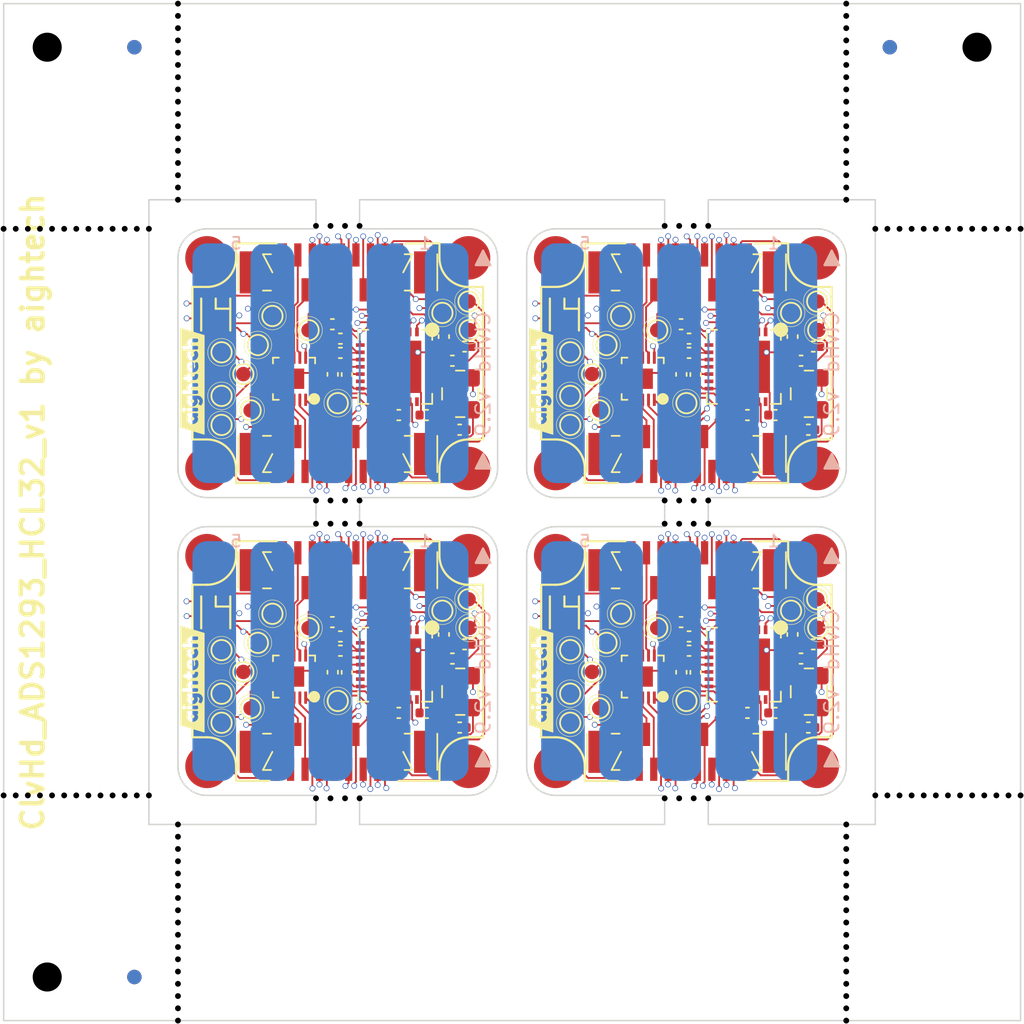
<source format=kicad_pcb>
(kicad_pcb (version 20221018) (generator pcbnew)
  (layers (0 "F.Cu" signal "Front") (1 "In1.Cu" signal) (2 "In2.Cu" signal) (31 "B.Cu" signal "Back") (34 "B.Paste" user) (35 "F.Paste" user) (36 "B.SilkS" user "B.Silkscreen") (37 "F.SilkS" user "F.Silkscreen") (38 "B.Mask" user) (39 "F.Mask" user) (44 "Edge.Cuts" user))
  (net 0 "")
  (net 1 "Board_0-+3.3V")
  (net 2 "Board_0-+5VA")
  (net 3 "Board_0-/Vcap")
  (net 4 "Board_0-/cvref")
  (net 5 "Board_0-/sdo")
  (net 6 "Board_0-ADD_IN1")
  (net 7 "Board_0-ADD_IN2")
  (net 8 "Board_0-ADD_IN3")
  (net 9 "Board_0-ADD_IN4")
  (net 10 "Board_0-ADD_OUT1")
  (net 11 "Board_0-ADD_OUT2")
  (net 12 "Board_0-ADD_OUT3")
  (net 13 "Board_0-ADD_OUT4")
  (net 14 "Board_0-ALARMB")
  (net 15 "Board_0-AUX1")
  (net 16 "Board_0-AUX2")
  (net 17 "Board_0-CS")
  (net 18 "Board_0-DIN")
  (net 19 "Board_0-DOUT")
  (net 20 "Board_0-D_RDYB")
  (net 21 "Board_0-GND")
  (net 22 "Board_0-I2C_SCL")
  (net 23 "Board_0-I2C_SDA")
  (net 24 "Board_0-IN1")
  (net 25 "Board_0-IN2")
  (net 26 "Board_0-IN3")
  (net 27 "Board_0-IN4")
  (net 28 "Board_0-IN5")
  (net 29 "Board_0-IN_ref")
  (net 30 "Board_0-LED_IN")
  (net 31 "Board_0-LED_OUT")
  (net 32 "Board_0-Net-(U1-CMOUT)")
  (net 33 "Board_0-Net-(U1-RLDIN)")
  (net 34 "Board_0-Net-(U1-RLDINV)")
  (net 35 "Board_0-Net-(U1-RLDOUT)")
  (net 36 "Board_0-OUT1")
  (net 37 "Board_0-OUT2")
  (net 38 "Board_0-OUT3")
  (net 39 "Board_0-RESETB")
  (net 40 "Board_0-SCLK")
  (net 41 "Board_0-XTAL1")
  (net 42 "Board_0-XTAL2")
  (net 43 "Board_0-unconnected-(I1-conn-Pad1)")
  (net 44 "Board_0-unconnected-(I2-conn-Pad1)")
  (net 45 "Board_0-unconnected-(I3-conn-Pad1)")
  (net 46 "Board_0-unconnected-(I4-conn-Pad1)")
  (net 47 "Board_0-unconnected-(J1-sh1-Pad19)")
  (net 48 "Board_0-unconnected-(J1-sh2-Pad20)")
  (net 49 "Board_0-unconnected-(J2-sh1-Pad19)")
  (net 50 "Board_0-unconnected-(J2-sh2-Pad20)")
  (net 51 "Board_0-unconnected-(U1-CLK-Pad21)")
  (net 52 "Board_0-unconnected-(U1-RSTB-Pad25)")
  (net 53 "Board_0-unconnected-(U1-SYNCB-Pad13)")
  (net 54 "Board_0-unconnected-(U1-WCT-Pad7)")
  (net 55 "Board_1-+3.3V")
  (net 56 "Board_1-+5VA")
  (net 57 "Board_1-/Vcap")
  (net 58 "Board_1-/cvref")
  (net 59 "Board_1-/sdo")
  (net 60 "Board_1-ADD_IN1")
  (net 61 "Board_1-ADD_IN2")
  (net 62 "Board_1-ADD_IN3")
  (net 63 "Board_1-ADD_IN4")
  (net 64 "Board_1-ADD_OUT1")
  (net 65 "Board_1-ADD_OUT2")
  (net 66 "Board_1-ADD_OUT3")
  (net 67 "Board_1-ADD_OUT4")
  (net 68 "Board_1-ALARMB")
  (net 69 "Board_1-AUX1")
  (net 70 "Board_1-AUX2")
  (net 71 "Board_1-CS")
  (net 72 "Board_1-DIN")
  (net 73 "Board_1-DOUT")
  (net 74 "Board_1-D_RDYB")
  (net 75 "Board_1-GND")
  (net 76 "Board_1-I2C_SCL")
  (net 77 "Board_1-I2C_SDA")
  (net 78 "Board_1-IN1")
  (net 79 "Board_1-IN2")
  (net 80 "Board_1-IN3")
  (net 81 "Board_1-IN4")
  (net 82 "Board_1-IN5")
  (net 83 "Board_1-IN_ref")
  (net 84 "Board_1-LED_IN")
  (net 85 "Board_1-LED_OUT")
  (net 86 "Board_1-Net-(U1-CMOUT)")
  (net 87 "Board_1-Net-(U1-RLDIN)")
  (net 88 "Board_1-Net-(U1-RLDINV)")
  (net 89 "Board_1-Net-(U1-RLDOUT)")
  (net 90 "Board_1-OUT1")
  (net 91 "Board_1-OUT2")
  (net 92 "Board_1-OUT3")
  (net 93 "Board_1-RESETB")
  (net 94 "Board_1-SCLK")
  (net 95 "Board_1-XTAL1")
  (net 96 "Board_1-XTAL2")
  (net 97 "Board_1-unconnected-(I1-conn-Pad1)")
  (net 98 "Board_1-unconnected-(I2-conn-Pad1)")
  (net 99 "Board_1-unconnected-(I3-conn-Pad1)")
  (net 100 "Board_1-unconnected-(I4-conn-Pad1)")
  (net 101 "Board_1-unconnected-(J1-sh1-Pad19)")
  (net 102 "Board_1-unconnected-(J1-sh2-Pad20)")
  (net 103 "Board_1-unconnected-(J2-sh1-Pad19)")
  (net 104 "Board_1-unconnected-(J2-sh2-Pad20)")
  (net 105 "Board_1-unconnected-(U1-CLK-Pad21)")
  (net 106 "Board_1-unconnected-(U1-RSTB-Pad25)")
  (net 107 "Board_1-unconnected-(U1-SYNCB-Pad13)")
  (net 108 "Board_1-unconnected-(U1-WCT-Pad7)")
  (net 109 "Board_2-+3.3V")
  (net 110 "Board_2-+5VA")
  (net 111 "Board_2-/Vcap")
  (net 112 "Board_2-/cvref")
  (net 113 "Board_2-/sdo")
  (net 114 "Board_2-ADD_IN1")
  (net 115 "Board_2-ADD_IN2")
  (net 116 "Board_2-ADD_IN3")
  (net 117 "Board_2-ADD_IN4")
  (net 118 "Board_2-ADD_OUT1")
  (net 119 "Board_2-ADD_OUT2")
  (net 120 "Board_2-ADD_OUT3")
  (net 121 "Board_2-ADD_OUT4")
  (net 122 "Board_2-ALARMB")
  (net 123 "Board_2-AUX1")
  (net 124 "Board_2-AUX2")
  (net 125 "Board_2-CS")
  (net 126 "Board_2-DIN")
  (net 127 "Board_2-DOUT")
  (net 128 "Board_2-D_RDYB")
  (net 129 "Board_2-GND")
  (net 130 "Board_2-I2C_SCL")
  (net 131 "Board_2-I2C_SDA")
  (net 132 "Board_2-IN1")
  (net 133 "Board_2-IN2")
  (net 134 "Board_2-IN3")
  (net 135 "Board_2-IN4")
  (net 136 "Board_2-IN5")
  (net 137 "Board_2-IN_ref")
  (net 138 "Board_2-LED_IN")
  (net 139 "Board_2-LED_OUT")
  (net 140 "Board_2-Net-(U1-CMOUT)")
  (net 141 "Board_2-Net-(U1-RLDIN)")
  (net 142 "Board_2-Net-(U1-RLDINV)")
  (net 143 "Board_2-Net-(U1-RLDOUT)")
  (net 144 "Board_2-OUT1")
  (net 145 "Board_2-OUT2")
  (net 146 "Board_2-OUT3")
  (net 147 "Board_2-RESETB")
  (net 148 "Board_2-SCLK")
  (net 149 "Board_2-XTAL1")
  (net 150 "Board_2-XTAL2")
  (net 151 "Board_2-unconnected-(I1-conn-Pad1)")
  (net 152 "Board_2-unconnected-(I2-conn-Pad1)")
  (net 153 "Board_2-unconnected-(I3-conn-Pad1)")
  (net 154 "Board_2-unconnected-(I4-conn-Pad1)")
  (net 155 "Board_2-unconnected-(J1-sh1-Pad19)")
  (net 156 "Board_2-unconnected-(J1-sh2-Pad20)")
  (net 157 "Board_2-unconnected-(J2-sh1-Pad19)")
  (net 158 "Board_2-unconnected-(J2-sh2-Pad20)")
  (net 159 "Board_2-unconnected-(U1-CLK-Pad21)")
  (net 160 "Board_2-unconnected-(U1-RSTB-Pad25)")
  (net 161 "Board_2-unconnected-(U1-SYNCB-Pad13)")
  (net 162 "Board_2-unconnected-(U1-WCT-Pad7)")
  (net 163 "Board_3-+3.3V")
  (net 164 "Board_3-+5VA")
  (net 165 "Board_3-/Vcap")
  (net 166 "Board_3-/cvref")
  (net 167 "Board_3-/sdo")
  (net 168 "Board_3-ADD_IN1")
  (net 169 "Board_3-ADD_IN2")
  (net 170 "Board_3-ADD_IN3")
  (net 171 "Board_3-ADD_IN4")
  (net 172 "Board_3-ADD_OUT1")
  (net 173 "Board_3-ADD_OUT2")
  (net 174 "Board_3-ADD_OUT3")
  (net 175 "Board_3-ADD_OUT4")
  (net 176 "Board_3-ALARMB")
  (net 177 "Board_3-AUX1")
  (net 178 "Board_3-AUX2")
  (net 179 "Board_3-CS")
  (net 180 "Board_3-DIN")
  (net 181 "Board_3-DOUT")
  (net 182 "Board_3-D_RDYB")
  (net 183 "Board_3-GND")
  (net 184 "Board_3-I2C_SCL")
  (net 185 "Board_3-I2C_SDA")
  (net 186 "Board_3-IN1")
  (net 187 "Board_3-IN2")
  (net 188 "Board_3-IN3")
  (net 189 "Board_3-IN4")
  (net 190 "Board_3-IN5")
  (net 191 "Board_3-IN_ref")
  (net 192 "Board_3-LED_IN")
  (net 193 "Board_3-LED_OUT")
  (net 194 "Board_3-Net-(U1-CMOUT)")
  (net 195 "Board_3-Net-(U1-RLDIN)")
  (net 196 "Board_3-Net-(U1-RLDINV)")
  (net 197 "Board_3-Net-(U1-RLDOUT)")
  (net 198 "Board_3-OUT1")
  (net 199 "Board_3-OUT2")
  (net 200 "Board_3-OUT3")
  (net 201 "Board_3-RESETB")
  (net 202 "Board_3-SCLK")
  (net 203 "Board_3-XTAL1")
  (net 204 "Board_3-XTAL2")
  (net 205 "Board_3-unconnected-(I1-conn-Pad1)")
  (net 206 "Board_3-unconnected-(I2-conn-Pad1)")
  (net 207 "Board_3-unconnected-(I3-conn-Pad1)")
  (net 208 "Board_3-unconnected-(I4-conn-Pad1)")
  (net 209 "Board_3-unconnected-(J1-sh1-Pad19)")
  (net 210 "Board_3-unconnected-(J1-sh2-Pad20)")
  (net 211 "Board_3-unconnected-(J2-sh1-Pad19)")
  (net 212 "Board_3-unconnected-(J2-sh2-Pad20)")
  (net 213 "Board_3-unconnected-(U1-CLK-Pad21)")
  (net 214 "Board_3-unconnected-(U1-RSTB-Pad25)")
  (net 215 "Board_3-unconnected-(U1-SYNCB-Pad13)")
  (net 216 "Board_3-unconnected-(U1-WCT-Pad7)")
  (footprint "NPTH" (layer "F.Cu") (at 125.499999 84.9375)
    (fp_text reference "REF**" hide)
    (fp_text value "NPTH" hide)
  )
  (footprint "NPTH" (layer "F.Cu") (at 162 35.3)
    (fp_text reference "REF**" hide)
    (fp_text value "NPTH" hide)
  )
  (footprint "NPTH" (layer "F.Cu") (at 160 55.8)
    (fp_text reference "REF**" hide)
    (fp_text value "NPTH" hide)
  )
  (footprint "NPTH" (layer "F.Cu") (at 137.999999 35.3)
    (fp_text reference "REF**" hide)
    (fp_text value "NPTH" hide)
  )
  (footprint "NPTH" (layer "F.Cu") (at 125.499999 20)
    (fp_text reference "REF**" hide)
    (fp_text value "NPTH" hide)
  )
  (footprint "NPTH" (layer "F.Cu") (at 161 55.8)
    (fp_text reference "REF**" hide)
    (fp_text value "NPTH" hide)
  )
  (footprint "Capacitor_SMD:C_0402_1005Metric" (layer "F.Cu") (at 143.8 42.92 -90)
    (fp_text reference "C5" hide)
    (fp_text value "100nF" hide)
  )
  (footprint "NPTH" (layer "F.Cu") (at 125.499999 30.125)
    (fp_text reference "REF**" hide)
    (fp_text value "NPTH" hide)
  )
  (footprint "NPTH" (layer "F.Cu") (at 121.833333 74.500001)
    (fp_text reference "REF**" hide)
    (fp_text value "NPTH" hide)
  )
  (footprint "NPTH" (layer "F.Cu") (at 176.833334 35.499999)
    (fp_text reference "REF**" hide)
    (fp_text value "NPTH" hide)
  )
  (footprint "NPTH" (layer "F.Cu") (at 171.500001 32.65625)
    (fp_text reference "REF**" hide)
    (fp_text value "NPTH" hide)
  )
  (footprint "NPTH" (layer "F.Cu") (at 125.499999 84.09375)
    (fp_text reference "REF**" hide)
    (fp_text value "NPTH" hide)
  )
  (footprint "NPTH" (layer "F.Cu") (at 125.499999 25.0625)
    (fp_text reference "REF**" hide)
    (fp_text value "NPTH" hide)
  )
  (footprint "00_custom-footprints:TestPoint_Pad_D1.0mm" (layer "F.Cu") (at 155.000001 64.000001)
    (fp_text reference "TP12" hide)
    (fp_text value "TP_AUX2" hide)
  )
  (footprint "NPTH" (layer "F.Cu") (at 181 74.500001)
    (fp_text reference "REF**" hide)
    (fp_text value "NPTH" hide)
  )
  (footprint "NPTH" (layer "F.Cu") (at 119.333333 74.500001)
    (fp_text reference "REF**" hide)
    (fp_text value "NPTH" hide)
  )
  (footprint "NPTH" (layer "F.Cu") (at 180.166667 35.499999)
    (fp_text reference "REF**" hide)
    (fp_text value "NPTH" hide)
  )
  (footprint "00_custom-footprints:insert_1.2mm" (layer "F.Cu") (at 127.5 52)
    (fp_text reference "I1" hide)
    (fp_text value "smd_insert" hide)
  )
  (footprint "NPTH" (layer "F.Cu") (at 178.5 35.499999)
    (fp_text reference "REF**" hide)
    (fp_text value "NPTH" hide)
  )
  (footprint "Capacitor_SMD:C_0402_1005Metric" (layer "F.Cu") (at 161.130001 66.030001 -90)
    (fp_text reference "C3" hide)
    (fp_text value "100nF" hide)
  )
  (footprint "00_custom-footprints:TestPoint_Pad_D1.0mm" (layer "F.Cu") (at 134.49 42.48)
    (fp_text reference "TP5" hide)
    (fp_text value "TP_SCL" hide)
  )
  (footprint "NPTH" (layer "F.Cu") (at 135 74.700001)
    (fp_text reference "REF**" hide)
    (fp_text value "NPTH" hide)
  )
  (footprint "00_custom-footprints:insert_1.2mm" (layer "F.Cu") (at 151.500001 72.500001)
    (fp_text reference "I1" hide)
    (fp_text value "smd_insert" hide)
  )
  (footprint "NPTH" (layer "F.Cu") (at 181.833333 35.499999)
    (fp_text reference "REF**" hide)
    (fp_text value "NPTH" hide)
  )
  (footprint "NPTH" (layer "F.Cu") (at 123.499999 74.500001)
    (fp_text reference "REF**" hide)
    (fp_text value "NPTH" hide)
  )
  (footprint "00_custom-footprints:TestPoint_Pad_D1.0mm" (layer "F.Cu") (at 169.570001 42.47)
    (fp_text reference "TP8" hide)
    (fp_text value "TP_AUX3" hide)
  )
  (footprint "Capacitor_SMD:C_0402_1005Metric" (layer "F.Cu") (at 142.61 48.32 180)
    (fp_text reference "C8" hide)
    (fp_text value "100nF" hide)
  )
  (footprint "00_custom-footprints:XF2J-1824-12A" (layer "F.Cu") (at 160.500001 71.500001)
    (fp_text reference "J1" hide)
    (fp_text value "XF2J-1824-12A" hide)
  )
  (footprint "Capacitor_SMD:C_0402_1005Metric" (layer "F.Cu") (at 160.680001 44.04)
    (fp_text reference "R2" hide)
    (fp_text value "10M" hide)
  )
  (footprint "NPTH" (layer "F.Cu") (at 159 55.8)
    (fp_text reference "REF**" hide)
    (fp_text value "NPTH" hide)
  )
  (footprint "NPTH" (layer "F.Cu") (at 121.833333 35.499999)
    (fp_text reference "REF**" hide)
    (fp_text value "NPTH" hide)
  )
  (footprint "NPTH" (layer "F.Cu") (at 118.5 35.499999)
    (fp_text reference "REF**" hide)
    (fp_text value "NPTH" hide)
  )
  (footprint "Capacitor_SMD:C_0402_1005Metric" (layer "F.Cu") (at 169.230001 43.6)
    (fp_text reference "C6" hide)
    (fp_text value "1uF" hide)
  )
  (footprint "NPTH" (layer "F.Cu") (at 123.499999 35.499999)
    (fp_text reference "REF**" hide)
    (fp_text value "NPTH" hide)
  )
  (footprint "NPTH" (layer "F.Cu") (at 176 74.500001)
    (fp_text reference "REF**" hide)
    (fp_text value "NPTH" hide)
  )
  (footprint "00_custom-footprints:insert_1.2mm" (layer "F.Cu") (at 145.5 72.500001)
    (fp_text reference "I2" hide)
    (fp_text value "smd_insert" hide)
  )
  (footprint "Capacitor_SMD:C_0402_1005Metric" (layer "F.Cu") (at 140.7 68.820001 180)
    (fp_text reference "R4" hide)
    (fp_text value "51" hide)
  )
  (footprint "NPTH" (layer "F.Cu") (at 116.833333 74.500001)
    (fp_text reference "REF**" hide)
    (fp_text value "NPTH" hide)
  )
  (footprint "00_custom-footprints:TestPoint_Pad_D1.0mm" (layer "F.Cu") (at 145.57 42.47)
    (fp_text reference "TP8" hide)
    (fp_text value "TP_AUX3" hide)
  )
  (footprint "Capacitor_SMD:C_0402_1005Metric" (layer "F.Cu") (at 144.89 49.33)
    (fp_text reference "C2" hide)
    (fp_text value "22pF" hide)
  )
  (footprint "NPTH" (layer "F.Cu") (at 125.499999 21.6875)
    (fp_text reference "REF**" hide)
    (fp_text value "NPTH" hide)
  )
  (footprint "NPTH" (layer "F.Cu") (at 136 74.700001)
    (fp_text reference "REF**" hide)
    (fp_text value "NPTH" hide)
  )
  (footprint "NPTH" (layer "F.Cu") (at 125.499999 26.75)
    (fp_text reference "REF**" hide)
    (fp_text value "NPTH" hide)
  )
  (footprint "NPTH" (layer "F.Cu") (at 160 54.2)
    (fp_text reference "REF**" hide)
    (fp_text value "NPTH" hide)
  )
  (footprint "00_custom-footprints:XF2J-1824-12A" (layer "F.Cu") (at 160.500001 51)
    (fp_text reference "J1" hide)
    (fp_text value "XF2J-1824-12A" hide)
  )
  (footprint "NPTH" (layer "F.Cu") (at 171.500001 82.40625)
    (fp_text reference "REF**" hide)
    (fp_text value "NPTH" hide)
  )
  (footprint "00_custom-footprints:TestPoint_Pad_D1.0mm" (layer "F.Cu") (at 130.5 68.500001)
    (fp_text reference "TP2" hide)
    (fp_text value "TP_SDA" hide)
  )
  (footprint "00_custom-footprints:TestPoint_Pad_D1.0mm" (layer "F.Cu") (at 134.49 62.980001)
    (fp_text reference "TP5" hide)
    (fp_text value "TP_SCL" hide)
  )
  (footprint "NPTH" (layer "F.Cu") (at 125.499999 78.1875)
    (fp_text reference "REF**" hide)
    (fp_text value "NPTH" hide)
  )
  (footprint "00_custom-footprints:XF2J-1824-12A" (layer "F.Cu") (at 136.5 38.5 180)
    (fp_text reference "J2" hide)
    (fp_text value "XF2J-1824-12A" hide)
  )
  (footprint "NPTH" (layer "F.Cu") (at 179.333333 74.500001)
    (fp_text reference "REF**" hide)
    (fp_text value "NPTH" hide)
  )
  (footprint "Capacitor_SMD:C_0402_1005Metric" (layer "F.Cu") (at 144.39 65.080001 180)
    (fp_text reference "C1" hide)
    (fp_text value "22pF" hide)
  )
  (footprint "NPTH" (layer "F.Cu") (at 171.500001 27.59375)
    (fp_text reference "REF**" hide)
    (fp_text value "NPTH" hide)
  )
  (footprint "NPTH" (layer "F.Cu") (at 125.499999 20.84375)
    (fp_text reference "REF**" hide)
    (fp_text value "NPTH" hide)
  )
  (footprint "NPTH" (layer "F.Cu") (at 113.5 35.499999)
    (fp_text reference "REF**" hide)
    (fp_text value "NPTH" hide)
  )
  (footprint "Capacitor_SMD:C_0402_1005Metric" (layer "F.Cu") (at 168.390001 65.080001 180)
    (fp_text reference "C1" hide)
    (fp_text value "22pF" hide)
  )
  (footprint "NPTH" (layer "F.Cu") (at 135 54.2)
    (fp_text reference "REF**" hide)
    (fp_text value "NPTH" hide)
  )
  (footprint "Capacitor_SMD:C_0402_1005Metric" (layer "F.Cu") (at 136.15 45.52 90)
    (fp_text reference "C7" hide)
    (fp_text value "4.7uF" hide)
  )
  (footprint "NPTH" (layer "F.Cu") (at 125.499999 22.53125)
    (fp_text reference "REF**" hide)
    (fp_text value "NPTH" hide)
  )
  (footprint "NPTH" (layer "F.Cu") (at 171.500001 22.53125)
    (fp_text reference "REF**" hide)
    (fp_text value "NPTH" hide)
  )
  (footprint "NPTH" (layer "F.Cu") (at 125.499999 29.28125)
    (fp_text reference "REF**" hide)
    (fp_text value "NPTH" hide)
  )
  (footprint "NPTH" (layer "F.Cu") (at 160 74.700001)
    (fp_text reference "REF**" hide)
    (fp_text value "NPTH" hide)
  )
  (footprint "00_custom-footprints:TestPoint_Pad_D1.0mm" (layer "F.Cu") (at 136.5 47.5)
    (fp_text reference "TP1" hide)
    (fp_text value "TP_CS" hide)
  )
  (footprint "NPTH" (layer "F.Cu") (at 114.333334 35.499999)
    (fp_text reference "REF**" hide)
    (fp_text value "NPTH" hide)
  )
  (footprint "00_custom-footprints:insert_1.2mm" (layer "F.Cu") (at 169.500001 72.500001)
    (fp_text reference "I2" hide)
    (fp_text value "smd_insert" hide)
  )
  (footprint "NPTH" (layer "F.Cu") (at 171.500001 25.0625)
    (fp_text reference "REF**" hide)
    (fp_text value "NPTH" hide)
  )
  (footprint "NPTH" (layer "F.Cu") (at 119.333333 35.499999)
    (fp_text reference "REF**" hide)
    (fp_text value "NPTH" hide)
  )
  (footprint "00_custom-footprints:TestPoint_Pad_D1.0mm" (layer "F.Cu") (at 156.000001 62.000001)
    (fp_text reference "TP4" hide)
    (fp_text value "TP_SDA" hide)
  )
  (footprint "Capacitor_SMD:C_0402_1005Metric" (layer "F.Cu") (at 160.680001 63.560001)
    (fp_text reference "C4" hide)
    (fp_text value "1nF" hide)
  )
  (footprint "NPTH" (layer "F.Cu") (at 177.666667 35.499999)
    (fp_text reference "REF**" hide)
    (fp_text value "NPTH" hide)
  )
  (footprint "NPTH" (layer "F.Cu") (at 125.499999 77.34375)
    (fp_text reference "REF**" hide)
    (fp_text value "NPTH" hide)
  )
  (footprint "00_custom-footprints:TestPoint_Pad_D1.0mm" (layer "F.Cu") (at 152.500002 64.500001)
    (fp_text reference "TP7" hide)
    (fp_text value "TP_AUX2" hide)
  )
  (footprint "NPTH" (layer "F.Cu") (at 125.499999 32.65625)
    (fp_text reference "REF**" hide)
    (fp_text value "NPTH" hide)
  )
  (footprint "NPTH" (layer "F.Cu") (at 117.666667 35.499999)
    (fp_text reference "REF**" hide)
    (fp_text value "NPTH" hide)
  )
  (footprint "Capacitor_SMD:C_0402_1005Metric" (layer "F.Cu") (at 136.68 43.06)
    (fp_text reference "C4" hide)
    (fp_text value "1nF" hide)
  )
  (footprint "NPTH" (layer "F.Cu") (at 113.5 74.500001)
    (fp_text reference "REF**" hide)
    (fp_text value "NPTH" hide)
  )
  (footprint "NPTH" (layer "F.Cu") (at 115.166667 74.500001)
    (fp_text reference "REF**" hide)
    (fp_text value "NPTH" hide)
  )
  (footprint "00_custom-footprints:XF2J-1824-12A" (layer "F.Cu") (at 160.500001 38.5 180)
    (fp_text reference "J2" hide)
    (fp_text value "XF2J-1824-12A" hide)
  )
  (footprint "Capacitor_SMD:C_0402_1005Metric" (layer "F.Cu") (at 160.130001 62.570001)
    (fp_text reference "R1" hide)
    (fp_text value "10K" hide)
  )
  (footprint "NPTH" (layer "F.Cu") (at 171.500001 26.75)
    (fp_text reference "REF**" hide)
    (fp_text value "NPTH" hide)
  )
  (footprint "00_custom-footprints:XF2J-1824-12A" (layer "F.Cu") (at 160.500001 59.000001 180)
    (fp_text reference "J2" hide)
    (fp_text value "XF2J-1824-12A" hide)
  )
  (footprint "Capacitor_SMD:C_0402_1005Metric" (layer "F.Cu") (at 166.610001 68.820001 180)
    (fp_text reference "C8" hide)
    (fp_text value "100nF" hide)
  )
  (footprint "NPTH" (layer "F.Cu") (at 121 35.499999)
    (fp_text reference "REF**" hide)
    (fp_text value "NPTH" hide)
  )
  (footprint "00_custom-footprints:XF2J-1824-12A" (layer "F.Cu") (at 136.5 51)
    (fp_text reference "J1" hide)
    (fp_text value "XF2J-1824-12A" hide)
  )
  (footprint "00_custom-footprints:insert_1.2mm" (layer "F.Cu") (at 169.500001 58.000001)
    (fp_text reference "I3" hide)
    (fp_text value "smd_insert" hide)
  )
  (footprint "00_custom-footprints:TestPoint_Pad_D1.0mm" (layer "F.Cu") (at 128.500001 44)
    (fp_text reference "TP7" hide)
    (fp_text value "TP_AUX2" hide)
  )
  (footprint "00_custom-footprints:TestPoint_Pad_D1.0mm" (layer "F.Cu") (at 145.5 40.5)
    (fp_text reference "TP11" hide)
    (fp_text value "TP_AUX2" hide)
  )
  (footprint "NPTH" (layer "F.Cu") (at 159 54.2)
    (fp_text reference "REF**" hide)
    (fp_text value "NPTH" hide)
  )
  (footprint "NPTH" (layer "F.Cu") (at 171.500001 79.03125)
    (fp_text reference "REF**" hide)
    (fp_text value "NPTH" hide)
  )
  (footprint "Capacitor_SMD:C_0402_1005Metric" (layer "F.Cu") (at 167.800001 63.420001 -90)
    (fp_text reference "C5" hide)
    (fp_text value "100nF" hide)
  )
  (footprint "Capacitor_SMD:C_0402_1005Metric" (layer "F.Cu") (at 136.68 64.540001)
    (fp_text reference "R2" hide)
    (fp_text value "10M" hide)
  )
  (footprint "NPTH" (layer "F.Cu") (at 171.500001 25.90625)
    (fp_text reference "REF**" hide)
    (fp_text value "NPTH" hide)
  )
  (footprint "NPTH" (layer "F.Cu") (at 179.333333 35.499999)
    (fp_text reference "REF**" hide)
    (fp_text value "NPTH" hide)
  )
  (footprint "00_custom-footprints:insert_1.2mm" (layer "F.Cu") (at 145.5 52)
    (fp_text reference "I2" hide)
    (fp_text value "smd_insert" hide)
  )
  (footprint "00_custom-footprints:insert_1.2mm" (layer "F.Cu") (at 151.500001 58.000001)
    (fp_text reference "I4" hide)
    (fp_text value "smd_insert" hide)
  )
  (footprint "00_custom-footprints:TestPoint_Pad_D1.0mm" (layer "F.Cu") (at 128.5 47)
    (fp_text reference "TP3" hide)
    (fp_text value "TP_SDA" hide)
  )
  (footprint "00_custom-footprints:SMD3225-4P" (layer "F.Cu") (at 144.93 67.360001 90)
    (fp_text reference "XTAL1" hide)
    (fp_text value "4.096MHz" hide)
  )
  (footprint "Capacitor_SMD:C_0402_1005Metric" (layer "F.Cu") (at 160.150001 66.020001 90)
    (fp_text reference "C7" hide)
    (fp_text value "4.7uF" hide)
  )
  (footprint "00_custom-footprints:TestPoint_Pad_D1.0mm" (layer "F.Cu") (at 130.000001 45.499999)
    (fp_text reference "TP9" hide)
    (fp_text value "TP_SDA" hide)
  )
  (footprint "Capacitor_SMD:C_0402_1005Metric" (layer "F.Cu") (at 140.7 48.32 180)
    (fp_text reference "R4" hide)
    (fp_text value "51" hide)
  )
  (footprint "NPTH" (layer "F.Cu") (at 121 74.500001)
    (fp_text reference "REF**" hide)
    (fp_text value "NPTH" hide)
  )
  (footprint "NPTH" (layer "F.Cu") (at 125.499999 79.03125)
    (fp_text reference "REF**" hide)
    (fp_text value "NPTH" hide)
  )
  (footprint "00_custom-footprints:WS2812-2020" (layer "F.Cu") (at 152.100001 41.4 90)
    (fp_text reference "LED1" hide)
    (fp_text value "WS2812-2020" hide)
  )
  (footprint "NPTH" (layer "F.Cu") (at 180.5 23)
    (fp_text reference "REF**" hide)
    (fp_text value "NPTH" hide)
  )
  (footprint "NPTH" (layer "F.Cu") (at 125.499999 76.500001)
    (fp_text reference "REF**" hide)
    (fp_text value "NPTH" hide)
  )
  (footprint "Capacitor_SMD:C_0402_1005Metric" (layer "F.Cu") (at 164.700001 68.820001 180)
    (fp_text reference "R4" hide)
    (fp_text value "51" hide)
  )
  (footprint "NPTH" (layer "F.Cu") (at 171.500001 76.500001)
    (fp_text reference "REF**" hide)
    (fp_text value "NPTH" hide)
  )
  (footprint "NPTH" (layer "F.Cu") (at 162 54.2)
    (fp_text reference "REF**" hide)
    (fp_text value "NPTH" hide)
  )
  (footprint "NPTH" (layer "F.Cu") (at 125.499999 89.15625)
    (fp_text reference "REF**" hide)
    (fp_text value "NPTH" hide)
  )
  (footprint "00_custom-footprints:ADS1293CISQE" (layer "F.Cu") (at 164.450001 45 -90)
    (fp_text reference "U1" hide)
    (fp_text value "ADS1293CISQE-NOPB" hide)
  )
  (footprint "Capacitor_SMD:C_0402_1005Metric" (layer "F.Cu") (at 145.23 64.100001)
    (fp_text reference "C6" hide)
    (fp_text value "1uF" hide)
  )
  (footprint "NPTH" (layer "F.Cu") (at 116 74.500001)
    (fp_text reference "REF**" hide)
    (fp_text value "NPTH" hide)
  )
  (footprint "00_custom-footprints:XF2J-1824-12A" (layer "F.Cu") (at 136.5 59.000001 180)
    (fp_text reference "J2" hide)
    (fp_text value "XF2J-1824-12A" hide)
  )
  (footprint "00_custom-footprints:TestPoint_Pad_D1.0mm" (layer "F.Cu") (at 136.5 68.000001)
    (fp_text reference "TP1" hide)
    (fp_text value "TP_CS" hide)
  )
  (footprint "Capacitor_SMD:C_0402_1005Metric" (layer "F.Cu") (at 164.700001 48.32 180)
    (fp_text reference "R4" hide)
    (fp_text value "51" hide)
  )
  (footprint "Capacitor_SMD:C_0402_1005Metric" (layer "F.Cu") (at 137.13 45.53 -90)
    (fp_text reference "C3" hide)
    (fp_text value "100nF" hide)
  )
  (footprint "NPTH" (layer "F.Cu") (at 171.500001 88.3125)
    (fp_text reference "REF**" hide)
    (fp_text value "NPTH" hide)
  )
  (footprint "Capacitor_SMD:C_0402_1005Metric" (layer "F.Cu") (at 161.130001 45.53 -90)
    (fp_text reference "C3" hide)
    (fp_text value "100nF" hide)
  )
  (footprint "kibuzzard-63F61033" (layer "F.Cu") (at 126.500001 46 90)
    (fp_text reference "kibuzzard-63F61033" hide)
    (fp_text value "G***" hide)
  )
  (footprint "NPTH" (layer "F.Cu") (at 125.499999 24.21875)
    (fp_text reference "REF**" hide)
    (fp_text value "NPTH" hide)
  )
  (footprint "NPTH" (layer "F.Cu") (at 161 54.2)
    (fp_text reference "REF**" hide)
    (fp_text value "NPTH" hide)
  )
  (footprint "NPTH" (layer "F.Cu") (at 183.5 74.500001)
    (fp_text reference "REF**" hide)
    (fp_text value "NPTH" hide)
  )
  (footprint "Capacitor_SMD:C_0402_1005Metric" (layer "F.Cu") (at 142.61 68.820001 180)
    (fp_text reference "C8" hide)
    (fp_text value "100nF" hide)
  )
  (footprint "NPTH" (layer "F.Cu") (at 171.500001 31.8125)
    (fp_text reference "REF**" hide)
    (fp_text value "NPTH" hide)
  )
  (footprint "NPTH" (layer "F.Cu") (at 136 35.3)
    (fp_text reference "REF**" hide)
    (fp_text value "NPTH" hide)
  )
  (footprint "NPTH" (layer "F.Cu") (at 182.666666 74.500001)
    (fp_text reference "REF**" hide)
    (fp_text value "NPTH" hide)
  )
  (footprint "00_custom-footprints:SMD3225-4P" (layer "F.Cu") (at 168.930001 46.86 90)
    (fp_text reference "XTAL1" hide)
    (fp_text value "4.096MHz" hide)
  )
  (footprint "00_custom-footprints:insert_1.2mm" (layer "F.Cu") (at 145.5 58.000001)
    (fp_text reference "I3" hide)
    (fp_text value "smd_insert" hide)
  )
  (footprint "00_custom-footprints:TestPoint_Pad_D1.0mm" (layer "F.Cu") (at 158.490001 42.48)
    (fp_text reference "TP5" hide)
    (fp_text value "TP_SCL" hide)
  )
  (footprint "NPTH" (layer "F.Cu") (at 125.499999 81.5625)
    (fp_text reference "REF**" hide)
    (fp_text value "NPTH" hide)
  )
  (footprint "NPTH" (layer "F.Cu") (at 171.500001 29.28125)
    (fp_text reference "REF**" hide)
    (fp_text value "NPTH" hide)
  )
  (footprint "00_custom-footprints:TestPoint_Pad_D1.0mm" (layer "F.Cu") (at 169.500001 40.5)
    (fp_text reference "TP11" hide)
    (fp_text value "TP_AUX2" hide)
  )
  (footprint "00_custom-footprints:insert_1.2mm" (layer "F.Cu") (at 127.5 72.500001)
    (fp_text reference "I1" hide)
    (fp_text value "smd_insert" hide)
  )
  (footprint "NPTH" (layer "F.Cu") (at 115.166667 35.499999)
    (fp_text reference "REF**" hide)
    (fp_text value "NPTH" hide)
  )
  (footprint "NPTH" (layer "F.Cu") (at 125.499999 83.25)
    (fp_text reference "REF**" hide)
    (fp_text value "NPTH" hide)
  )
  (footprint "Capacitor_SMD:C_0402_1005Metric" (layer "F.Cu") (at 136.13 42.07)
    (fp_text reference "R1" hide)
    (fp_text value "10K" hide)
  )
  (footprint "NPTH" (layer "F.Cu") (at 125.499999 82.40625)
    (fp_text reference "REF**" hide)
    (fp_text value "NPTH" hide)
  )
  (footprint "00_custom-footprints:TestPoint_Pad_D1.0mm" (layer "F.Cu") (at 131 64.000001)
    (fp_text reference "TP12" hide)
    (fp_text value "TP_AUX2" hide)
  )
  (footprint "NPTH" (layer "F.Cu") (at 135 55.8)
    (fp_text reference "REF**" hide)
    (fp_text value "NPTH" hide)
  )
  (footprint "NPTH" (layer "F.Cu") (at 116.833333 35.499999)
    (fp_text reference "REF**" hide)
    (fp_text value "NPTH" hide)
  )
  (footprint "Capacitor_SMD:C_0402_1005Metric" (layer "F.Cu") (at 136.68 44.04)
    (fp_text reference "R2" hide)
    (fp_text value "10M" hide)
  )
  (footprint "00_custom-footprints:ADS1293CISQE" (layer "F.Cu") (at 140.45 65.500001 -90)
    (fp_text reference "U1" hide)
    (fp_text value "ADS1293CISQE-NOPB" hide)
  )
  (footprint "NPTH" (layer "F.Cu") (at 125.499999 33.499999)
    (fp_text reference "REF**" hide)
    (fp_text value "NPTH" hide)
  )
  (footprint "00_custom-footprints:TestPoint_Pad_D1.0mm" (layer "F.Cu") (at 154.000002 45.499999)
    (fp_text reference "TP9" hide)
    (fp_text value "TP_SDA" hide)
  )
  (footprint "NPTH" (layer "F.Cu") (at 171.500001 83.25)
    (fp_text reference "REF**" hide)
    (fp_text value "NPTH" hide)
  )
  (footprint "Capacitor_SMD:C_0402_1005Metric" (layer "F.Cu") (at 169.230001 64.100001)
    (fp_text reference "C6" hide)
    (fp_text value "1uF" hide)
  )
  (footprint "00_custom-footprints:TestPoint_Pad_D1.0mm" (layer "F.Cu") (at 152.500001 47)
    (fp_text reference "TP3" hide)
    (fp_text value "TP_SDA" hide)
  )
  (footprint "NPTH" (layer "F.Cu") (at 125.499999 85.78125)
    (fp_text reference "REF**" hide)
    (fp_text value "NPTH" hide)
  )
  (footprint "NPTH" (layer "F.Cu") (at 171.500001 84.09375)
    (fp_text reference "REF**" hide)
    (fp_text value "NPTH" hide)
  )
  (footprint "Capacitor_SMD:C_0402_1005Metric" (layer "F.Cu") (at 168.890001 49.33)
    (fp_text reference "C2" hide)
    (fp_text value "22pF" hide)
  )
  (footprint "NPTH" (layer "F.Cu") (at 173.500001 35.499999)
    (fp_text reference "REF**" hide)
    (fp_text value "NPTH" hide)
  )
  (footprint "NPTH" (layer "F.Cu") (at 176.833334 74.500001)
    (fp_text reference "REF**" hide)
    (fp_text value "NPTH" hide)
  )
  (footprint "00_custom-footprints:insert_1.2mm" (layer "F.Cu") (at 145.5 37.5)
    (fp_text reference "I3" hide)
    (fp_text value "smd_insert" hide)
  )
  (footprint "NPTH" (layer "F.Cu") (at 174.333334 74.500001)
    (fp_text reference "REF**" hide)
    (fp_text value "NPTH" hide)
  )
  (footprint "Capacitor_SMD:C_0402_1005Metric" (layer "F.Cu") (at 168.890001 69.830001)
    (fp_text reference "C2" hide)
    (fp_text value "22pF" hide)
  )
  (footprint "00_custom-footprints:ADS1293CISQE" (layer "F.Cu") (at 140.45 45 -90)
    (fp_text reference "U1" hide)
    (fp_text value "ADS1293CISQE-NOPB" hide)
  )
  (footprint "NPTH" (layer "F.Cu") (at 171.500001 23.375)
    (fp_text reference "REF**" hide)
    (fp_text value "NPTH" hide)
  )
  (footprint "Capacitor_SMD:C_0402_1005Metric" (layer "F.Cu") (at 160.680001 64.540001)
    (fp_text reference "R2" hide)
    (fp_text value "10M" hide)
  )
  (footprint "00_custom-footprints:TestPoint_Pad_D1.0mm" (layer "F.Cu") (at 128.500001 64.500001)
    (fp_text reference "TP7" hide)
    (fp_text value "TP_AUX2" hide)
  )
  (footprint "NPTH" (layer "F.Cu") (at 136.999999 54.2)
    (fp_text reference "REF**" hide)
    (fp_text value "NPTH" hide)
  )
  (footprint "00_custom-footprints:SMD3225-4P" (layer "F.Cu") (at 144.93 46.86 90)
    (fp_text reference "XTAL1" hide)
    (fp_text value "4.096MHz" hide)
  )
  (footprint "NPTH" (layer "F.Cu") (at 183.5 35.499999)
    (fp_text reference "REF**" hide)
    (fp_text value "NPTH" hide)
  )
  (footprint "NPTH" (layer "F.Cu") (at 125.499999 87.46875)
    (fp_text reference "REF**" hide)
    (fp_text value "NPTH" hide)
  )
  (footprint "NPTH" (layer "F.Cu") (at 120.166666 74.500001)
    (fp_text reference "REF**" hide)
    (fp_text value "NPTH" hide)
  )
  (footprint "NPTH" (layer "F.Cu") (at 171.500001 20)
    (fp_text reference "REF**" hide)
    (fp_text value "NPTH" hide)
  )
  (footprint "Capacitor_SMD:C_0402_1005Metric" (layer "F.Cu") (at 160.130001 42.07)
    (fp_text reference "R1" hide)
    (fp_text value "10K" hide)
  )
  (footprint "NPTH" (layer "F.Cu") (at 162 55.8)
    (fp_text reference "REF**" hide)
    (fp_text value "NPTH" hide)
  )
  (footprint "NPTH" (layer "F.Cu") (at 116.5 87)
    (fp_text reference "REF**" hide)
    (fp_text value "NPTH" hide)
  )
  (footprint "NPTH" (layer "F.Cu") (at 162 74.700001)
    (fp_text reference "REF**" hide)
    (fp_text value "NPTH" hide)
  )
  (footprint "NPTH" (layer "F.Cu") (at 114.333334 74.500001)
    (fp_text reference "REF**" hide)
    (fp_text value "NPTH" hide)
  )
  (footprint "00_custom-footprints:TestPoint_Pad_D1.0mm" (layer "F.Cu") (at 158.490001 62.980001)
    (fp_text reference "TP5" hide)
    (fp_text value "TP_SCL" hide)
  )
  (footprint "Capacitor_SMD:C_0402_1005Metric" (layer "F.Cu") (at 145.23 43.6)
    (fp_text reference "C6" hide)
    (fp_text value "1uF" hide)
  )
  (footprint "NPTH" (layer "F.Cu") (at 171.500001 79.875)
    (fp_text reference "REF**" hide)
    (fp_text value "NPTH" hide)
  )
  (footprint "00_custom-footprints:WS2812-2020" (layer "F.Cu") (at 152.100001 61.900001 90)
    (fp_text reference "LED1" hide)
    (fp_text value "WS2812-2020" hide)
  )
  (footprint "00_custom-footprints:insert_1.2mm" (layer "F.Cu") (at 151.500001 52)
    (fp_text reference "I1" hide)
    (fp_text value "smd_insert" hide)
  )
  (footprint "NPTH" (layer "F.Cu") (at 125.499999 23.375)
    (fp_text reference "REF**" hide)
    (fp_text value "NPTH" hide)
  )
  (footprint "00_custom-footprints:TestPoint_Pad_D1.0mm" (layer "F.Cu") (at 130.5 48)
    (fp_text reference "TP2" hide)
    (fp_text value "TP_SDA" hide)
  )
  (footprint "NPTH" (layer "F.Cu") (at 175.166667 35.499999)
    (fp_text reference "REF**" hide)
    (fp_text value "NPTH" hide)
  )
  (footprint "NPTH" (layer "F.Cu") (at 125.499999 80.71875)
    (fp_text reference "REF**" hide)
    (fp_text value "NPTH" hide)
  )
  (footprint "Fiducial" (layer "F.Cu") (at 174.5 23)
    (fp_text reference "REF**" hide)
    (fp_text value "Fiducial" hide)
  )
  (footprint "Capacitor_SMD:C_0402_1005Metric" (layer "F.Cu") (at 167.800001 42.92 -90)
    (fp_text reference "C5" hide)
    (fp_text value "100nF" hide)
  )
  (footprint "NPTH" (layer "F.Cu") (at 171.500001 77.34375)
    (fp_text reference "REF**" hide)
    (fp_text value "NPTH" hide)
  )
  (footprint "NPTH" (layer "F.Cu") (at 180.166667 74.500001)
    (fp_text reference "REF**" hide)
    (fp_text value "NPTH" hide)
  )
  (footprint "00_custom-footprints:TestPoint_Pad_D1.0mm" (layer "F.Cu") (at 154.500001 68.500001)
    (fp_text reference "TP2" hide)
    (fp_text value "TP_SDA" hide)
  )
  (footprint "00_custom-footprints:TestPoint_Pad_D1.0mm" (layer "F.Cu") (at 132 41.5)
    (fp_text reference "TP4" hide)
    (fp_text value "TP_SDA" hide)
  )
  (footprint "Capacitor_SMD:C_0402_1005Metric" (layer "F.Cu") (at 136.68 63.560001)
    (fp_text reference "C4" hide)
    (fp_text value "1nF" hide)
  )
  (footprint "Capacitor_SMD:C_0402_1005Metric" (layer "F.Cu") (at 137.13 66.030001 -90)
    (fp_text reference "C3" hide)
    (fp_text value "100nF" hide)
  )
  (footprint "00_custom-footprints:QFN-20-1EP_3x3mm_P0.4mm_EP1.4x1.4mm" (layer "F.Cu") (at 157.490001 45.82 180)
    (fp_text reference "U2" hide)
    (fp_text value "HC32L110C6UA" hide)
  )
  (footprint "NPTH" (layer "F.Cu") (at 171.500001 78.1875)
    (fp_text reference "REF**" hide)
    (fp_text value "NPTH" hide)
  )
  (footprint "00_custom-footprints:TestPoint_Pad_D1.0mm" (layer "F.Cu") (at 160.500001 68.000001)
    (fp_text reference "TP1" hide)
    (fp_text value "TP_CS" hide)
  )
  (footprint "00_custom-footprints:TestPoint_Pad_D1.0mm" (layer "F.Cu") (at 156.000001 41.5)
    (fp_text reference "TP4" hide)
    (fp_text value "TP_SDA" hide)
  )
  (footprint "NPTH" (layer "F.Cu") (at 116.5 23)
    (fp_text reference "REF**" hide)
    (fp_text value "NPTH" hide)
  )
  (footprint "NPTH" (layer "F.Cu") (at 171.500001 20.84375)
    (fp_text reference "REF**" hide)
    (fp_text value "NPTH" hide)
  )
  (footprint "00_custom-footprints:TestPoint_Pad_D1.0mm" (layer "F.Cu") (at 167.700001 61.790001)
    (fp_text reference "TP6" hide)
    (fp_text value "TP_AUX1" hide)
  )
  (footprint "NPTH" (layer "F.Cu") (at 176 35.499999)
    (fp_text reference "REF**" hide)
    (fp_text value "NPTH" hide)
  )
  (footprint "NPTH" (layer "F.Cu") (at 125.499999 88.3125)
    (fp_text reference "REF**" hide)
    (fp_text value "NPTH" hide)
  )
  (footprint "Capacitor_SMD:C_0402_1005Metric" (layer "F.Cu") (at 144.89 69.830001)
    (fp_text reference "C2" hide)
    (fp_text value "22pF" hide)
  )
  (footprint "NPTH" (layer "F.Cu") (at 137.999999 74.700001)
    (fp_text reference "REF**" hide)
    (fp_text value "NPTH" hide)
  )
  (footprint "00_custom-footprints:TestPoint_Pad_D1.0mm" (layer "F.Cu") (at 160.500001 47.5)
    (fp_text reference "TP1" hide)
    (fp_text value "TP_CS" hide)
  )
  (footprint "kibuzzard-63F61033" (layer "F.Cu") (at 150.500002 46 90)
    (fp_text reference "kibuzzard-63F61033" hide)
    (fp_text value "G***" hide)
  )
  (footprint "NPTH" (layer "F.Cu") (at 159 74.700001)
    (fp_text reference "REF**" hide)
    (fp_text value "NPTH" hide)
  )
  (footprint "00_custom-footprints:TestPoint_Pad_D1.0mm" (layer "F.Cu") (at 132 62.000001)
    (fp_text reference "TP4" hide)
    (fp_text value "TP_SDA" hide)
  )
  (footprint "NPTH" (layer "F.Cu") (at 171.500001 85.78125)
    (fp_text reference "REF**" hide)
    (fp_text value "NPTH" hide)
  )
  (footprint "NPTH" (layer "F.Cu") (at 171.500001 89.15625)
    (fp_text reference "REF**" hide)
    (fp_text value "NPTH" hide)
  )
  (footprint "Fiducial" (layer "F.Cu") (at 122.5 87)
    (fp_text reference "REF**" hide)
    (fp_text value "Fiducial" hide)
  )
  (footprint "NPTH" (layer "F.Cu") (at 161 35.3)
    (fp_text reference "REF**" hide)
    (fp_text value "NPTH" hide)
  )
  (footprint "NPTH" (layer "F.Cu") (at 177.666667 74.500001)
    (fp_text reference "REF**" hide)
    (fp_text value "NPTH" hide)
  )
  (footprint "NPTH" (layer "F.Cu") (at 125.499999 31.8125)
    (fp_text reference "REF**" hide)
    (fp_text value "NPTH" hide)
  )
  (footprint "NPTH" (layer "F.Cu") (at 160 35.3)
    (fp_text reference "REF**" hide)
    (fp_text value "NPTH" hide)
  )
  (footprint "00_custom-footprints:insert_1.2mm" (layer "F.Cu") (at 169.500001 52)
    (fp_text reference "I2" hide)
    (fp_text value "smd_insert" hide)
  )
  (footprint "NPTH" (layer "F.Cu") (at 171.500001 30.96875)
    (fp_text reference "REF**" hide)
    (fp_text value "NPTH" hide)
  )
  (footprint "NPTH" (layer "F.Cu") (at 125.499999 30.96875)
    (fp_text reference "REF**" hide)
    (fp_text value "NPTH" hide)
  )
  (footprint "NPTH" (layer "F.Cu") (at 120.166666 35.499999)
    (fp_text reference "REF**" hide)
    (fp_text value "NPTH" hide)
  )
  (footprint "NPTH" (layer "F.Cu") (at 116 35.499999)
    (fp_text reference "REF**" hide)
    (fp_text value "NPTH" hide)
  )
  (footprint "NPTH" (layer "F.Cu") (at 171.500001 90)
    (fp_text reference "REF**" hide)
    (fp_text value "NPTH" hide)
  )
  (footprint "Capacitor_SMD:C_0402_1005Metric" (layer "F.Cu") (at 143.8 63.420001 -90)
    (fp_text reference "C5" hide)
    (fp_text value "100nF" hide)
  )
  (footprint "00_custom-footprints:ADS1293CISQE" (layer "F.Cu") (at 164.450001 65.500001 -90)
    (fp_text reference "U1" hide)
    (fp_text value "ADS1293CISQE-NOPB" hide)
  )
  (footprint "NPTH" (layer "F.Cu") (at 178.5 74.500001)
    (fp_text reference "REF**" hide)
    (fp_text value "NPTH" hide)
  )
  (footprint "00_custom-footprints:insert_1.2mm" (layer "F.Cu") (at 151.500001 37.5)
    (fp_text reference "I4" hide)
    (fp_text value "smd_insert" hide)
  )
  (footprint "NPTH" (layer "F.Cu") (at 125.499999 27.59375)
    (fp_text reference "REF**" hide)
    (fp_text value "NPTH" hide)
  )
  (footprint "NPTH" (layer "F.Cu") (at 125.499999 79.875)
    (fp_text reference "REF**" hide)
    (fp_text value "NPTH" hide)
  )
  (footprint "NPTH" (layer "F.Cu") (at 122.666666 35.499999)
    (fp_text reference "REF**" hide)
    (fp_text value "NPTH" hide)
  )
  (footprint "NPTH" (layer "F.Cu") (at 171.500001 81.5625)
    (fp_text reference "REF**" hide)
    (fp_text value "NPTH" hide)
  )
  (footprint "NPTH" (layer "F.Cu") (at 118.5 74.500001)
    (fp_text reference "REF**" hide)
    (fp_text value "NPTH" hide)
  )
  (footprint "00_custom-footprints:TestPoint_Pad_D1.0mm" (layer "F.Cu") (at 169.500001 61.000001)
    (fp_text reference "TP11" hide)
    (fp_text value "TP_AUX2" hide)
  )
  (footprint "00_custom-footprints:TestPoint_Pad_D1.0mm" (layer "F.Cu") (at 152.500002 44)
    (fp_text reference "TP7" hide)
    (fp_text value "TP_AUX2" hide)
  )
  (footprint "NPTH" (layer "F.Cu") (at 161 74.700001)
    (fp_text reference "REF**" hide)
    (fp_text value "NPTH" hide)
  )
  (footprint "NPTH" (layer "F.Cu") (at 174.333334 35.499999)
    (fp_text reference "REF**" hide)
    (fp_text value "NPTH" hide)
  )
  (footprint "NPTH" (layer "F.Cu") (at 171.500001 80.71875)
    (fp_text reference "REF**" hide)
    (fp_text value "NPTH" hide)
  )
  (footprint "00_custom-footprints:TestPoint_Pad_D1.0mm" (layer "F.Cu") (at 143.7 41.29)
    (fp_text reference "TP6" hide)
    (fp_text value "TP_AUX1" hide)
  )
  (footprint "NPTH" (layer "F.Cu") (at 125.499999 28.4375)
    (fp_text reference "REF**" hide)
    (fp_text value "NPTH" hide)
  )
  (footprint "Capacitor_SMD:C_0402_1005Metric" (layer "F.Cu") (at 168.390001 44.58 180)
    (fp_text reference "C1" hide)
    (fp_text value "22pF" hide)
  )
  (footprint "00_custom-footprints:TestPoint_Pad_D1.0mm" (layer "F.Cu") (at 152.500001 67.500001)
    (fp_text reference "TP3" hide)
    (fp_text value "TP_SDA" hide)
  )
  (footprint "NPTH" (layer "F.Cu") (at 171.500001 24.21875)
    (fp_text reference "REF**" hide)
    (fp_text value "NPTH" hide)
  )
  (footprint "NPTH" (layer "F.Cu") (at 171.500001 28.4375)
    (fp_text reference "REF**" hide)
    (fp_text value "NPTH" hide)
  )
  (footprint "00_custom-footprints:TestPoint_Pad_D1.0mm" (layer "F.Cu") (at 154.500001 48)
    (fp_text reference "TP2" hide)
    (fp_text value "TP_SDA" hide)
  )
  (footprint "NPTH" (layer "F.Cu") (at 136.999999 74.700001)
    (fp_text reference "REF**" hide)
    (fp_text value "NPTH" hide)
  )
  (footprint "NPTH" (layer "F.Cu") (at 181.833333 74.500001)
    (fp_text reference "REF**" hide)
    (fp_text value "NPTH" hide)
  )
  (footprint "NPTH" (layer "F.Cu") (at 136.999999 55.8)
    (fp_text reference "REF**" hide)
    (fp_text value "NPTH" hide)
  )
  (footprint "00_custom-footprints:TestPoint_Pad_D1.0mm" (layer "F.Cu") (at 130.000001 66)
    (fp_text reference "TP9" hide)
    (fp_text value "TP_SDA" hide)
  )
  (footprint "NPTH" (layer "F.Cu") (at 182.666666 35.499999)
    (fp_text reference "REF**" hide)
    (fp_text value "NPTH" hide)
  )
  (footprint "00_custom-footprints:WS2812-2020" (layer "F.Cu") (at 128.1 61.900001 90)
    (fp_text reference "LED1" hide)
    (fp_text value "WS2812-2020" hide)
  )
  (footprint "NPTH" (layer "F.Cu") (at 137.999999 55.8)
    (fp_text reference "REF**" hide)
    (fp_text value "NPTH" hide)
  )
  (footprint "NPTH" (layer "F.Cu") (at 125.499999 90)
    (fp_text reference "REF**" hide)
    (fp_text value "NPTH" hide)
  )
  (footprint "kibuzzard-63F61033" (layer "F.Cu") (at 126.500001 66.500001 90)
    (fp_text reference "kibuzzard-63F61033" hide)
    (fp_text value "G***" hide)
  )
  (footprint "NPTH" (layer "F.Cu") (at 159 35.3)
    (fp_text reference "REF**" hide)
    (fp_text value "NPTH" hide)
  )
  (footprint "NPTH" (layer "F.Cu") (at 125.499999 25.90625)
    (fp_text reference "REF**" hide)
    (fp_text value "NPTH" hide)
  )
  (footprint "Fiducial" (layer "F.Cu") (at 122.5 23)
    (fp_text reference "REF**" hide)
    (fp_text value "Fiducial" hide)
  )
  (footprint "NPTH" (layer "F.Cu") (at 137.999999 54.2)
    (fp_text reference "REF**" hide)
    (fp_text value "NPTH" hide)
  )
  (footprint "NPTH" (layer "F.Cu") (at 122.666666 74.500001)
    (fp_text reference "REF**" hide)
    (fp_text value "NPTH" hide)
  )
  (footprint "Capacitor_SMD:C_0402_1005Metric" (layer "F.Cu") (at 166.610001 48.32 180)
    (fp_text reference "C8" hide)
    (fp_text value "100nF" hide)
  )
  (footprint "NPTH" (layer "F.Cu") (at 173.500001 74.500001)
    (fp_text reference "REF**" hide)
    (fp_text value "NPTH" hide)
  )
  (footprint "NPTH" (layer "F.Cu") (at 136 54.2)
    (fp_text reference "REF**" hide)
    (fp_text value "NPTH" hide)
  )
  (footprint "NPTH" (layer "F.Cu") (at 136 55.8)
    (fp_text reference "REF**" hide)
    (fp_text value "NPTH" hide)
  )
  (footprint "00_custom-footprints:insert_1.2mm" (layer "F.Cu") (at 127.5 58.000001)
    (fp_text reference "I4" hide)
    (fp_text value "smd_insert" hide)
  )
  (footprint "kibuzzard-63F61033" (layer "F.Cu") (at 150.500002 66.500001 90)
    (fp_text reference "kibuzzard-63F61033" hide)
    (fp_text value "G***" hide)
  )
  (footprint "00_custom-footprints:XF2J-1824-12A" (layer "F.Cu") (at 136.5 71.500001)
    (fp_text reference "J1" hide)
    (fp_text value "XF2J-1824-12A" hide)
  )
  (footprint "NPTH" (layer "F.Cu") (at 171.500001 21.6875)
    (fp_text reference "REF**" hide)
    (fp_text value "NPTH" hide)
  )
  (footprint "00_custom-footprints:TestPoint_Pad_D1.0mm" (layer "F.Cu") (at 128.5 67.500001)
    (fp_text reference "TP3" hide)
    (fp_text value "TP_SDA" hide)
  )
  (footprint "00_custom-footprints:QFN-20-1EP_3x3mm_P0.4mm_EP1.4x1.4mm" (layer "F.Cu") (at 157.490001 66.320001 180)
    (fp_text reference "U2" hide)
    (fp_text value "HC32L110C6UA" hide)
  )
  (footprint "NPTH" (layer "F.Cu") (at 171.500001 33.499999)
    (fp_text reference "REF**" hide)
    (fp_text value "NPTH" hide)
  )
  (footprint "00_custom-footprints:insert_1.2mm" (layer "F.Cu") (at 169.500001 37.5)
    (fp_text reference "I3" hide)
    (fp_text value "smd_insert" hide)
  )
  (footprint "00_custom-footprints:TestPoint_Pad_D1.0mm" (layer "F.Cu") (at 128.5 49)
    (fp_text reference "TP10" hide)
    (fp_text value "TP_SDA" hide)
  )
  (footprint "Capacitor_SMD:C_0402_1005Metric" (layer "F.Cu") (at 160.680001 43.06)
    (fp_text reference "C4" hide)
    (fp_text value "1nF" hide)
  )
  (footprint "00_custom-footprints:TestPoint_Pad_D1.0mm" (layer "F.Cu") (at 155.000001 43.5)
    (fp_text reference "TP12" hide)
    (fp_text value "TP_AUX2" hide)
  )
  (footprint "00_custom-footprints:QFN-20-1EP_3x3mm_P0.4mm_EP1.4x1.4mm" (layer "F.Cu") (at 133.49 45.82 180)
    (fp_text reference "U2" hide)
    (fp_text value "HC32L110C6UA" hide)
  )
  (footprint "00_custom-footprints:TestPoint_Pad_D1.0mm" (layer "F.Cu") (at 152.500001 49)
    (fp_text reference "TP10" hide)
    (fp_text value "TP_SDA" hide)
  )
  (footprint "00_custom-footprints:QFN-20-1EP_3x3mm_P0.4mm_EP1.4x1.4mm" (layer "F.Cu") (at 133.49 66.320001 180)
    (fp_text reference "U2" hide)
    (fp_text value "HC32L110C6UA" hide)
  )
  (footprint "Capacitor_SMD:C_0402_1005Metric" (layer "F.Cu") (at 136.15 66.020001 90)
    (fp_text reference "C7" hide)
    (fp_text value "4.7uF" hide)
  )
  (footprint "00_custom-footprints:TestPoint_Pad_D1.0mm" (layer "F.Cu") (at 131 43.5)
    (fp_text reference "TP12" hide)
    (fp_text value "TP_AUX2" hide)
  )
  (footprint "00_custom-footprints:SMD3225-4P" (layer "F.Cu") (at 168.930001 67.360001 90)
    (fp_text reference "XTAL1" hide)
    (fp_text value "4.096MHz" hide)
  )
  (footprint "NPTH" (layer "F.Cu") (at 135 35.3)
    (fp_text reference "REF**" hide)
    (fp_text value "NPTH" hide)
  )
  (footprint "00_custom-footprints:TestPoint_Pad_D1.0mm" (layer "F.Cu") (at 128.5 69.500001)
    (fp_text reference "TP10" hide)
    (fp_text value "TP_SDA" hide)
  )
  (footprint "Capacitor_SMD:C_0402_1005Metric" (layer "F.Cu") (at 160.150001 45.52 90)
    (fp_text reference "C7" hide)
    (fp_text value "4.7uF" hide)
  )
  (footprint "00_custom-footprints:TestPoint_Pad_D1.0mm" (layer "F.Cu") (at 154.000002 66)
    (fp_text reference "TP9" hide)
    (fp_text value "TP_SDA" hide)
  )
  (footprint "00_custom-footprints:TestPoint_Pad_D1.0mm" (layer "F.Cu") (at 152.500001 69.500001)
    (fp_text reference "TP10" hide)
    (fp_text value "TP_SDA" hide)
  )
  (footprint "00_custom-footprints:TestPoint_Pad_D1.0mm" (layer "F.Cu") (at 169.570001 62.970001)
    (fp_text reference "TP8" hide)
    (fp_text value "TP_AUX3" hide)
  )
  (footprint "NPTH" (layer "F.Cu") (at 125.499999 86.625)
    (fp_text reference "REF**" hide)
    (fp_text value "NPTH" hide)
  )
  (footprint "00_custom-footprints:TestPoint_Pad_D1.0mm" (layer "F.Cu") (at 143.7 61.790001)
    (fp_text reference "TP6" hide)
    (fp_text value "TP_AUX1" hide)
  )
  (footprint "NPTH" (layer "F.Cu") (at 171.500001 30.125)
    (fp_text reference "REF**" hide)
    (fp_text value "NPTH" hide)
  )
  (footprint "NPTH" (layer "F.Cu") (at 117.666667 74.500001)
    (fp_text reference "REF**" hide)
    (fp_text value "NPTH" hide)
  )
  (footprint "00_custom-footprints:TestPoint_Pad_D1.0mm" (layer "F.Cu") (at 167.700001 41.29)
    (fp_text reference "TP6" hide)
    (fp_text value "TP_AUX1" hide)
  )
  (footprint "NPTH" (layer "F.Cu") (at 171.500001 84.9375)
    (fp_text reference "REF**" hide)
    (fp_text value "NPTH" hide)
  )
  (footprint "00_custom-footprints:TestPoint_Pad_D1.0mm" (layer "F.Cu") (at 145.57 62.970001)
    (fp_text reference "TP8" hide)
    (fp_text value "TP_AUX3" hide)
  )
  (footprint "00_custom-footprints:WS2812-2020" (layer "F.Cu") (at 128.1 41.4 90)
    (fp_text reference "LED1" hide)
    (fp_text value "WS2812-2020" hide)
  )
  (footprint "NPTH" (layer "F.Cu") (at 136.999999 35.3)
    (fp_text reference "REF**" hide)
    (fp_text value "NPTH" hide)
  )
  (footprint "Capacitor_SMD:C_0402_1005Metric" (layer "F.Cu") (at 136.13 62.570001)
    (fp_text reference "R1" hide)
    (fp_text value "10K" hide)
  )
  (footprint "NPTH" (layer "F.Cu") (at 181 35.499999)
    (fp_text reference "REF**" hide)
    (fp_text value "NPTH" hide)
  )
  (footprint "NPTH" (layer "F.Cu") (at 171.500001 86.625)
    (fp_text reference "REF**" hide)
    (fp_text value "NPTH" hide)
  )
  (footprint "NPTH" (layer "F.Cu") (at 171.500001 87.46875)
    (fp_text reference "REF**" hide)
    (fp_text value "NPTH" hide)
  )
  (footprint "00_custom-footprints:TestPoint_Pad_D1.0mm" (layer "F.Cu") (at 145.5 61.000001)
    (fp_text reference "TP11" hide)
    (fp_text value "TP_AUX2" hide)
  )
  (footprint "Capacitor_SMD:C_0402_1005Metric" (layer "F.Cu") (at 144.39 44.58 180)
    (fp_text reference "C1" hide)
    (fp_text value "22pF" hide)
  )
  (footprint "00_custom-footprints:insert_1.2mm" (layer "F.Cu") (at 127.5 37.5)
    (fp_text reference "I4" hide)
    (fp_text value "smd_insert" hide)
  )
  (footprint "NPTH" (layer "F.Cu") (at 175.166667 74.500001)
    (fp_text reference "REF**" hide)
    (fp_text value "NPTH" hide)
  )
  (footprint "Fiducial" (layer "B.Cu") (at 122.5 23)
    (fp_text reference "REF**" hide)
    (fp_text value "Fiducial" hide)
  )
  (footprint "Fiducial" (layer "B.Cu") (at 174.5 23)
    (fp_text reference "REF**" hide)
    (fp_text value "Fiducial" hide)
  )
  (footprint "Fiducial" (layer "B.Cu") (at 122.5 87)
    (fp_text reference "REF**" hide)
    (fp_text value "Fiducial" hide)
  )
  (gr_poly (pts (xy 171.000002 58.5) (xy 170.000002 58.5) (xy 170.500002 57.5)) (stroke (width 0.1524)) (fill solid) (layer "B.SilkS"))
  (gr_poly (pts (xy 171.000002 37.999999) (xy 170.000002 37.999999) (xy 170.500002 36.999999)) (stroke (width 0.1524)) (fill solid) (layer "B.SilkS"))
  (gr_poly (pts (xy 171.000002 72.5) (xy 170.000002 72.5) (xy 170.500002 71.5)) (stroke (width 0.1524)) (fill solid) (layer "B.SilkS"))
  (gr_poly (pts (xy 147.000001 72.5) (xy 146.000001 72.5) (xy 146.500001 71.5)) (stroke (width 0.1524)) (fill solid) (layer "B.SilkS"))
  (gr_poly (pts (xy 171.000002 51.999999) (xy 170.000002 51.999999) (xy 170.500002 50.999999)) (stroke (width 0.1524)) (fill solid) (layer "B.SilkS"))
  (gr_poly (pts (xy 147.000001 51.999999) (xy 146.000001 51.999999) (xy 146.500001 50.999999)) (stroke (width 0.1524)) (fill solid) (layer "B.SilkS"))
  (gr_poly (pts (xy 147.000001 58.5) (xy 146.000001 58.5) (xy 146.500001 57.5)) (stroke (width 0.1524)) (fill solid) (layer "B.SilkS"))
  (gr_poly (pts (xy 147.000001 37.999999) (xy 146.000001 37.999999) (xy 146.500001 36.999999)) (stroke (width 0.1524)) (fill solid) (layer "B.SilkS"))
  (gr_arc (start 127.5 50) (mid 128.914214 50.585786) (end 129.5 52) (stroke (width 0.1524)) (layer "F.SilkS"))
  (gr_line (start 140.7 53) (end 143.499999 53) (stroke (width 0.15)) (layer "F.SilkS"))
  (gr_line (start 155.800001 53) (end 153.500001 53) (stroke (width 0.15)) (layer "F.SilkS"))
  (gr_line (start 132.3 57.000001) (end 129.5 57) (stroke (width 0.15)) (layer "F.SilkS"))
  (gr_circle (center 136.5 47.5) (end 137.45 47.5) (stroke (width 0.0381)) (fill none) (layer "F.SilkS"))
  (gr_line (start 129.5 53) (end 129.5 52) (stroke (width 0.15)) (layer "F.SilkS"))
  (gr_line (start 143.499999 58) (end 143.5 57) (stroke (width 0.15)) (layer "F.SilkS"))
  (gr_circle (center 128.5 69.500001) (end 129.45 69.500001) (stroke (width 0.0381)) (fill none) (layer "F.SilkS"))
  (gr_line (start 169.5 39.499999) (end 170.5 39.5) (stroke (width 0.15)) (layer "F.SilkS"))
  (gr_arc (start 145.499999 39.499999) (mid 144.085786 38.914212) (end 143.499999 37.499999) (stroke (width 0.1524)) (layer "F.SilkS"))
  (gr_line (start 140.7 73.500001) (end 143.499999 73.500001) (stroke (width 0.15)) (layer "F.SilkS"))
  (gr_arc (start 129.499999 58) (mid 128.914213 59.414214) (end 127.499999 60) (stroke (width 0.1524)) (layer "F.SilkS"))
  (gr_line (start 145.499999 60) (end 146.499999 60.000001) (stroke (width 0.15)) (layer "F.SilkS"))
  (gr_line (start 126.499999 59.999999) (end 126.500001 63.200001) (stroke (width 0.15)) (layer "F.SilkS"))
  (gr_circle (center 145.5 40.5) (end 146.45 40.5) (stroke (width 0.0381)) (fill none) (layer "F.SilkS"))
  (gr_circle (center 130 66) (end 130.95 66) (stroke (width 0.0381)) (fill none) (layer "F.SilkS"))
  (gr_circle (center 152.500001 49) (end 153.450001 49) (stroke (width 0.0381)) (fill none) (layer "F.SilkS"))
  (gr_line (start 167.5 58) (end 167.500001 57) (stroke (width 0.15)) (layer "F.SilkS"))
  (gr_circle (center 169.570001 42.47) (end 170.520001 42.47) (stroke (width 0.0381)) (fill none) (layer "F.SilkS"))
  (gr_line (start 150.5 59.999999) (end 150.500002 63.200001) (stroke (width 0.15)) (layer "F.SilkS"))
  (gr_line (start 126.500001 49.3) (end 126.5 49.999999) (stroke (width 0.15)) (layer "F.SilkS"))
  (gr_circle (center 152.500002 64.500001) (end 153.450002 64.500001) (stroke (width 0.0381)) (fill none) (layer "F.SilkS"))
  (gr_circle (center 143.7 41.29) (end 144.65 41.29) (stroke (width 0.0381)) (fill none) (layer "F.SilkS"))
  (gr_circle (center 158.490001 42.48) (end 159.440001 42.48) (stroke (width 0.0381)) (fill none) (layer "F.SilkS"))
  (gr_circle (center 152.500002 44) (end 153.450002 44) (stroke (width 0.0381)) (fill none) (layer "F.SilkS"))
  (gr_circle (center 169.570001 62.970001) (end 170.520001 62.970001) (stroke (width 0.0381)) (fill none) (layer "F.SilkS"))
  (gr_line (start 167.500001 72.500001) (end 167.5 73.500001) (stroke (width 0.15)) (layer "F.SilkS"))
  (gr_line (start 126.500001 69.800001) (end 126.5 70.5) (stroke (width 0.15)) (layer "F.SilkS"))
  (gr_circle (center 131 64.000001) (end 131.95 64.000001) (stroke (width 0.0381)) (fill none) (layer "F.SilkS"))
  (gr_line (start 151.5 60) (end 150.5 59.999999) (stroke (width 0.15)) (layer "F.SilkS"))
  (gr_line (start 129.5 73.500001) (end 129.5 72.500001) (stroke (width 0.15)) (layer "F.SilkS"))
  (gr_line (start 129.499999 37.499999) (end 129.5 36.499999) (stroke (width 0.15)) (layer "F.SilkS"))
  (gr_line (start 153.5 37.499999) (end 153.500001 36.499999) (stroke (width 0.15)) (layer "F.SilkS"))
  (gr_line (start 150.500002 49.3) (end 150.500001 49.999999) (stroke (width 0.15)) (layer "F.SilkS"))
  (gr_circle (center 152.500001 47) (end 153.450001 47) (stroke (width 0.0381)) (fill none) (layer "F.SilkS"))
  (gr_line (start 127.5 50) (end 126.5 49.999999) (stroke (width 0.15)) (layer "F.SilkS"))
  (gr_line (start 127.499999 39.499999) (end 126.499999 39.499998) (stroke (width 0.15)) (layer "F.SilkS"))
  (gr_arc (start 169.5 39.499999) (mid 168.085787 38.914212) (end 167.5 37.499999) (stroke (width 0.1524)) (layer "F.SilkS"))
  (gr_circle (center 160.500001 47.5) (end 161.450001 47.5) (stroke (width 0.0381)) (fill none) (layer "F.SilkS"))
  (gr_line (start 170.5 60.000001) (end 170.500001 70.500002) (stroke (width 0.15)) (layer "F.SilkS"))
  (gr_line (start 155.800001 73.500001) (end 153.500001 73.500001) (stroke (width 0.15)) (layer "F.SilkS"))
  (gr_circle (center 128.5 47) (end 129.45 47) (stroke (width 0.0381)) (fill none) (layer "F.SilkS"))
  (gr_line (start 146.499999 60.000001) (end 146.5 70.500002) (stroke (width 0.15)) (layer "F.SilkS"))
  (gr_line (start 127.5 70.500001) (end 126.5 70.5) (stroke (width 0.15)) (layer "F.SilkS"))
  (gr_line (start 143.5 72.500001) (end 143.499999 73.500001) (stroke (width 0.15)) (layer "F.SilkS"))
  (gr_circle (center 156.000001 62.000001) (end 156.950001 62.000001) (stroke (width 0.0381)) (fill none) (layer "F.SilkS"))
  (gr_circle (center 128.500001 64.500001) (end 129.450001 64.500001) (stroke (width 0.0381)) (fill none) (layer "F.SilkS"))
  (gr_line (start 141.2 36.499999) (end 143.5 36.499999) (stroke (width 0.15)) (layer "F.SilkS"))
  (gr_line (start 150.5 39.499998) (end 150.500002 42.7) (stroke (width 0.15)) (layer "F.SilkS"))
  (gr_circle (center 158.490001 62.980001) (end 159.440001 62.980001) (stroke (width 0.0381)) (fill none) (layer "F.SilkS"))
  (gr_line (start 151.5 39.499999) (end 150.5 39.499998) (stroke (width 0.15)) (layer "F.SilkS"))
  (gr_circle (center 145.57 62.970001) (end 146.52 62.970001) (stroke (width 0.0381)) (fill none) (layer "F.SilkS"))
  (gr_line (start 156.300001 57.000001) (end 153.500001 57) (stroke (width 0.15)) (layer "F.SilkS"))
  (gr_line (start 164.700001 73.500001) (end 167.5 73.500001) (stroke (width 0.15)) (layer "F.SilkS"))
  (gr_line (start 146.499999 39.5) (end 146.5 50.000001) (stroke (width 0.15)) (layer "F.SilkS"))
  (gr_line (start 165.200001 36.499999) (end 167.500001 36.499999) (stroke (width 0.15)) (layer "F.SilkS"))
  (gr_line (start 132.3 36.5) (end 129.5 36.499999) (stroke (width 0.15)) (layer "F.SilkS"))
  (gr_arc (start 151.500001 50) (mid 152.914215 50.585786) (end 153.500001 52) (stroke (width 0.1524)) (layer "F.SilkS"))
  (gr_line (start 127.499999 60) (end 126.499999 59.999999) (stroke (width 0.15)) (layer "F.SilkS"))
  (gr_arc (start 129.499999 37.499999) (mid 128.914213 38.914213) (end 127.499999 39.499999) (stroke (width 0.1524)) (layer "F.SilkS"))
  (gr_circle (center 145.57 42.47) (end 146.52 42.47) (stroke (width 0.0381)) (fill none) (layer "F.SilkS"))
  (gr_arc (start 153.5 58) (mid 152.914214 59.414214) (end 151.5 60) (stroke (width 0.1524)) (layer "F.SilkS"))
  (gr_line (start 143.499999 37.499999) (end 143.5 36.499999) (stroke (width 0.15)) (layer "F.SilkS"))
  (gr_circle (center 130.5 68.500001) (end 131.45 68.500001) (stroke (width 0.0381)) (fill none) (layer "F.SilkS"))
  (gr_circle (center 145.5 61.000001) (end 146.45 61.000001) (stroke (width 0.0381)) (fill none) (layer "F.SilkS"))
  (gr_circle (center 152.500001 69.500001) (end 153.450001 69.500001) (stroke (width 0.0381)) (fill none) (layer "F.SilkS"))
  (gr_circle (center 154.500001 48) (end 155.450001 48) (stroke (width 0.0381)) (fill none) (layer "F.SilkS"))
  (gr_line (start 131.8 73.500001) (end 129.5 73.500001) (stroke (width 0.15)) (layer "F.SilkS"))
  (gr_arc (start 153.5 37.499999) (mid 152.914214 38.914213) (end 151.5 39.499999) (stroke (width 0.1524)) (layer "F.SilkS"))
  (gr_circle (center 156.000001 41.5) (end 156.950001 41.5) (stroke (width 0.0381)) (fill none) (layer "F.SilkS"))
  (gr_line (start 151.500001 50) (end 150.500001 49.999999) (stroke (width 0.15)) (layer "F.SilkS"))
  (gr_line (start 167.5 37.499999) (end 167.500001 36.499999) (stroke (width 0.15)) (layer "F.SilkS"))
  (gr_line (start 169.500001 50) (end 170.500001 50.000001) (stroke (width 0.15)) (layer "F.SilkS"))
  (gr_circle (center 169.500001 40.5) (end 170.450001 40.5) (stroke (width 0.0381)) (fill none) (layer "F.SilkS"))
  (gr_circle (center 132 41.5) (end 132.95 41.5) (stroke (width 0.0381)) (fill none) (layer "F.SilkS"))
  (gr_circle (center 143.7 61.790001) (end 144.65 61.790001) (stroke (width 0.0381)) (fill none) (layer "F.SilkS"))
  (gr_circle (center 155.000001 64.000001) (end 155.950001 64.000001) (stroke (width 0.0381)) (fill none) (layer "F.SilkS"))
  (gr_arc (start 145.499999 60) (mid 144.085786 59.414213) (end 143.499999 58) (stroke (width 0.1524)) (layer "F.SilkS"))
  (gr_line (start 153.5 58) (end 153.500001 57) (stroke (width 0.15)) (layer "F.SilkS"))
  (gr_circle (center 160.500001 68.000001) (end 161.450001 68.000001) (stroke (width 0.0381)) (fill none) (layer "F.SilkS"))
  (gr_line (start 131.8 53) (end 129.5 53) (stroke (width 0.15)) (layer "F.SilkS"))
  (gr_line (start 150.500002 69.800001) (end 150.500001 70.5) (stroke (width 0.15)) (layer "F.SilkS"))
  (gr_line (start 126.499999 39.499998) (end 126.500001 42.7) (stroke (width 0.15)) (layer "F.SilkS"))
  (gr_line (start 165.200001 57) (end 167.500001 57) (stroke (width 0.15)) (layer "F.SilkS"))
  (gr_circle (center 154.500001 68.500001) (end 155.450001 68.500001) (stroke (width 0.0381)) (fill none) (layer "F.SilkS"))
  (gr_circle (center 128.5 49) (end 129.45 49) (stroke (width 0.0381)) (fill none) (layer "F.SilkS"))
  (gr_arc (start 167.500001 72.500001) (mid 168.085787 71.085787) (end 169.500001 70.500001) (stroke (width 0.1524)) (layer "F.SilkS"))
  (gr_arc (start 127.5 70.500001) (mid 128.914214 71.085787) (end 129.5 72.500001) (stroke (width 0.1524)) (layer "F.SilkS"))
  (gr_circle (center 128.500001 44) (end 129.450001 44) (stroke (width 0.0381)) (fill none) (layer "F.SilkS"))
  (gr_line (start 129.499999 58) (end 129.5 57) (stroke (width 0.15)) (layer "F.SilkS"))
  (gr_arc (start 151.500001 70.500001) (mid 152.914215 71.085787) (end 153.500001 72.500001) (stroke (width 0.1524)) (layer "F.SilkS"))
  (gr_arc (start 167.500001 52) (mid 168.085787 50.585786) (end 169.500001 50) (stroke (width 0.1524)) (layer "F.SilkS"))
  (gr_line (start 167.500001 52) (end 167.5 53) (stroke (width 0.15)) (layer "F.SilkS"))
  (gr_line (start 141.2 57) (end 143.5 57) (stroke (width 0.15)) (layer "F.SilkS"))
  (gr_arc (start 143.5 72.500001) (mid 144.085786 71.085787) (end 145.5 70.500001) (stroke (width 0.1524)) (layer "F.SilkS"))
  (gr_circle (center 128.5 67.500001) (end 129.45 67.500001) (stroke (width 0.0381)) (fill none) (layer "F.SilkS"))
  (gr_line (start 170.5 39.5) (end 170.500001 50.000001) (stroke (width 0.15)) (layer "F.SilkS"))
  (gr_line (start 153.500001 73.500001) (end 153.500001 72.500001) (stroke (width 0.15)) (layer "F.SilkS"))
  (gr_circle (center 134.49 62.980001) (end 135.44 62.980001) (stroke (width 0.0381)) (fill none) (layer "F.SilkS"))
  (gr_circle (center 131 43.5) (end 131.95 43.5) (stroke (width 0.0381)) (fill none) (layer "F.SilkS"))
  (gr_circle (center 154.000001 45.499999) (end 154.950001 45.499999) (stroke (width 0.0381)) (fill none) (layer "F.SilkS"))
  (gr_circle (center 169.500001 61.000001) (end 170.450001 61.000001) (stroke (width 0.0381)) (fill none) (layer "F.SilkS"))
  (gr_line (start 145.5 70.500001) (end 146.5 70.500002) (stroke (width 0.15)) (layer "F.SilkS"))
  (gr_line (start 153.500001 53) (end 153.500001 52) (stroke (width 0.15)) (layer "F.SilkS"))
  (gr_circle (center 167.700001 61.790001) (end 168.650001 61.790001) (stroke (width 0.0381)) (fill none) (layer "F.SilkS"))
  (gr_arc (start 143.5 52) (mid 144.085786 50.585786) (end 145.5 50) (stroke (width 0.1524)) (layer "F.SilkS"))
  (gr_circle (center 134.49 42.48) (end 135.44 42.48) (stroke (width 0.0381)) (fill none) (layer "F.SilkS"))
  (gr_circle (center 167.700001 41.29) (end 168.650001 41.29) (stroke (width 0.0381)) (fill none) (layer "F.SilkS"))
  (gr_line (start 169.500001 70.500001) (end 170.500001 70.500002) (stroke (width 0.15)) (layer "F.SilkS"))
  (gr_line (start 143.5 52) (end 143.499999 53) (stroke (width 0.15)) (layer "F.SilkS"))
  (gr_line (start 164.700001 53) (end 167.5 53) (stroke (width 0.15)) (layer "F.SilkS"))
  (gr_circle (center 152.500001 67.500001) (end 153.450001 67.500001) (stroke (width 0.0381)) (fill none) (layer "F.SilkS"))
  (gr_line (start 156.300001 36.5) (end 153.500001 36.499999) (stroke (width 0.15)) (layer "F.SilkS"))
  (gr_line (start 145.5 50) (end 146.5 50.000001) (stroke (width 0.15)) (layer "F.SilkS"))
  (gr_circle (center 136.5 68.000001) (end 137.45 68.000001) (stroke (width 0.0381)) (fill none) (layer "F.SilkS"))
  (gr_circle (center 130.5 48) (end 131.45 48) (stroke (width 0.0381)) (fill none) (layer "F.SilkS"))
  (gr_circle (center 130 45.499999) (end 130.95 45.499999) (stroke (width 0.0381)) (fill none) (layer "F.SilkS"))
  (gr_line (start 169.5 60) (end 170.5 60.000001) (stroke (width 0.15)) (layer "F.SilkS"))
  (gr_circle (center 155.000001 43.5) (end 155.950001 43.5) (stroke (width 0.0381)) (fill none) (layer "F.SilkS"))
  (gr_line (start 145.499999 39.499999) (end 146.499999 39.5) (stroke (width 0.15)) (layer "F.SilkS"))
  (gr_circle (center 154.000001 66) (end 154.950001 66) (stroke (width 0.0381)) (fill none) (layer "F.SilkS"))
  (gr_arc (start 169.5 60) (mid 168.085787 59.414213) (end 167.5 58) (stroke (width 0.1524)) (layer "F.SilkS"))
  (gr_line (start 151.500001 70.500001) (end 150.500001 70.5) (stroke (width 0.15)) (layer "F.SilkS"))
  (gr_circle (center 132 62.000001) (end 132.95 62.000001) (stroke (width 0.0381)) (fill none) (layer "F.SilkS"))
  (gr_line (start 149.568148 36.982361) (end 149.543704 37.084175) (stroke (width 0.1)) (layer "Edge.Cuts"))
  (gr_line (start 127.18713 56.024623) (end 127.084175 56.043704) (stroke (width 0.1)) (layer "Edge.Cuts"))
  (gr_line (start 146.75864 35.945706) (end 146.67557 35.881964) (stroke (width 0.1)) (layer "Edge.Cuts"))
  (gr_line (start 137.999999 55) (end 137.999999 54) (stroke (width 0.1)) (layer "Edge.Cuts"))
  (gr_line (start 126.998694 74.436155) (end 127.097402 74.45906) (stroke (width 0.1)) (layer "Edge.Cuts"))
  (gr_line (start 149.5 37.499999) (end 149.500001 52) (stroke (width 0.1)) (layer "Edge.Cuts"))
  (gr_line (start 150.711289 74.337916) (end 150.80539 74.375505) (stroke (width 0.1)) (layer "Edge.Cuts"))
  (gr_line (start 149.662085 52.788711) (end 149.704391 52.880788) (stroke (width 0.1)) (layer "Edge.Cuts"))
  (gr_line (start 149.672909 57.186526) (end 149.632839 57.283264) (stroke (width 0.1)) (layer "Edge.Cuts"))
  (gr_line (start 125.510261 72.702337) (end 125.523063 72.802856) (stroke (width 0.1)) (layer "Edge.Cuts"))
  (gr_line (start 126.881965 35.597886) (end 126.783263 35.632838) (stroke (width 0.1)) (layer "Edge.Cuts"))
  (gr_line (start 147.408278 52.598726) (end 147.436154 52.501305) (stroke (width 0.1)) (layer "Edge.Cuts"))
  (gr_line (start 126.442071 53.697288) (end 126.529396 53.748693) (stroke (width 0.1)) (layer "Edge.Cuts"))
  (gr_line (start 146.001305 74.436155) (end 146.098726 74.408279) (stroke (width 0.1)) (layer "Edge.Cuts"))
  (gr_line (start 146.017637 35.568147) (end 145.915822 35.543703) (stroke (width 0.1)) (layer "Edge.Cuts"))
  (gr_line (start 146.499999 56.267948) (end 146.40798 56.217986) (stroke (width 0.1)) (layer "Edge.Cuts"))
  (gr_line (start 170.001306 53.936154) (end 170.098727 53.908278) (stroke (width 0.1)) (layer "Edge.Cuts"))
  (gr_line (start 171.118035 36.324428) (end 171.054293 36.241357) (stroke (width 0.1)) (layer "Edge.Cuts"))
  (gr_line (start 146.986289 56.661738) (end 146.914213 56.585786) (stroke (width 0.1)) (layer "Edge.Cuts"))
  (gr_line (start 150.901274 74.408279) (end 150.998695 74.436155) (stroke (width 0.1)) (layer "Edge.Cuts"))
  (gr_line (start 183.5 90) (end 183.5 90) (stroke (width 0.1)) (layer "Edge.Cuts"))
  (gr_line (start 126.783263 56.132839) (end 126.686525 56.172909) (stroke (width 0.1)) (layer "Edge.Cuts"))
  (gr_line (start 149.523064 72.802856) (end 149.540941 72.902598) (stroke (width 0.1)) (layer "Edge.Cuts"))
  (gr_line (start 170.758641 35.945706) (end 170.675571 35.881964) (stroke (width 0.1)) (layer "Edge.Cuts"))
  (gr_line (start 151.290943 56.010956) (end 151.187131 56.024623) (stroke (width 0.1)) (layer "Edge.Cuts"))
  (gr_line (start 146.40798 56.217986) (end 146.313472 56.172908) (stroke (width 0.1)) (layer "Edge.Cuts"))
  (gr_line (start 169.812869 56.024623) (end 169.709057 56.010956) (stroke (width 0.1)) (layer "Edge.Cuts"))
  (gr_line (start 147.5 37.499998) (end 147.49726 37.395327) (stroke (width 0.1)) (layer "Edge.Cuts"))
  (gr_line (start 170.288712 74.337916) (end 170.380789 74.29561) (stroke (width 0.1)) (layer "Edge.Cuts"))
  (gr_line (start 173.500001 76.500001) (end 162 76.500001) (stroke (width 0.1)) (layer "Edge.Cuts"))
  (gr_line (start 147.327091 57.186526) (end 147.282013 57.092018) (stroke (width 0.1)) (layer "Edge.Cuts"))
  (gr_line (start 151.084176 56.043704) (end 150.982362 56.068148) (stroke (width 0.1)) (layer "Edge.Cuts"))
  (gr_line (start 146.802744 53.517516) (end 146.877933 53.449585) (stroke (width 0.1)) (layer "Edge.Cuts"))
  (gr_line (start 150.050415 73.877934) (end 150.122067 73.949586) (stroke (width 0.1)) (layer "Edge.Cuts"))
  (gr_line (start 170.017638 35.568147) (end 169.915823 35.543703) (stroke (width 0.1)) (layer "Edge.Cuts"))
  (gr_line (start 169.802856 53.976936) (end 169.902598 53.959059) (stroke (width 0.1)) (layer "Edge.Cuts"))
  (gr_line (start 127.395327 35.502739) (end 127.290942 35.510955) (stroke (width 0.1)) (layer "Edge.Cuts"))
  (gr_line (start 147.408278 73.098727) (end 147.436154 73.001306) (stroke (width 0.1)) (layer "Edge.Cuts"))
  (gr_line (start 149.502567 52.101298) (end 149.510262 52.202336) (stroke (width 0.1)) (layer "Edge.Cuts"))
  (gr_line (start 146.724211 53.581551) (end 146.802744 53.517516) (stroke (width 0.1)) (layer "Edge.Cuts"))
  (gr_line (start 147.177341 56.910721) (end 147.118034 56.824429) (stroke (width 0.1)) (layer "Edge.Cuts"))
  (gr_line (start 150.085786 36.085785) (end 150.01371 36.161738) (stroke (width 0.1)) (layer "Edge.Cuts"))
  (gr_line (start 150.241359 35.945707) (end 150.161739 36.013709) (stroke (width 0.1)) (layer "Edge.Cuts"))
  (gr_line (start 146.838261 36.013708) (end 146.75864 35.945706) (stroke (width 0.1)) (layer "Edge.Cuts"))
  (gr_line (start 134.999999 35.499999) (end 127.499999 35.499999) (stroke (width 0.1)) (layer "Edge.Cuts"))
  (gr_line (start 170.98629 56.661738) (end 170.914214 56.585786) (stroke (width 0.1)) (layer "Edge.Cuts"))
  (gr_line (start 171.500001 57.999999) (end 171.497261 57.895328) (stroke (width 0.1)) (layer "Edge.Cuts"))
  (gr_line (start 146.098726 74.408279) (end 146.19461 74.375505) (stroke (width 0.1)) (layer "Edge.Cuts"))
  (gr_line (start 147.141526 53.142536) (end 147.197288 53.057928) (stroke (width 0.1)) (layer "Edge.Cuts"))
  (gr_line (start 170.216736 56.132838) (end 170.118034 56.097886) (stroke (width 0.1)) (layer "Edge.Cuts"))
  (gr_line (start 146.877933 53.449585) (end 146.949585 53.377933) (stroke (width 0.1)) (layer "Edge.Cuts"))
  (gr_line (start 171.402114 36.881964) (end 171.367162 36.783262) (stroke (width 0.1)) (layer "Edge.Cuts"))
  (gr_line (start 162 35.499999) (end 162 33.499999) (stroke (width 0.1)) (layer "Edge.Cuts"))
  (gr_line (start 149.858474 53.142536) (end 149.918449 53.224211) (stroke (width 0.1)) (layer "Edge.Cuts"))
  (gr_line (start 149.751307 52.970603) (end 149.802712 53.057928) (stroke (width 0.1)) (layer "Edge.Cuts"))
  (gr_line (start 146.914213 36.085785) (end 146.838261 36.013708) (stroke (width 0.1)) (layer "Edge.Cuts"))
  (gr_line (start 137.999999 54) (end 145.5 54) (stroke (width 0.1)) (layer "Edge.Cuts"))
  (gr_line (start 170.288712 53.837915) (end 170.380789 53.795609) (stroke (width 0.1)) (layer "Edge.Cuts"))
  (gr_line (start 145.702336 74.489739) (end 145.802855 74.476937) (stroke (width 0.1)) (layer "Edge.Cuts"))
  (gr_line (start 113.5 20) (end 113.5 90) (stroke (width 0.1)) (layer "Edge.Cuts"))
  (gr_line (start 146.499999 35.767947) (end 146.40798 35.717985) (stroke (width 0.1)) (layer "Edge.Cuts"))
  (gr_line (start 125.662084 52.788711) (end 125.70439 52.880788) (stroke (width 0.1)) (layer "Edge.Cuts"))
  (gr_line (start 173.500001 33.499999) (end 173.500001 76.500001) (stroke (width 0.1)) (layer "Edge.Cuts"))
  (gr_line (start 150.529397 53.748693) (end 150.619212 53.795609) (stroke (width 0.1)) (layer "Edge.Cuts"))
  (gr_line (start 147.197288 53.057928) (end 147.248693 52.970603) (stroke (width 0.1)) (layer "Edge.Cuts"))
  (gr_line (start 146.288711 74.337916) (end 146.380788 74.29561) (stroke (width 0.1)) (layer "Edge.Cuts"))
  (gr_line (start 127.297663 53.989738) (end 127.398701 53.997433) (stroke (width 0.1)) (layer "Edge.Cuts"))
  (gr_line (start 151.084176 35.543703) (end 150.982362 35.568147) (stroke (width 0.1)) (layer "Edge.Cuts"))
  (gr_line (start 125.672908 36.686525) (end 125.632838 36.783263) (stroke (width 0.1)) (layer "Edge.Cuts"))
  (gr_line (start 146.877933 73.949586) (end 146.949585 73.877934) (stroke (width 0.1)) (layer "Edge.Cuts"))
  (gr_line (start 147.327091 36.686525) (end 147.282013 36.592017) (stroke (width 0.1)) (layer "Edge.Cuts"))
  (gr_line (start 145.702336 53.989738) (end 145.802855 53.976936) (stroke (width 0.1)) (layer "Edge.Cuts"))
  (gr_line (start 171.497261 37.395327) (end 171.489045 37.290941) (stroke (width 0.1)) (layer "Edge.Cuts"))
  (gr_line (start 127.290942 56.010956) (end 127.18713 56.024623) (stroke (width 0.1)) (layer "Edge.Cuts"))
  (gr_line (start 151.187131 35.524622) (end 151.084176 35.543703) (stroke (width 0.1)) (layer "Edge.Cuts"))
  (gr_line (start 126.324428 56.381966) (end 126.241358 56.445708) (stroke (width 0.1)) (layer "Edge.Cuts"))
  (gr_line (start 147.337915 73.288712) (end 147.375504 73.194611) (stroke (width 0.1)) (layer "Edge.Cuts"))
  (gr_line (start 150.01371 56.661739) (end 149.945708 56.741359) (stroke (width 0.1)) (layer "Edge.Cuts"))
  (gr_line (start 171.456296 57.584176) (end 171.431853 57.482361) (stroke (width 0.1)) (layer "Edge.Cuts"))
  (gr_line (start 147.375504 52.69461) (end 147.408278 52.598726) (stroke (width 0.1)) (layer "Edge.Cuts"))
  (gr_line (start 150.161739 56.51371) (end 150.085786 56.585786) (stroke (width 0.1)) (layer "Edge.Cuts"))
  (gr_line (start 125.597886 36.881965) (end 125.568147 36.982361) (stroke (width 0.1)) (layer "Edge.Cuts"))
  (gr_line (start 125.597886 57.381966) (end 125.568147 57.482362) (stroke (width 0.1)) (layer "Edge.Cuts"))
  (gr_line (start 125.568147 57.482362) (end 125.543703 57.584176) (stroke (width 0.1)) (layer "Edge.Cuts"))
  (gr_line (start 126.410721 35.822658) (end 126.324428 35.881965) (stroke (width 0.1)) (layer "Edge.Cuts"))
  (gr_line (start 149.500001 72.500001) (end 149.502567 72.601299) (stroke (width 0.1)) (layer "Edge.Cuts"))
  (gr_line (start 146.118033 56.097886) (end 146.017637 56.068148) (stroke (width 0.1)) (layer "Edge.Cuts"))
  (gr_line (start 170.313473 35.672907) (end 170.216736 35.632837) (stroke (width 0.1)) (layer "Edge.Cuts"))
  (gr_line (start 126.357463 53.641526) (end 126.442071 53.697288) (stroke (width 0.1)) (layer "Edge.Cuts"))
  (gr_line (start 170.098727 74.408279) (end 170.194611 74.375505) (stroke (width 0.1)) (layer "Edge.Cuts"))
  (gr_line (start 159 56) (end 151.5 56) (stroke (width 0.1)) (layer "Edge.Cuts"))
  (gr_line (start 149.802712 53.057928) (end 149.858474 53.142536) (stroke (width 0.1)) (layer "Edge.Cuts"))
  (gr_line (start 150.442072 53.697288) (end 150.529397 53.748693) (stroke (width 0.1)) (layer "Edge.Cuts"))
  (gr_line (start 127.197144 74.476937) (end 127.297663 74.489739) (stroke (width 0.1)) (layer "Edge.Cuts"))
  (gr_line (start 126.324428 35.881965) (end 126.241358 35.945707) (stroke (width 0.1)) (layer "Edge.Cuts"))
  (gr_line (start 151.398702 53.997433) (end 151.500001 54) (stroke (width 0.1)) (layer "Edge.Cuts"))
  (gr_line (start 150.529397 74.248694) (end 150.619212 74.29561) (stroke (width 0.1)) (layer "Edge.Cuts"))
  (gr_line (start 150.324429 35.881965) (end 150.241359 35.945707) (stroke (width 0.1)) (layer "Edge.Cuts"))
  (gr_line (start 147.49726 37.395327) (end 147.489044 37.290941) (stroke (width 0.1)) (layer "Edge.Cuts"))
  (gr_line (start 149.704391 73.380789) (end 149.751307 73.470604) (stroke (width 0.1)) (layer "Edge.Cuts"))
  (gr_line (start 149.597887 57.381966) (end 149.568148 57.482362) (stroke (width 0.1)) (layer "Edge.Cuts"))
  (gr_line (start 159 33.499999) (end 159 35.499999) (stroke (width 0.1)) (layer "Edge.Cuts"))
  (gr_line (start 149.982484 53.302744) (end 150.050415 53.377933) (stroke (width 0.1)) (layer "Edge.Cuts"))
  (gr_line (start 146.949585 53.377933) (end 147.017516 53.302744) (stroke (width 0.1)) (layer "Edge.Cuts"))
  (gr_line (start 171.402114 57.381965) (end 171.367162 57.283263) (stroke (width 0.1)) (layer "Edge.Cuts"))
  (gr_line (start 125.502739 57.895328) (end 125.499999 58) (stroke (width 0.1)) (layer "Edge.Cuts"))
  (gr_line (start 147.248693 52.970603) (end 147.295609 52.880788) (stroke (width 0.1)) (layer "Edge.Cuts"))
  (gr_line (start 171.500001 72.500001) (end 171.500001 57.999999) (stroke (width 0.1)) (layer "Edge.Cuts"))
  (gr_line (start 147.367161 57.283263) (end 147.327091 57.186526) (stroke (width 0.1)) (layer "Edge.Cuts"))
  (gr_line (start 171.431853 57.482361) (end 171.402114 57.381965) (stroke (width 0.1)) (layer "Edge.Cuts"))
  (gr_line (start 171.436155 52.501305) (end 171.45906 52.402597) (stroke (width 0.1)) (layer "Edge.Cuts"))
  (gr_line (start 125.54094 52.402597) (end 125.563845 52.501305) (stroke (width 0.1)) (layer "Edge.Cuts"))
  (gr_line (start 171.500001 37.499998) (end 171.497261 37.395327) (stroke (width 0.1)) (layer "Edge.Cuts"))
  (gr_line (start 149.632839 36.783263) (end 149.597887 36.881965) (stroke (width 0.1)) (layer "Edge.Cuts"))
  (gr_line (start 125.717986 36.592018) (end 125.672908 36.686525) (stroke (width 0.1)) (layer "Edge.Cuts"))
  (gr_line (start 147.436154 73.001306) (end 147.459059 72.902598) (stroke (width 0.1)) (layer "Edge.Cuts"))
  (gr_line (start 147.367161 36.783262) (end 147.327091 36.686525) (stroke (width 0.1)) (layer "Edge.Cuts"))
  (gr_line (start 169.902598 53.959059) (end 170.001306 53.936154) (stroke (width 0.1)) (layer "Edge.Cuts"))
  (gr_line (start 147.248693 73.470604) (end 147.295609 73.380789) (stroke (width 0.1)) (layer "Edge.Cuts"))
  (gr_line (start 170.914214 36.085785) (end 170.838262 36.013708) (stroke (width 0.1)) (layer "Edge.Cuts"))
  (gr_line (start 127.084175 56.043704) (end 126.982361 56.068148) (stroke (width 0.1)) (layer "Edge.Cuts"))
  (gr_line (start 171.436155 73.001306) (end 171.45906 72.902598) (stroke (width 0.1)) (layer "Edge.Cuts"))
  (gr_line (start 125.662084 73.288712) (end 125.70439 73.380789) (stroke (width 0.1)) (layer "Edge.Cuts"))
  (gr_line (start 170.589278 35.822657) (end 170.5 35.767947) (stroke (width 0.1)) (layer "Edge.Cuts"))
  (gr_line (start 149.632839 57.283264) (end 149.597887 57.381966) (stroke (width 0.1)) (layer "Edge.Cuts"))
  (gr_line (start 147.497433 52.101298) (end 147.5 52) (stroke (width 0.1)) (layer "Edge.Cuts"))
  (gr_line (start 126.410721 56.322659) (end 126.324428 56.381966) (stroke (width 0.1)) (layer "Edge.Cuts"))
  (gr_line (start 171.232052 56.999999) (end 171.177342 56.910721) (stroke (width 0.1)) (layer "Edge.Cuts"))
  (gr_line (start 134.999999 56) (end 127.499999 56) (stroke (width 0.1)) (layer "Edge.Cuts"))
  (gr_line (start 127.499999 35.499999) (end 127.499999 35.499999) (stroke (width 0.1)) (layer "Edge.Cuts"))
  (gr_line (start 171.282014 57.092018) (end 171.232052 56.999999) (stroke (width 0.1)) (layer "Edge.Cuts"))
  (gr_line (start 147.118034 36.324428) (end 147.054292 36.241357) (stroke (width 0.1)) (layer "Edge.Cuts"))
  (gr_line (start 171.282014 36.592017) (end 171.232052 36.499998) (stroke (width 0.1)) (layer "Edge.Cuts"))
  (gr_line (start 171.408279 73.098727) (end 171.436155 73.001306) (stroke (width 0.1)) (layer "Edge.Cuts"))
  (gr_line (start 150.161739 36.013709) (end 150.085786 36.085785) (stroke (width 0.1)) (layer "Edge.Cuts"))
  (gr_line (start 146.001305 53.936154) (end 146.098726 53.908278) (stroke (width 0.1)) (layer "Edge.Cuts"))
  (gr_line (start 171.017517 53.302744) (end 171.081552 53.224211) (stroke (width 0.1)) (layer "Edge.Cuts"))
  (gr_line (start 126.901273 74.408279) (end 126.998694 74.436155) (stroke (width 0.1)) (layer "Edge.Cuts"))
  (gr_line (start 145.802855 74.476937) (end 145.902597 74.45906) (stroke (width 0.1)) (layer "Edge.Cuts"))
  (gr_line (start 169.709057 56.010956) (end 169.604671 56.00274) (stroke (width 0.1)) (layer "Edge.Cuts"))
  (gr_line (start 146.642536 74.141527) (end 146.724211 74.081552) (stroke (width 0.1)) (layer "Edge.Cuts"))
  (gr_line (start 125.982483 73.802745) (end 126.050414 73.877934) (stroke (width 0.1)) (layer "Edge.Cuts"))
  (gr_line (start 126.529396 74.248694) (end 126.619211 74.29561) (stroke (width 0.1)) (layer "Edge.Cuts"))
  (gr_line (start 147.375504 73.194611) (end 147.408278 73.098727) (stroke (width 0.1)) (layer "Edge.Cuts"))
  (gr_line (start 171.375505 73.194611) (end 171.408279 73.098727) (stroke (width 0.1)) (layer "Edge.Cuts"))
  (gr_line (start 125.767948 57) (end 125.717986 57.092019) (stroke (width 0.1)) (layer "Edge.Cuts"))
  (gr_line (start 151.297664 53.989738) (end 151.398702 53.997433) (stroke (width 0.1)) (layer "Edge.Cuts"))
  (gr_line (start 149.802712 73.557929) (end 149.858474 73.642537) (stroke (width 0.1)) (layer "Edge.Cuts"))
  (gr_line (start 145.499999 35.499999) (end 137.999999 35.499999) (stroke (width 0.1)) (layer "Edge.Cuts"))
  (gr_line (start 126.805389 74.375505) (end 126.901273 74.408279) (stroke (width 0.1)) (layer "Edge.Cuts"))
  (gr_line (start 171.497434 52.101298) (end 171.500001 52) (stroke (width 0.1)) (layer "Edge.Cuts"))
  (gr_line (start 125.5 72.500001) (end 125.502566 72.601299) (stroke (width 0.1)) (layer "Edge.Cuts"))
  (gr_line (start 149.717987 57.092019) (end 149.672909 57.186526) (stroke (width 0.1)) (layer "Edge.Cuts"))
  (gr_line (start 146.216735 35.632837) (end 146.118033 35.597885) (stroke (width 0.1)) (layer "Edge.Cuts"))
  (gr_line (start 151.290943 35.510955) (end 151.187131 35.524622) (stroke (width 0.1)) (layer "Edge.Cuts"))
  (gr_line (start 125.591721 73.098727) (end 125.624495 73.194611) (stroke (width 0.1)) (layer "Edge.Cuts"))
  (gr_line (start 170.098727 53.908278) (end 170.194611 53.875504) (stroke (width 0.1)) (layer "Edge.Cuts"))
  (gr_line (start 146.470603 53.748693) (end 146.557928 53.697288) (stroke (width 0.1)) (layer "Edge.Cuts"))
  (gr_line (start 147.337915 52.788711) (end 147.375504 52.69461) (stroke (width 0.1)) (layer "Edge.Cuts"))
  (gr_line (start 125.945707 36.241358) (end 125.881965 36.324428) (stroke (width 0.1)) (layer "Edge.Cuts"))
  (gr_line (start 149.881966 36.324428) (end 149.822659 36.410721) (stroke (width 0.1)) (layer "Edge.Cuts"))
  (gr_line (start 150.197256 74.017517) (end 150.275789 74.081552) (stroke (width 0.1)) (layer "Edge.Cuts"))
  (gr_line (start 151.187131 56.024623) (end 151.084176 56.043704) (stroke (width 0.1)) (layer "Edge.Cuts"))
  (gr_line (start 170.949586 53.377933) (end 171.017517 53.302744) (stroke (width 0.1)) (layer "Edge.Cuts"))
  (gr_line (start 171.232052 36.499998) (end 171.177342 36.41072) (stroke (width 0.1)) (layer "Edge.Cuts"))
  (gr_line (start 127.084175 35.543703) (end 126.982361 35.568147) (stroke (width 0.1)) (layer "Edge.Cuts"))
  (gr_line (start 150.122067 53.449585) (end 150.197256 53.517516) (stroke (width 0.1)) (layer "Edge.Cuts"))
  (gr_line (start 125.945707 56.741359) (end 125.881965 56.824429) (stroke (width 0.1)) (layer "Edge.Cuts"))
  (gr_line (start 125.5 52) (end 125.502566 52.101298) (stroke (width 0.1)) (layer "Edge.Cuts"))
  (gr_line (start 147.476936 52.302855) (end 147.489738 52.202336) (stroke (width 0.1)) (layer "Edge.Cuts"))
  (gr_line (start 126.197255 74.017517) (end 126.275788 74.081552) (stroke (width 0.1)) (layer "Edge.Cuts"))
  (gr_line (start 146.986289 36.161737) (end 146.914213 36.085785) (stroke (width 0.1)) (layer "Edge.Cuts"))
  (gr_line (start 149.523064 52.302855) (end 149.540941 52.402597) (stroke (width 0.1)) (layer "Edge.Cuts"))
  (gr_line (start 170.675571 56.381965) (end 170.589278 56.322658) (stroke (width 0.1)) (layer "Edge.Cuts"))
  (gr_line (start 150.619212 74.29561) (end 150.711289 74.337916) (stroke (width 0.1)) (layer "Edge.Cuts"))
  (gr_line (start 125.510261 52.202336) (end 125.523063 52.302855) (stroke (width 0.1)) (layer "Edge.Cuts"))
  (gr_line (start 170.949586 73.877934) (end 171.017517 73.802745) (stroke (width 0.1)) (layer "Edge.Cuts"))
  (gr_line (start 147.436154 52.501305) (end 147.459059 52.402597) (stroke (width 0.1)) (layer "Edge.Cuts"))
  (gr_line (start 147.081551 53.224211) (end 147.141526 53.142536) (stroke (width 0.1)) (layer "Edge.Cuts"))
  (gr_line (start 125.881965 56.824429) (end 125.822658 56.910722) (stroke (width 0.1)) (layer "Edge.Cuts"))
  (gr_line (start 125.632838 36.783263) (end 125.597886 36.881965) (stroke (width 0.1)) (layer "Edge.Cuts"))
  (gr_line (start 146.19461 53.875504) (end 146.288711 53.837915) (stroke (width 0.1)) (layer "Edge.Cuts"))
  (gr_line (start 137.999999 76.500001) (end 137.999999 74.500001) (stroke (width 0.1)) (layer "Edge.Cuts"))
  (gr_line (start 147.197288 73.557929) (end 147.248693 73.470604) (stroke (width 0.1)) (layer "Edge.Cuts"))
  (gr_line (start 125.822658 36.410721) (end 125.767948 36.499999) (stroke (width 0.1)) (layer "Edge.Cuts"))
  (gr_line (start 125.502739 37.395327) (end 125.499999 37.499999) (stroke (width 0.1)) (layer "Edge.Cuts"))
  (gr_line (start 126.050414 73.877934) (end 126.122066 73.949586) (stroke (width 0.1)) (layer "Edge.Cuts"))
  (gr_line (start 169.702337 74.489739) (end 169.802856 74.476937) (stroke (width 0.1)) (layer "Edge.Cuts"))
  (gr_line (start 125.881965 36.324428) (end 125.822658 36.410721) (stroke (width 0.1)) (layer "Edge.Cuts"))
  (gr_line (start 149.510262 72.702337) (end 149.523064 72.802856) (stroke (width 0.1)) (layer "Edge.Cuts"))
  (gr_line (start 171.489045 57.790942) (end 171.475378 57.68713) (stroke (width 0.1)) (layer "Edge.Cuts"))
  (gr_line (start 169.812869 35.524622) (end 169.709057 35.510955) (stroke (width 0.1)) (layer "Edge.Cuts"))
  (gr_line (start 125.751306 73.470604) (end 125.802711 73.557929) (stroke (width 0.1)) (layer "Edge.Cuts"))
  (gr_line (start 125.524622 57.687131) (end 125.510955 57.790943) (stroke (width 0.1)) (layer "Edge.Cuts"))
  (gr_line (start 134.999999 55) (end 134.999999 56) (stroke (width 0.1)) (layer "Edge.Cuts"))
  (gr_line (start 146.589277 56.322658) (end 146.499999 56.267948) (stroke (width 0.1)) (layer "Edge.Cuts"))
  (gr_line (start 162 56) (end 162 55) (stroke (width 0.1)) (layer "Edge.Cuts"))
  (gr_line (start 147.489044 37.290941) (end 147.475377 37.187129) (stroke (width 0.1)) (layer "Edge.Cuts"))
  (gr_line (start 126.783263 35.632838) (end 126.686525 35.672908) (stroke (width 0.1)) (layer "Edge.Cuts"))
  (gr_line (start 171.489739 72.702337) (end 171.497434 72.601299) (stroke (width 0.1)) (layer "Edge.Cuts"))
  (gr_line (start 146.67557 56.381965) (end 146.589277 56.322658) (stroke (width 0.1)) (layer "Edge.Cuts"))
  (gr_line (start 147.232051 36.499998) (end 147.177341 36.41072) (stroke (width 0.1)) (layer "Edge.Cuts"))
  (gr_line (start 149.510956 37.290942) (end 149.50274 37.395327) (stroke (width 0.1)) (layer "Edge.Cuts"))
  (gr_line (start 147.081551 73.724212) (end 147.141526 73.642537) (stroke (width 0.1)) (layer "Edge.Cuts"))
  (gr_line (start 170.194611 74.375505) (end 170.288712 74.337916) (stroke (width 0.1)) (layer "Edge.Cuts"))
  (gr_line (start 171.081552 73.724212) (end 171.141527 73.642537) (stroke (width 0.1)) (layer "Edge.Cuts"))
  (gr_line (start 125.523063 72.802856) (end 125.54094 72.902598) (stroke (width 0.1)) (layer "Edge.Cuts"))
  (gr_line (start 150.881966 56.097887) (end 150.783264 56.132839) (stroke (width 0.1)) (layer "Edge.Cuts"))
  (gr_line (start 150.982362 56.068148) (end 150.881966 56.097887) (stroke (width 0.1)) (layer "Edge.Cuts"))
  (gr_line (start 170.914214 56.585786) (end 170.838262 56.513709) (stroke (width 0.1)) (layer "Edge.Cuts"))
  (gr_line (start 150.686526 35.672908) (end 150.592019 35.717986) (stroke (width 0.1)) (layer "Edge.Cuts"))
  (gr_line (start 147.295609 52.880788) (end 147.337915 52.788711) (stroke (width 0.1)) (layer "Edge.Cuts"))
  (gr_line (start 150.5 35.767948) (end 150.410722 35.822658) (stroke (width 0.1)) (layer "Edge.Cuts"))
  (gr_line (start 137.999999 33.499999) (end 159 33.499999) (stroke (width 0.1)) (layer "Edge.Cuts"))
  (gr_line (start 169.802856 74.476937) (end 169.902598 74.45906) (stroke (width 0.1)) (layer "Edge.Cuts"))
  (gr_line (start 125.982483 53.302744) (end 126.050414 53.377933) (stroke (width 0.1)) (layer "Edge.Cuts"))
  (gr_line (start 149.502567 72.601299) (end 149.510262 72.702337) (stroke (width 0.1)) (layer "Edge.Cuts"))
  (gr_line (start 149.918449 73.724212) (end 149.982484 73.802745) (stroke (width 0.1)) (layer "Edge.Cuts"))
  (gr_line (start 146.67557 35.881964) (end 146.589277 35.822657) (stroke (width 0.1)) (layer "Edge.Cuts"))
  (gr_line (start 134.999999 54) (end 134.999999 55) (stroke (width 0.1)) (layer "Edge.Cuts"))
  (gr_line (start 147.402113 57.381965) (end 147.367161 57.283263) (stroke (width 0.1)) (layer "Edge.Cuts"))
  (gr_line (start 146.313472 56.172908) (end 146.216735 56.132838) (stroke (width 0.1)) (layer "Edge.Cuts"))
  (gr_line (start 147.456295 37.084175) (end 147.431852 36.98236) (stroke (width 0.1)) (layer "Edge.Cuts"))
  (gr_line (start 170.642537 74.141527) (end 170.724212 74.081552) (stroke (width 0.1)) (layer "Edge.Cuts"))
  (gr_line (start 146.118033 35.597885) (end 146.017637 35.568147) (stroke (width 0.1)) (layer "Edge.Cuts"))
  (gr_line (start 150.442072 74.197289) (end 150.529397 74.248694) (stroke (width 0.1)) (layer "Edge.Cuts"))
  (gr_line (start 169.902598 74.45906) (end 170.001306 74.436155) (stroke (width 0.1)) (layer "Edge.Cuts"))
  (gr_line (start 171.489739 52.202336) (end 171.497434 52.101298) (stroke (width 0.1)) (layer "Edge.Cuts"))
  (gr_line (start 149.982484 73.802745) (end 150.050415 73.877934) (stroke (width 0.1)) (layer "Edge.Cuts"))
  (gr_line (start 171.476937 52.302855) (end 171.489739 52.202336) (stroke (width 0.1)) (layer "Edge.Cuts"))
  (gr_line (start 127.197144 53.976936) (end 127.297663 53.989738) (stroke (width 0.1)) (layer "Edge.Cuts"))
  (gr_line (start 147.282013 36.592017) (end 147.232051 36.499998) (stroke (width 0.1)) (layer "Edge.Cuts"))
  (gr_line (start 126.686525 35.672908) (end 126.592018 35.717986) (stroke (width 0.1)) (layer "Edge.Cuts"))
  (gr_line (start 126.241358 35.945707) (end 126.161738 36.013709) (stroke (width 0.1)) (layer "Edge.Cuts"))
  (gr_line (start 125.858473 73.642537) (end 125.918448 73.724212) (stroke (width 0.1)) (layer "Edge.Cuts"))
  (gr_line (start 150.982362 35.568147) (end 150.881966 35.597886) (stroke (width 0.1)) (layer "Edge.Cuts"))
  (gr_line (start 150.998695 74.436155) (end 151.097403 74.45906) (stroke (width 0.1)) (layer "Edge.Cuts"))
  (gr_line (start 150.050415 53.377933) (end 150.122067 53.449585) (stroke (width 0.1)) (layer "Edge.Cuts"))
  (gr_line (start 151.097403 53.959059) (end 151.197145 53.976936) (stroke (width 0.1)) (layer "Edge.Cuts"))
  (gr_line (start 145.902597 53.959059) (end 146.001305 53.936154) (stroke (width 0.1)) (layer "Edge.Cuts"))
  (gr_line (start 145.60467 35.502739) (end 145.499999 35.499999) (stroke (width 0.1)) (layer "Edge.Cuts"))
  (gr_line (start 126.161738 36.013709) (end 126.085785 36.085785) (stroke (width 0.1)) (layer "Edge.Cuts"))
  (gr_line (start 126.805389 53.875504) (end 126.901273 53.908278) (stroke (width 0.1)) (layer "Edge.Cuts"))
  (gr_line (start 149.822659 36.410721) (end 149.767949 36.499999) (stroke (width 0.1)) (layer "Edge.Cuts"))
  (gr_line (start 171.197289 53.057928) (end 171.248694 52.970603) (stroke (width 0.1)) (layer "Edge.Cuts"))
  (gr_line (start 145.902597 74.45906) (end 146.001305 74.436155) (stroke (width 0.1)) (layer "Edge.Cuts"))
  (gr_line (start 149.591722 73.098727) (end 149.624496 73.194611) (stroke (width 0.1)) (layer "Edge.Cuts"))
  (gr_line (start 150.410722 35.822658) (end 150.324429 35.881965) (stroke (width 0.1)) (layer "Edge.Cuts"))
  (gr_line (start 127.398701 53.997433) (end 127.5 54) (stroke (width 0.1)) (layer "Edge.Cuts"))
  (gr_line (start 183.5 90) (end 183.5 20) (stroke (width 0.1)) (layer "Edge.Cuts"))
  (gr_line (start 149.563846 52.501305) (end 149.591722 52.598726) (stroke (width 0.1)) (layer "Edge.Cuts"))
  (gr_line (start 127.499999 56) (end 127.395327 56.00274) (stroke (width 0.1)) (layer "Edge.Cuts"))
  (gr_line (start 159 35.499999) (end 151.5 35.499999) (stroke (width 0.1)) (layer "Edge.Cuts"))
  (gr_line (start 147.489738 72.702337) (end 147.497433 72.601299) (stroke (width 0.1)) (layer "Edge.Cuts"))
  (gr_line (start 151.5 35.499999) (end 151.395328 35.502739) (stroke (width 0.1)) (layer "Edge.Cuts"))
  (gr_line (start 126.686525 56.172909) (end 126.592018 56.217987) (stroke (width 0.1)) (layer "Edge.Cuts"))
  (gr_line (start 149.624496 73.194611) (end 149.662085 73.288712) (stroke (width 0.1)) (layer "Edge.Cuts"))
  (gr_line (start 125.918448 73.724212) (end 125.982483 73.802745) (stroke (width 0.1)) (layer "Edge.Cuts"))
  (gr_line (start 171.45906 52.402597) (end 171.476937 52.302855) (stroke (width 0.1)) (layer "Edge.Cuts"))
  (gr_line (start 126.982361 35.568147) (end 126.881965 35.597886) (stroke (width 0.1)) (layer "Edge.Cuts"))
  (gr_line (start 170.877934 73.949586) (end 170.949586 73.877934) (stroke (width 0.1)) (layer "Edge.Cuts"))
  (gr_line (start 171.375505 52.69461) (end 171.408279 52.598726) (stroke (width 0.1)) (layer "Edge.Cuts"))
  (gr_line (start 149.881966 56.824429) (end 149.822659 56.910722) (stroke (width 0.1)) (layer "Edge.Cuts"))
  (gr_line (start 137.999999 74.500001) (end 145.5 74.500001) (stroke (width 0.1)) (layer "Edge.Cuts"))
  (gr_line (start 169.709057 35.510955) (end 169.604671 35.502739) (stroke (width 0.1)) (layer "Edge.Cuts"))
  (gr_line (start 146.75864 56.445707) (end 146.67557 56.381965) (stroke (width 0.1)) (layer "Edge.Cuts"))
  (gr_line (start 126.122066 53.449585) (end 126.197255 53.517516) (stroke (width 0.1)) (layer "Edge.Cuts"))
  (gr_line (start 171.489045 37.290941) (end 171.475378 37.187129) (stroke (width 0.1)) (layer "Edge.Cuts"))
  (gr_line (start 147.402113 36.881964) (end 147.367161 36.783262) (stroke (width 0.1)) (layer "Edge.Cuts"))
  (gr_line (start 145.60467 56.00274) (end 145.499999 56) (stroke (width 0.1)) (layer "Edge.Cuts"))
  (gr_line (start 149.945708 36.241358) (end 149.881966 36.324428) (stroke (width 0.1)) (layer "Edge.Cuts"))
  (gr_line (start 126.499999 35.767948) (end 126.410721 35.822658) (stroke (width 0.1)) (layer "Edge.Cuts"))
  (gr_line (start 126.901273 53.908278) (end 126.998694 53.936154) (stroke (width 0.1)) (layer "Edge.Cuts"))
  (gr_line (start 162 54) (end 169.500001 54) (stroke (width 0.1)) (layer "Edge.Cuts"))
  (gr_line (start 147.232051 56.999999) (end 147.177341 56.910721) (stroke (width 0.1)) (layer "Edge.Cuts"))
  (gr_line (start 126.619211 53.795609) (end 126.711288 53.837915) (stroke (width 0.1)) (layer "Edge.Cuts"))
  (gr_line (start 147.054292 56.741358) (end 146.986289 56.661738) (stroke (width 0.1)) (layer "Edge.Cuts"))
  (gr_line (start 151.297664 74.489739) (end 151.398702 74.497434) (stroke (width 0.1)) (layer "Edge.Cuts"))
  (gr_line (start 162 33.499999) (end 173.500001 33.499999) (stroke (width 0.1)) (layer "Edge.Cuts"))
  (gr_line (start 125.918448 53.224211) (end 125.982483 53.302744) (stroke (width 0.1)) (layer "Edge.Cuts"))
  (gr_line (start 147.054292 36.241357) (end 146.986289 36.161737) (stroke (width 0.1)) (layer "Edge.Cuts"))
  (gr_line (start 147.475377 57.68713) (end 147.456295 57.584176) (stroke (width 0.1)) (layer "Edge.Cuts"))
  (gr_line (start 171.081552 53.224211) (end 171.141527 53.142536) (stroke (width 0.1)) (layer "Edge.Cuts"))
  (gr_line (start 125.624495 52.69461) (end 125.662084 52.788711) (stroke (width 0.1)) (layer "Edge.Cuts"))
  (gr_line (start 150.711289 53.837915) (end 150.80539 53.875504) (stroke (width 0.1)) (layer "Edge.Cuts"))
  (gr_line (start 147.459059 52.402597) (end 147.476936 52.302855) (stroke (width 0.1)) (layer "Edge.Cuts"))
  (gr_line (start 145.802855 53.976936) (end 145.902597 53.959059) (stroke (width 0.1)) (layer "Edge.Cuts"))
  (gr_line (start 126.161738 56.51371) (end 126.085785 56.585786) (stroke (width 0.1)) (layer "Edge.Cuts"))
  (gr_line (start 147.5 57.999999) (end 147.49726 57.895328) (stroke (width 0.1)) (layer "Edge.Cuts"))
  (gr_line (start 170.470604 53.748693) (end 170.557929 53.697288) (stroke (width 0.1)) (layer "Edge.Cuts"))
  (gr_line (start 150.324429 56.381966) (end 150.241359 56.445708) (stroke (width 0.1)) (layer "Edge.Cuts"))
  (gr_line (start 147.141526 73.642537) (end 147.197288 73.557929) (stroke (width 0.1)) (layer "Edge.Cuts"))
  (gr_line (start 159 76.500001) (end 137.999999 76.500001) (stroke (width 0.1)) (layer "Edge.Cuts"))
  (gr_line (start 149.543704 37.084175) (end 149.524623 37.18713) (stroke (width 0.1)) (layer "Edge.Cuts"))
  (gr_line (start 150.241359 56.445708) (end 150.161739 56.51371) (stroke (width 0.1)) (layer "Edge.Cuts"))
  (gr_line (start 146.589277 35.822657) (end 146.499999 35.767947) (stroke (width 0.1)) (layer "Edge.Cuts"))
  (gr_line (start 149.524623 37.18713) (end 149.510956 37.290942) (stroke (width 0.1)) (layer "Edge.Cuts"))
  (gr_line (start 127.395327 56.00274) (end 127.290942 56.010956) (stroke (width 0.1)) (layer "Edge.Cuts"))
  (gr_line (start 125.822658 56.910722) (end 125.767948 57) (stroke (width 0.1)) (layer "Edge.Cuts"))
  (gr_line (start 145.915822 56.043704) (end 145.812868 56.024623) (stroke (width 0.1)) (layer "Edge.Cuts"))
  (gr_line (start 127.18713 35.524622) (end 127.084175 35.543703) (stroke (width 0.1)) (layer "Edge.Cuts"))
  (gr_line (start 147.017516 73.802745) (end 147.081551 73.724212) (stroke (width 0.1)) (layer "Edge.Cuts"))
  (gr_line (start 170.5 35.767947) (end 170.407981 35.717985) (stroke (width 0.1)) (layer "Edge.Cuts"))
  (gr_line (start 171.327092 57.186526) (end 171.282014 57.092018) (stroke (width 0.1)) (layer "Edge.Cuts"))
  (gr_line (start 170.589278 56.322658) (end 170.5 56.267948) (stroke (width 0.1)) (layer "Edge.Cuts"))
  (gr_line (start 149.672909 36.686525) (end 149.632839 36.783263) (stroke (width 0.1)) (layer "Edge.Cuts"))
  (gr_line (start 170.380789 74.29561) (end 170.470604 74.248694) (stroke (width 0.1)) (layer "Edge.Cuts"))
  (gr_line (start 150.783264 56.132839) (end 150.686526 56.172909) (stroke (width 0.1)) (layer "Edge.Cuts"))
  (gr_line (start 126.357463 74.141527) (end 126.442071 74.197289) (stroke (width 0.1)) (layer "Edge.Cuts"))
  (gr_line (start 134.999999 74.500001) (end 134.999999 76.500001) (stroke (width 0.1)) (layer "Edge.Cuts"))
  (gr_line (start 125.510955 37.290942) (end 125.502739 37.395327) (stroke (width 0.1)) (layer "Edge.Cuts"))
  (gr_line (start 170.5 56.267948) (end 170.407981 56.217986) (stroke (width 0.1)) (layer "Edge.Cuts"))
  (gr_line (start 170.802745 53.517516) (end 170.877934 53.449585) (stroke (width 0.1)) (layer "Edge.Cuts"))
  (gr_line (start 170.838262 56.513709) (end 170.758641 56.445707) (stroke (width 0.1)) (layer "Edge.Cuts"))
  (gr_line (start 126.529396 53.748693) (end 126.619211 53.795609) (stroke (width 0.1)) (layer "Edge.Cuts"))
  (gr_line (start 147.177341 36.41072) (end 147.118034 36.324428) (stroke (width 0.1)) (layer "Edge.Cuts"))
  (gr_line (start 125.672908 57.186526) (end 125.632838 57.283264) (stroke (width 0.1)) (layer "Edge.Cuts"))
  (gr_line (start 125.523063 52.302855) (end 125.54094 52.402597) (stroke (width 0.1)) (layer "Edge.Cuts"))
  (gr_line (start 170.557929 74.197289) (end 170.642537 74.141527) (stroke (width 0.1)) (layer "Edge.Cuts"))
  (gr_line (start 145.499999 56) (end 137.999999 56) (stroke (width 0.1)) (layer "Edge.Cuts"))
  (gr_line (start 171.29561 52.880788) (end 171.337916 52.788711) (stroke (width 0.1)) (layer "Edge.Cuts"))
  (gr_line (start 169.601299 53.997433) (end 169.702337 53.989738) (stroke (width 0.1)) (layer "Edge.Cuts"))
  (gr_line (start 146.838261 56.513709) (end 146.75864 56.445707) (stroke (width 0.1)) (layer "Edge.Cuts"))
  (gr_line (start 149.918449 53.224211) (end 149.982484 53.302744) (stroke (width 0.1)) (layer "Edge.Cuts"))
  (gr_line (start 125.591721 52.598726) (end 125.624495 52.69461) (stroke (width 0.1)) (layer "Edge.Cuts"))
  (gr_line (start 171.367162 36.783262) (end 171.327092 36.686525) (stroke (width 0.1)) (layer "Edge.Cuts"))
  (gr_line (start 150.197256 53.517516) (end 150.275789 53.581551) (stroke (width 0.1)) (layer "Edge.Cuts"))
  (gr_line (start 126.085785 56.585786) (end 126.013709 56.661739) (stroke (width 0.1)) (layer "Edge.Cuts"))
  (gr_line (start 150.592019 35.717986) (end 150.5 35.767948) (stroke (width 0.1)) (layer "Edge.Cuts"))
  (gr_line (start 162 74.500001) (end 169.500001 74.500001) (stroke (width 0.1)) (layer "Edge.Cuts"))
  (gr_line (start 137.999999 56) (end 137.999999 55) (stroke (width 0.1)) (layer "Edge.Cuts"))
  (gr_line (start 171.017517 73.802745) (end 171.081552 73.724212) (stroke (width 0.1)) (layer "Edge.Cuts"))
  (gr_line (start 125.70439 52.880788) (end 125.751306 52.970603) (stroke (width 0.1)) (layer "Edge.Cuts"))
  (gr_line (start 149.822659 56.910722) (end 149.767949 57) (stroke (width 0.1)) (layer "Edge.Cuts"))
  (gr_line (start 171.408279 52.598726) (end 171.436155 52.501305) (stroke (width 0.1)) (layer "Edge.Cuts"))
  (gr_line (start 170.313473 56.172908) (end 170.216736 56.132838) (stroke (width 0.1)) (layer "Edge.Cuts"))
  (gr_line (start 125.524622 37.18713) (end 125.510955 37.290942) (stroke (width 0.1)) (layer "Edge.Cuts"))
  (gr_line (start 149.50274 57.895328) (end 149.5 58) (stroke (width 0.1)) (layer "Edge.Cuts"))
  (gr_line (start 147.489738 52.202336) (end 147.497433 52.101298) (stroke (width 0.1)) (layer "Edge.Cuts"))
  (gr_line (start 149.543704 57.584176) (end 149.524623 57.687131) (stroke (width 0.1)) (layer "Edge.Cuts"))
  (gr_line (start 147.459059 72.902598) (end 147.476936 72.802856) (stroke (width 0.1)) (layer "Edge.Cuts"))
  (gr_line (start 126.085785 36.085785) (end 126.013709 36.161738) (stroke (width 0.1)) (layer "Edge.Cuts"))
  (gr_line (start 149.510262 52.202336) (end 149.523064 52.302855) (stroke (width 0.1)) (layer "Edge.Cuts"))
  (gr_line (start 126.998694 53.936154) (end 127.097402 53.959059) (stroke (width 0.1)) (layer "Edge.Cuts"))
  (gr_line (start 149.568148 57.482362) (end 149.543704 57.584176) (stroke (width 0.1)) (layer "Edge.Cuts"))
  (gr_line (start 159 55) (end 159 56) (stroke (width 0.1)) (layer "Edge.Cuts"))
  (gr_line (start 170.470604 74.248694) (end 170.557929 74.197289) (stroke (width 0.1)) (layer "Edge.Cuts"))
  (gr_line (start 149.662085 73.288712) (end 149.704391 73.380789) (stroke (width 0.1)) (layer "Edge.Cuts"))
  (gr_line (start 126.592018 35.717986) (end 126.499999 35.767948) (stroke (width 0.1)) (layer "Edge.Cuts"))
  (gr_line (start 169.5 56) (end 162 56) (stroke (width 0.1)) (layer "Edge.Cuts"))
  (gr_line (start 146.470603 74.248694) (end 146.557928 74.197289) (stroke (width 0.1)) (layer "Edge.Cuts"))
  (gr_line (start 125.568147 36.982361) (end 125.543703 37.084175) (stroke (width 0.1)) (layer "Edge.Cuts"))
  (gr_line (start 169.915823 56.043704) (end 169.812869 56.024623) (stroke (width 0.1)) (layer "Edge.Cuts"))
  (gr_line (start 151.197145 53.976936) (end 151.297664 53.989738) (stroke (width 0.1)) (layer "Edge.Cuts"))
  (gr_line (start 126.050414 53.377933) (end 126.122066 53.449585) (stroke (width 0.1)) (layer "Edge.Cuts"))
  (gr_line (start 171.054293 36.241357) (end 170.98629 36.161737) (stroke (width 0.1)) (layer "Edge.Cuts"))
  (gr_line (start 125.751306 52.970603) (end 125.802711 53.057928) (stroke (width 0.1)) (layer "Edge.Cuts"))
  (gr_line (start 151.500001 54) (end 159 54) (stroke (width 0.1)) (layer "Edge.Cuts"))
  (gr_line (start 147.49726 57.895328) (end 147.489044 57.790942) (stroke (width 0.1)) (layer "Edge.Cuts"))
  (gr_line (start 125.502566 72.601299) (end 125.510261 72.702337) (stroke (width 0.1)) (layer "Edge.Cuts"))
  (gr_line (start 162 76.500001) (end 162 74.500001) (stroke (width 0.1)) (layer "Edge.Cuts"))
  (gr_line (start 123.499999 76.500001) (end 123.499999 33.499999) (stroke (width 0.1)) (layer "Edge.Cuts"))
  (gr_line (start 125.510955 57.790943) (end 125.502739 57.895328) (stroke (width 0.1)) (layer "Edge.Cuts"))
  (gr_line (start 169.702337 53.989738) (end 169.802856 53.976936) (stroke (width 0.1)) (layer "Edge.Cuts"))
  (gr_line (start 149.500001 52) (end 149.502567 52.101298) (stroke (width 0.1)) (layer "Edge.Cuts"))
  (gr_line (start 169.915823 35.543703) (end 169.812869 35.524622) (stroke (width 0.1)) (layer "Edge.Cuts"))
  (gr_line (start 125.543703 57.584176) (end 125.524622 57.687131) (stroke (width 0.1)) (layer "Edge.Cuts"))
  (gr_line (start 126.013709 36.161738) (end 125.945707 36.241358) (stroke (width 0.1)) (layer "Edge.Cuts"))
  (gr_line (start 125.70439 73.380789) (end 125.751306 73.470604) (stroke (width 0.1)) (layer "Edge.Cuts"))
  (gr_line (start 113.5 90) (end 183.5 90) (stroke (width 0.1)) (layer "Edge.Cuts"))
  (gr_line (start 151.197145 74.476937) (end 151.297664 74.489739) (stroke (width 0.1)) (layer "Edge.Cuts"))
  (gr_line (start 127.5 74.500001) (end 134.999999 74.500001) (stroke (width 0.1)) (layer "Edge.Cuts"))
  (gr_line (start 151.097403 74.45906) (end 151.197145 74.476937) (stroke (width 0.1)) (layer "Edge.Cuts"))
  (gr_line (start 149.540941 72.902598) (end 149.563846 73.001306) (stroke (width 0.1)) (layer "Edge.Cuts"))
  (gr_line (start 149.5 58) (end 149.500001 72.500001) (stroke (width 0.1)) (layer "Edge.Cuts"))
  (gr_line (start 170.642537 53.641526) (end 170.724212 53.581551) (stroke (width 0.1)) (layer "Edge.Cuts"))
  (gr_line (start 125.543703 37.084175) (end 125.524622 37.18713) (stroke (width 0.1)) (layer "Edge.Cuts"))
  (gr_line (start 171.197289 73.557929) (end 171.248694 73.470604) (stroke (width 0.1)) (layer "Edge.Cuts"))
  (gr_line (start 127.398701 74.497434) (end 127.5 74.500001) (stroke (width 0.1)) (layer "Edge.Cuts"))
  (gr_line (start 171.476937 72.802856) (end 171.489739 72.702337) (stroke (width 0.1)) (layer "Edge.Cuts"))
  (gr_line (start 171.177342 36.41072) (end 171.118035 36.324428) (stroke (width 0.1)) (layer "Edge.Cuts"))
  (gr_line (start 149.540941 52.402597) (end 149.563846 52.501305) (stroke (width 0.1)) (layer "Edge.Cuts"))
  (gr_line (start 147.118034 56.824429) (end 147.054292 56.741358) (stroke (width 0.1)) (layer "Edge.Cuts"))
  (gr_line (start 170.838262 36.013708) (end 170.758641 35.945706) (stroke (width 0.1)) (layer "Edge.Cuts"))
  (gr_line (start 145.5 54) (end 145.601298 53.997433) (stroke (width 0.1)) (layer "Edge.Cuts"))
  (gr_line (start 151.398702 74.497434) (end 151.500001 74.500001) (stroke (width 0.1)) (layer "Edge.Cuts"))
  (gr_line (start 169.500001 54) (end 169.601299 53.997433) (stroke (width 0.1)) (layer "Edge.Cuts"))
  (gr_line (start 137.999999 35.499999) (end 137.999999 33.499999) (stroke (width 0.1)) (layer "Edge.Cuts"))
  (gr_line (start 169.604671 35.502739) (end 169.5 35.499999) (stroke (width 0.1)) (layer "Edge.Cuts"))
  (gr_line (start 123.499999 33.499999) (end 134.999999 33.499999) (stroke (width 0.1)) (layer "Edge.Cuts"))
  (gr_line (start 150.619212 53.795609) (end 150.711289 53.837915) (stroke (width 0.1)) (layer "Edge.Cuts"))
  (gr_line (start 150.122067 73.949586) (end 150.197256 74.017517) (stroke (width 0.1)) (layer "Edge.Cuts"))
  (gr_line (start 159 74.500001) (end 159 76.500001) (stroke (width 0.1)) (layer "Edge.Cuts"))
  (gr_line (start 171.431853 36.98236) (end 171.402114 36.881964) (stroke (width 0.1)) (layer "Edge.Cuts"))
  (gr_line (start 145.601298 53.997433) (end 145.702336 53.989738) (stroke (width 0.1)) (layer "Edge.Cuts"))
  (gr_line (start 149.767949 57) (end 149.717987 57.092019) (stroke (width 0.1)) (layer "Edge.Cuts"))
  (gr_line (start 126.275788 53.581551) (end 126.357463 53.641526) (stroke (width 0.1)) (layer "Edge.Cuts"))
  (gr_line (start 150.410722 56.322659) (end 150.324429 56.381966) (stroke (width 0.1)) (layer "Edge.Cuts"))
  (gr_line (start 125.54094 72.902598) (end 125.563845 73.001306) (stroke (width 0.1)) (layer "Edge.Cuts"))
  (gr_line (start 146.724211 74.081552) (end 146.802744 74.017517) (stroke (width 0.1)) (layer "Edge.Cuts"))
  (gr_line (start 149.945708 56.741359) (end 149.881966 56.824429) (stroke (width 0.1)) (layer "Edge.Cuts"))
  (gr_line (start 126.013709 56.661739) (end 125.945707 56.741359) (stroke (width 0.1)) (layer "Edge.Cuts"))
  (gr_line (start 171.118035 56.824429) (end 171.054293 56.741358) (stroke (width 0.1)) (layer "Edge.Cuts"))
  (gr_line (start 126.241358 56.445708) (end 126.161738 56.51371) (stroke (width 0.1)) (layer "Edge.Cuts"))
  (gr_line (start 125.717986 57.092019) (end 125.672908 57.186526) (stroke (width 0.1)) (layer "Edge.Cuts"))
  (gr_line (start 149.717987 36.592018) (end 149.672909 36.686525) (stroke (width 0.1)) (layer "Edge.Cuts"))
  (gr_line (start 147.431852 36.98236) (end 147.402113 36.881964) (stroke (width 0.1)) (layer "Edge.Cuts"))
  (gr_line (start 147.295609 73.380789) (end 147.337915 73.288712) (stroke (width 0.1)) (layer "Edge.Cuts"))
  (gr_line (start 146.313472 35.672907) (end 146.216735 35.632837) (stroke (width 0.1)) (layer "Edge.Cuts"))
  (gr_line (start 149.510956 57.790943) (end 149.50274 57.895328) (stroke (width 0.1)) (layer "Edge.Cuts"))
  (gr_line (start 170.216736 35.632837) (end 170.118034 35.597885) (stroke (width 0.1)) (layer "Edge.Cuts"))
  (gr_line (start 125.499999 58) (end 125.5 72.500001) (stroke (width 0.1)) (layer "Edge.Cuts"))
  (gr_line (start 146.40798 35.717985) (end 146.313472 35.672907) (stroke (width 0.1)) (layer "Edge.Cuts"))
  (gr_line (start 149.767949 36.499999) (end 149.717987 36.592018) (stroke (width 0.1)) (layer "Edge.Cuts"))
  (gr_line (start 146.557928 74.197289) (end 146.642536 74.141527) (stroke (width 0.1)) (layer "Edge.Cuts"))
  (gr_line (start 170.017638 56.068148) (end 169.915823 56.043704) (stroke (width 0.1)) (layer "Edge.Cuts"))
  (gr_line (start 150.998695 53.936154) (end 151.097403 53.959059) (stroke (width 0.1)) (layer "Edge.Cuts"))
  (gr_line (start 151.395328 35.502739) (end 151.290943 35.510955) (stroke (width 0.1)) (layer "Edge.Cuts"))
  (gr_line (start 171.456296 37.084175) (end 171.431853 36.98236) (stroke (width 0.1)) (layer "Edge.Cuts"))
  (gr_line (start 125.563845 52.501305) (end 125.591721 52.598726) (stroke (width 0.1)) (layer "Edge.Cuts"))
  (gr_line (start 151.5 56) (end 151.395328 56.00274) (stroke (width 0.1)) (layer "Edge.Cuts"))
  (gr_line (start 147.5 72.500001) (end 147.5 57.999999) (stroke (width 0.1)) (layer "Edge.Cuts"))
  (gr_line (start 170.98629 36.161737) (end 170.914214 36.085785) (stroke (width 0.1)) (layer "Edge.Cuts"))
  (gr_line (start 145.5 74.500001) (end 145.601298 74.497434) (stroke (width 0.1)) (layer "Edge.Cuts"))
  (gr_line (start 150.085786 56.585786) (end 150.01371 56.661739) (stroke (width 0.1)) (layer "Edge.Cuts"))
  (gr_line (start 145.915822 35.543703) (end 145.812868 35.524622) (stroke (width 0.1)) (layer "Edge.Cuts"))
  (gr_line (start 170.758641 56.445707) (end 170.675571 56.381965) (stroke (width 0.1)) (layer "Edge.Cuts"))
  (gr_line (start 151.500001 74.500001) (end 159 74.500001) (stroke (width 0.1)) (layer "Edge.Cuts"))
  (gr_line (start 169.604671 56.00274) (end 169.5 56) (stroke (width 0.1)) (layer "Edge.Cuts"))
  (gr_line (start 146.098726 53.908278) (end 146.19461 53.875504) (stroke (width 0.1)) (layer "Edge.Cuts"))
  (gr_line (start 150.275789 74.081552) (end 150.357464 74.141527) (stroke (width 0.1)) (layer "Edge.Cuts"))
  (gr_line (start 170.380789 53.795609) (end 170.470604 53.748693) (stroke (width 0.1)) (layer "Edge.Cuts"))
  (gr_line (start 149.563846 73.001306) (end 149.591722 73.098727) (stroke (width 0.1)) (layer "Edge.Cuts"))
  (gr_line (start 149.704391 52.880788) (end 149.751307 52.970603) (stroke (width 0.1)) (layer "Edge.Cuts"))
  (gr_line (start 125.499999 37.499999) (end 125.5 52) (stroke (width 0.1)) (layer "Edge.Cuts"))
  (gr_line (start 171.497434 72.601299) (end 171.500001 72.500001) (stroke (width 0.1)) (layer "Edge.Cuts"))
  (gr_line (start 149.751307 73.470604) (end 149.802712 73.557929) (stroke (width 0.1)) (layer "Edge.Cuts"))
  (gr_line (start 149.597887 36.881965) (end 149.568148 36.982361) (stroke (width 0.1)) (layer "Edge.Cuts"))
  (gr_line (start 171.500001 52) (end 171.500001 37.499998) (stroke (width 0.1)) (layer "Edge.Cuts"))
  (gr_line (start 146.19461 74.375505) (end 146.288711 74.337916) (stroke (width 0.1)) (layer "Edge.Cuts"))
  (gr_line (start 146.380788 74.29561) (end 146.470603 74.248694) (stroke (width 0.1)) (layer "Edge.Cuts"))
  (gr_line (start 146.017637 56.068148) (end 145.915822 56.043704) (stroke (width 0.1)) (layer "Edge.Cuts"))
  (gr_line (start 171.141527 73.642537) (end 171.197289 73.557929) (stroke (width 0.1)) (layer "Edge.Cuts"))
  (gr_line (start 147.456295 57.584176) (end 147.431852 57.482361) (stroke (width 0.1)) (layer "Edge.Cuts"))
  (gr_line (start 127.097402 74.45906) (end 127.197144 74.476937) (stroke (width 0.1)) (layer "Edge.Cuts"))
  (gr_line (start 126.499999 56.267949) (end 126.410721 56.322659) (stroke (width 0.1)) (layer "Edge.Cuts"))
  (gr_line (start 137.999999 74.500001) (end 137.999999 74.500001) (stroke (width 0.1)) (layer "Edge.Cuts"))
  (gr_line (start 145.709056 35.510955) (end 145.60467 35.502739) (stroke (width 0.1)) (layer "Edge.Cuts"))
  (gr_line (start 171.367162 57.283263) (end 171.327092 57.186526) (stroke (width 0.1)) (layer "Edge.Cuts"))
  (gr_line (start 146.949585 73.877934) (end 147.017516 73.802745) (stroke (width 0.1)) (layer "Edge.Cuts"))
  (gr_line (start 171.475378 37.187129) (end 171.456296 37.084175) (stroke (width 0.1)) (layer "Edge.Cuts"))
  (gr_line (start 147.017516 53.302744) (end 147.081551 53.224211) (stroke (width 0.1)) (layer "Edge.Cuts"))
  (gr_line (start 127.5 54) (end 134.999999 54) (stroke (width 0.1)) (layer "Edge.Cuts"))
  (gr_line (start 145.812868 35.524622) (end 145.709056 35.510955) (stroke (width 0.1)) (layer "Edge.Cuts"))
  (gr_line (start 150.686526 56.172909) (end 150.592019 56.217987) (stroke (width 0.1)) (layer "Edge.Cuts"))
  (gr_line (start 170.802745 74.017517) (end 170.877934 73.949586) (stroke (width 0.1)) (layer "Edge.Cuts"))
  (gr_line (start 170.407981 35.717985) (end 170.313473 35.672907) (stroke (width 0.1)) (layer "Edge.Cuts"))
  (gr_line (start 171.327092 36.686525) (end 171.282014 36.592017) (stroke (width 0.1)) (layer "Edge.Cuts"))
  (gr_line (start 150.357464 74.141527) (end 150.442072 74.197289) (stroke (width 0.1)) (layer "Edge.Cuts"))
  (gr_line (start 150.01371 36.161738) (end 149.945708 36.241358) (stroke (width 0.1)) (layer "Edge.Cuts"))
  (gr_line (start 146.802744 74.017517) (end 146.877933 73.949586) (stroke (width 0.1)) (layer "Edge.Cuts"))
  (gr_line (start 126.619211 74.29561) (end 126.711288 74.337916) (stroke (width 0.1)) (layer "Edge.Cuts"))
  (gr_line (start 150.80539 53.875504) (end 150.901274 53.908278) (stroke (width 0.1)) (layer "Edge.Cuts"))
  (gr_line (start 170.877934 53.449585) (end 170.949586 53.377933) (stroke (width 0.1)) (layer "Edge.Cuts"))
  (gr_line (start 171.054293 56.741358) (end 170.98629 56.661738) (stroke (width 0.1)) (layer "Edge.Cuts"))
  (gr_line (start 147.489044 57.790942) (end 147.475377 57.68713) (stroke (width 0.1)) (layer "Edge.Cuts"))
  (gr_line (start 126.592018 56.217987) (end 126.499999 56.267949) (stroke (width 0.1)) (layer "Edge.Cuts"))
  (gr_line (start 170.407981 56.217986) (end 170.313473 56.172908) (stroke (width 0.1)) (layer "Edge.Cuts"))
  (gr_line (start 170.194611 53.875504) (end 170.288712 53.837915) (stroke (width 0.1)) (layer "Edge.Cuts"))
  (gr_line (start 134.999999 76.500001) (end 123.499999 76.500001) (stroke (width 0.1)) (layer "Edge.Cuts"))
  (gr_line (start 150.357464 53.641526) (end 150.442072 53.697288) (stroke (width 0.1)) (layer "Edge.Cuts"))
  (gr_line (start 147.476936 72.802856) (end 147.489738 72.702337) (stroke (width 0.1)) (layer "Edge.Cuts"))
  (gr_line (start 126.275788 74.081552) (end 126.357463 74.141527) (stroke (width 0.1)) (layer "Edge.Cuts"))
  (gr_line (start 171.337916 73.288712) (end 171.375505 73.194611) (stroke (width 0.1)) (layer "Edge.Cuts"))
  (gr_line (start 170.557929 53.697288) (end 170.642537 53.641526) (stroke (width 0.1)) (layer "Edge.Cuts"))
  (gr_line (start 125.858473 53.142536) (end 125.918448 53.224211) (stroke (width 0.1)) (layer "Edge.Cuts"))
  (gr_line (start 149.524623 57.687131) (end 149.510956 57.790943) (stroke (width 0.1)) (layer "Edge.Cuts"))
  (gr_line (start 125.802711 53.057928) (end 125.858473 53.142536) (stroke (width 0.1)) (layer "Edge.Cuts"))
  (gr_line (start 147.431852 57.482361) (end 147.402113 57.381965) (stroke (width 0.1)) (layer "Edge.Cuts"))
  (gr_line (start 171.497261 57.895328) (end 171.489045 57.790942) (stroke (width 0.1)) (layer "Edge.Cuts"))
  (gr_line (start 147.475377 37.187129) (end 147.456295 37.084175) (stroke (width 0.1)) (layer "Edge.Cuts"))
  (gr_line (start 150.592019 56.217987) (end 150.5 56.267949) (stroke (width 0.1)) (layer "Edge.Cuts"))
  (gr_line (start 171.29561 73.380789) (end 171.337916 73.288712) (stroke (width 0.1)) (layer "Edge.Cuts"))
  (gr_line (start 150.275789 53.581551) (end 150.357464 53.641526) (stroke (width 0.1)) (layer "Edge.Cuts"))
  (gr_line (start 126.982361 56.068148) (end 126.881965 56.097887) (stroke (width 0.1)) (layer "Edge.Cuts"))
  (gr_line (start 127.290942 35.510955) (end 127.18713 35.524622) (stroke (width 0.1)) (layer "Edge.Cuts"))
  (gr_line (start 127.097402 53.959059) (end 127.197144 53.976936) (stroke (width 0.1)) (layer "Edge.Cuts"))
  (gr_line (start 183.5 20) (end 113.5 20) (stroke (width 0.1)) (layer "Edge.Cuts"))
  (gr_line (start 150.901274 53.908278) (end 150.998695 53.936154) (stroke (width 0.1)) (layer "Edge.Cuts"))
  (gr_line (start 146.557928 53.697288) (end 146.642536 53.641526) (stroke (width 0.1)) (layer "Edge.Cuts"))
  (gr_line (start 126.881965 56.097887) (end 126.783263 56.132839) (stroke (width 0.1)) (layer "Edge.Cuts"))
  (gr_line (start 147.497433 72.601299) (end 147.5 72.500001) (stroke (width 0.1)) (layer "Edge.Cuts"))
  (gr_line (start 145.812868 56.024623) (end 145.709056 56.010956) (stroke (width 0.1)) (layer "Edge.Cuts"))
  (gr_line (start 127.297663 74.489739) (end 127.398701 74.497434) (stroke (width 0.1)) (layer "Edge.Cuts"))
  (gr_line (start 149.624496 52.69461) (end 149.662085 52.788711) (stroke (width 0.1)) (layer "Edge.Cuts"))
  (gr_line (start 151.395328 56.00274) (end 151.290943 56.010956) (stroke (width 0.1)) (layer "Edge.Cuts"))
  (gr_line (start 125.563845 73.001306) (end 125.591721 73.098727) (stroke (width 0.1)) (layer "Edge.Cuts"))
  (gr_line (start 125.802711 73.557929) (end 125.858473 73.642537) (stroke (width 0.1)) (layer "Edge.Cuts"))
  (gr_line (start 145.601298 74.497434) (end 145.702336 74.489739) (stroke (width 0.1)) (layer "Edge.Cuts"))
  (gr_line (start 146.914213 56.585786) (end 146.838261 56.513709) (stroke (width 0.1)) (layer "Edge.Cuts"))
  (gr_line (start 126.197255 53.517516) (end 126.275788 53.581551) (stroke (width 0.1)) (layer "Edge.Cuts"))
  (gr_line (start 171.45906 72.902598) (end 171.476937 72.802856) (stroke (width 0.1)) (layer "Edge.Cuts"))
  (gr_line (start 159 54) (end 159 55) (stroke (width 0.1)) (layer "Edge.Cuts"))
  (gr_line (start 150.80539 74.375505) (end 150.901274 74.408279) (stroke (width 0.1)) (layer "Edge.Cuts"))
  (gr_line (start 171.248694 52.970603) (end 171.29561 52.880788) (stroke (width 0.1)) (layer "Edge.Cuts"))
  (gr_line (start 171.248694 73.470604) (end 171.29561 73.380789) (stroke (width 0.1)) (layer "Edge.Cuts"))
  (gr_line (start 170.724212 53.581551) (end 170.802745 53.517516) (stroke (width 0.1)) (layer "Edge.Cuts"))
  (gr_line (start 169.601299 74.497434) (end 169.702337 74.489739) (stroke (width 0.1)) (layer "Edge.Cuts"))
  (gr_line (start 150.783264 35.632838) (end 150.686526 35.672908) (stroke (width 0.1)) (layer "Edge.Cuts"))
  (gr_line (start 146.288711 53.837915) (end 146.380788 53.795609) (stroke (width 0.1)) (layer "Edge.Cuts"))
  (gr_line (start 173.500001 76.500001) (end 173.500001 76.500001) (stroke (width 0.1)) (layer "Edge.Cuts"))
  (gr_line (start 170.675571 35.881964) (end 170.589278 35.822657) (stroke (width 0.1)) (layer "Edge.Cuts"))
  (gr_line (start 126.122066 73.949586) (end 126.197255 74.017517) (stroke (width 0.1)) (layer "Edge.Cuts"))
  (gr_line (start 145.709056 56.010956) (end 145.60467 56.00274) (stroke (width 0.1)) (layer "Edge.Cuts"))
  (gr_line (start 125.632838 57.283264) (end 125.597886 57.381966) (stroke (width 0.1)) (layer "Edge.Cuts"))
  (gr_line (start 171.475378 57.68713) (end 171.456296 57.584176) (stroke (width 0.1)) (layer "Edge.Cuts"))
  (gr_line (start 162 55) (end 162 54) (stroke (width 0.1)) (layer "Edge.Cuts"))
  (gr_line (start 170.118034 56.097886) (end 170.017638 56.068148) (stroke (width 0.1)) (layer "Edge.Cuts"))
  (gr_line (start 125.624495 73.194611) (end 125.662084 73.288712) (stroke (width 0.1)) (layer "Edge.Cuts"))
  (gr_line (start 134.999999 33.499999) (end 134.999999 35.499999) (stroke (width 0.1)) (layer "Edge.Cuts"))
  (gr_line (start 171.141527 53.142536) (end 171.197289 53.057928) (stroke (width 0.1)) (layer "Edge.Cuts"))
  (gr_line (start 150.881966 35.597886) (end 150.783264 35.632838) (stroke (width 0.1)) (layer "Edge.Cuts"))
  (gr_line (start 126.711288 74.337916) (end 126.805389 74.375505) (stroke (width 0.1)) (layer "Edge.Cuts"))
  (gr_line (start 125.767948 36.499999) (end 125.717986 36.592018) (stroke (width 0.1)) (layer "Edge.Cuts"))
  (gr_line (start 147.5 52) (end 147.5 37.499998) (stroke (width 0.1)) (layer "Edge.Cuts"))
  (gr_line (start 170.724212 74.081552) (end 170.802745 74.017517) (stroke (width 0.1)) (layer "Edge.Cuts"))
  (gr_line (start 146.216735 56.132838) (end 146.118033 56.097886) (stroke (width 0.1)) (layer "Edge.Cuts"))
  (gr_line (start 146.642536 53.641526) (end 146.724211 53.581551) (stroke (width 0.1)) (layer "Edge.Cuts"))
  (gr_line (start 169.500001 74.500001) (end 169.601299 74.497434) (stroke (width 0.1)) (layer "Edge.Cuts"))
  (gr_line (start 171.337916 52.788711) (end 171.375505 52.69461) (stroke (width 0.1)) (layer "Edge.Cuts"))
  (gr_line (start 170.118034 35.597885) (end 170.017638 35.568147) (stroke (width 0.1)) (layer "Edge.Cuts"))
  (gr_line (start 147.282013 57.092018) (end 147.232051 56.999999) (stroke (width 0.1)) (layer "Edge.Cuts"))
  (gr_line (start 127.499999 35.499999) (end 127.395327 35.502739) (stroke (width 0.1)) (layer "Edge.Cuts"))
  (gr_line (start 149.591722 52.598726) (end 149.624496 52.69461) (stroke (width 0.1)) (layer "Edge.Cuts"))
  (gr_line (start 171.177342 56.910721) (end 171.118035 56.824429) (stroke (width 0.1)) (layer "Edge.Cuts"))
  (gr_line (start 126.442071 74.197289) (end 126.529396 74.248694) (stroke (width 0.1)) (layer "Edge.Cuts"))
  (gr_line (start 170.001306 74.436155) (end 170.098727 74.408279) (stroke (width 0.1)) (layer "Edge.Cuts"))
  (gr_line (start 149.858474 73.642537) (end 149.918449 73.724212) (stroke (width 0.1)) (layer "Edge.Cuts"))
  (gr_line (start 150.5 56.267949) (end 150.410722 56.322659) (stroke (width 0.1)) (layer "Edge.Cuts"))
  (gr_line (start 169.5 35.499999) (end 162 35.499999) (stroke (width 0.1)) (layer "Edge.Cuts"))
  (gr_line (start 126.711288 53.837915) (end 126.805389 53.875504) (stroke (width 0.1)) (layer "Edge.Cuts"))
  (gr_line (start 146.380788 53.795609) (end 146.470603 53.748693) (stroke (width 0.1)) (layer "Edge.Cuts"))
  (gr_line (start 125.502566 52.101298) (end 125.510261 52.202336) (stroke (width 0.1)) (layer "Edge.Cuts"))
  (gr_line (start 149.50274 37.395327) (end 149.5 37.499999) (stroke (width 0.1)) (layer "Edge.Cuts"))
  (gr_text "1" (at 166.500001 57.000001) (layer "B.SilkS") (effects (font (size 0.8128 0.8128) (thickness 0.127)) (justify mirror)))
  (gr_text "ClvHd-v2.9" (at 146.500001 45.499999 90) (layer "B.SilkS") (effects (font (size 1 1) (thickness 0.127)) (justify mirror)))
  (gr_text "ClvHd-v2.9" (at 170.500002 66 90) (layer "B.SilkS") (effects (font (size 1 1) (thickness 0.127)) (justify mirror)))
  (gr_text "5" (at 153.500001 36.5) (layer "B.SilkS") (effects (font (size 0.8128 0.8128) (thickness 0.127)) (justify mirror)))
  (gr_text "ClvHd-v2.9" (at 170.500002 45.499999 90) (layer "B.SilkS") (effects (font (size 1 1) (thickness 0.127)) (justify mirror)))
  (gr_text "1" (at 142.5 57.000001) (layer "B.SilkS") (effects (font (size 0.8128 0.8128) (thickness 0.127)) (justify mirror)))
  (gr_text "ClvHd-v2.9" (at 146.500001 66 90) (layer "B.SilkS") (effects (font (size 1 1) (thickness 0.127)) (justify mirror)))
  (gr_text "5" (at 129.5 57.000001) (layer "B.SilkS") (effects (font (size 0.8128 0.8128) (thickness 0.127)) (justify mirror)))
  (gr_text "5" (at 153.500001 57.000001) (layer "B.SilkS") (effects (font (size 0.8128 0.8128) (thickness 0.127)) (justify mirror)))
  (gr_text "1" (at 166.500001 36.5) (layer "B.SilkS") (effects (font (size 0.8128 0.8128) (thickness 0.127)) (justify mirror)))
  (gr_text "1" (at 142.5 36.5) (layer "B.SilkS") (effects (font (size 0.8128 0.8128) (thickness 0.127)) (justify mirror)))
  (gr_text "5" (at 129.5 36.5) (layer "B.SilkS") (effects (font (size 0.8128 0.8128) (thickness 0.127)) (justify mirror)))
  (gr_text "ClvHd_ADS1293_HCL32_v1 by aightech" (at 115.5 55 90) (layer "F.SilkS") (effects (font (size 1.5 1.5) (thickness 0.3))))
  (segment (start 141.87 40.34) (end 143.76 40.34) (width 0.127) (layer "F.Cu") (net 1))
  (segment (start 144.25 49.33) (end 144.41 49.33) (width 0.127) (layer "F.Cu") (net 1))
  (segment (start 130.000001 42.729999) (end 130.229999 42.729999) (width 0.127) (layer "F.Cu") (net 1))
  (segment (start 144.55 41.13) (end 144.55 42.374189) (width 0.127) (layer "F.Cu") (net 1))
  (segment (start 146.1735 43.9165) (end 145.51 44.58) (width 0.127) (layer "F.Cu") (net 1))
  (segment (start 144.87 47.025) (end 145.805 47.96) (width 0.127) (layer "F.Cu") (net 1))
  (segment (start 130.000001 42.729999) (end 129.585002 42.315) (width 0.127) (layer "F.Cu") (net 1))
  (segment (start 134.29 43.665687) (end 134.29 44.37) (width 0.127) (layer "F.Cu") (net 1))
  (segment (start 145.29931 43.123499) (end 145.958571 43.123499) (width 0.127) (layer "F.Cu") (net 1))
  (segment (start 144.55 42.374189) (end 145.29931 43.123499) (width 0.127) (layer "F.Cu") (net 1))
  (segment (start 145.631572 49.7935) (end 145.805 49.620072) (width 0.127) (layer "F.Cu") (net 1))
  (segment (start 143.76 40.34) (end 144.55 41.13) (width 0.127) (layer "F.Cu") (net 1))
  (segment (start 143.09 48.32) (end 143.24 48.32) (width 0.127) (layer "F.Cu") (net 1))
  (segment (start 141.215 52.222) (end 141.609558 52.616558) (width 0.127) (layer "F.Cu") (net 1))
  (segment (start 141.87 40.34) (end 140.78 39.25) (width 0.127) (layer "F.Cu") (net 1))
  (segment (start 145.805 49.620072) (end 145.805 47.96) (width 0.127) (layer "F.Cu") (net 1))
  (segment (start 146.1735 43.338428) (end 146.1735 43.9165) (width 0.127) (layer "F.Cu") (net 1))
  (segment (start 145.51 44.58) (end 144.87 44.58) (width 0.127) (layer "F.Cu") (net 1))
  (segment (start 143.24 48.32) (end 144.25 49.33) (width 0.127) (layer "F.Cu") (net 1))
  (segment (start 140.78 39.25) (end 140.78 37.33) (width 0.127) (layer "F.Cu") (net 1))
  (segment (start 145.958571 43.123499) (end 146.1735 43.338428) (width 0.127) (layer "F.Cu") (net 1))
  (segment (start 143.613 50.127) (end 144.41 49.33) (width 0.127) (layer "F.Cu") (net 1))
  (segment (start 130.229999 42.729999) (end 131 43.5) (width 0.127) (layer "F.Cu") (net 1))
  (segment (start 144.8735 49.7935) (end 145.631572 49.7935) (width 0.127) (layer "F.Cu") (net 1))
  (segment (start 134.192696 43.568383) (end 134.29 43.665687) (width 0.127) (layer "F.Cu") (net 1))
  (segment (start 140.75 49.8) (end 141.215 50.265) (width 0.127) (layer "F.Cu") (net 1))
  (segment (start 144.41 49.33) (end 144.8735 49.7935) (width 0.127) (layer "F.Cu") (net 1))
  (segment (start 143.613 52.32) (end 143.613 50.127) (width 0.127) (layer "F.Cu") (net 1))
  (segment (start 129.585002 42.315) (end 128.65 42.315) (width 0.127) (layer "F.Cu") (net 1))
  (segment (start 142.85 48.08) (end 143.09 48.32) (width 0.127) (layer "F.Cu") (net 1))
  (segment (start 142.85 46.5) (end 142.85 48.08) (width 0.127) (layer "F.Cu") (net 1))
  (segment (start 144.87 44.58) (end 144.87 47.025) (width 0.127) (layer "F.Cu") (net 1))
  (segment (start 143.316442 52.616558) (end 143.613 52.32) (width 0.127) (layer "F.Cu") (net 1))
  (segment (start 141.215 50.265) (end 141.215 52.222) (width 0.127) (layer "F.Cu") (net 1))
  (segment (start 140.78 37.33) (end 140.749999 37.299999) (width 0.127) (layer "F.Cu") (net 1))
  (segment (start 141.609558 52.616558) (end 143.316442 52.616558) (width 0.127) (layer "F.Cu") (net 1))
  (via (at 134.192696 43.568383) (size 0.4) (drill 0.3) (layers "F.Cu" "B.Cu") (net 1))
  (via (at 130.000001 42.729999) (size 0.4) (drill 0.3) (layers "F.Cu" "B.Cu") (net 1))
  (via (at 141.87 40.34) (size 0.4) (drill 0.3) (layers "F.Cu" "B.Cu") (net 1))
  (segment (start 142.8565 36.3465) (end 143.44 36.93) (width 0.127) (layer "F.Cu") (net 2))
  (segment (start 145.79 40.5) (end 145.5 40.5) (width 0.127) (layer "F.Cu") (net 2))
  (segment (start 143.83 52.68) (end 143.83 51.17) (width 0.127) (layer "F.Cu") (net 2))
  (segment (start 142.451278 41.3865) (end 142.72 41.655222) (width 0.127) (layer "F.Cu") (net 2))
  (segment (start 142.72 41.655222) (end 142.72 43.37) (width 0.127) (layer "F.Cu") (net 2))
  (segment (start 140.25 36.443) (end 140.3465 36.3465) (width 0.127) (layer "F.Cu") (net 2))
  (segment (start 140.25 39.97) (end 141.6665 41.3865) (width 0.127) (layer "F.Cu") (net 2))
  (segment (start 143.44 36.93) (end 143.44 38.44) (width 0.127) (layer "F.Cu") (net 2))
  (segment (start 143.44 38.44) (end 145.5 40.5) (width 0.127) (layer "F.Cu") (net 2))
  (segment (start 140.3465 36.3465) (end 142.8565 36.3465) (width 0.127) (layer "F.Cu") (net 2))
  (segment (start 146.58 41.29) (end 145.79 40.5) (width 0.127) (layer "F.Cu") (net 2))
  (segment (start 140.25 39.7) (end 140.25 39.97) (width 0.127) (layer "F.Cu") (net 2))
  (segment (start 141.6665 41.3865) (end 142.451278 41.3865) (width 0.127) (layer "F.Cu") (net 2))
  (segment (start 140.25 39.7) (end 140.25 36.443) (width 0.127) (layer "F.Cu") (net 2))
  (segment (start 140.8 52.95) (end 143.56 52.95) (width 0.127) (layer "F.Cu") (net 2))
  (segment (start 143.83 51.17) (end 144.85 50.15) (width 0.127) (layer "F.Cu") (net 2))
  (segment (start 143.8 42.44) (end 143.8 42.55) (width 0.127) (layer "F.Cu") (net 2))
  (segment (start 144.85 50.15) (end 146.2 50.15) (width 0.127) (layer "F.Cu") (net 2))
  (segment (start 143.8 42.55) (end 142.85 43.5) (width 0.127) (layer "F.Cu") (net 2))
  (segment (start 143.56 52.95) (end 143.83 52.68) (width 0.127) (layer "F.Cu") (net 2))
  (segment (start 140.25 52.2) (end 140.25 52.4) (width 0.127) (layer "F.Cu") (net 2))
  (segment (start 142.72 43.37) (end 142.85 43.5) (width 0.127) (layer "F.Cu") (net 2))
  (segment (start 146.2 50.15) (end 146.58 49.77) (width 0.127) (layer "F.Cu") (net 2))
  (segment (start 140.25 52.4) (end 140.8 52.95) (width 0.127) (layer "F.Cu") (net 2))
  (segment (start 146.58 49.77) (end 146.58 41.29) (width 0.127) (layer "F.Cu") (net 2))
  (segment (start 134.94 45.02) (end 136.13 45.02) (width 0.127) (layer "F.Cu") (net 3))
  (segment (start 136.13 45.02) (end 136.13 44.95) (width 0.127) (layer "F.Cu") (net 3))
  (segment (start 136.13 44.95) (end 136.1 44.92) (width 0.127) (layer "F.Cu") (net 3))
  (segment (start 142.85 44.500001) (end 143.071502 44.278499) (width 0.127) (layer "F.Cu") (net 4))
  (segment (start 143.228385 44.278499) (end 143.486884 44.02) (width 0.127) (layer "F.Cu") (net 4))
  (segment (start 144.33 44.02) (end 144.75 43.6) (width 0.127) (layer "F.Cu") (net 4))
  (segment (start 143.071502 44.278499) (end 143.228385 44.278499) (width 0.127) (layer "F.Cu") (net 4))
  (segment (start 143.486884 44.02) (end 144.33 44.02) (width 0.127) (layer "F.Cu") (net 4))
  (segment (start 140.949999 48.089999) (end 140.949999 47.4) (width 0.127) (layer "F.Cu") (net 5))
  (segment (start 141.18 48.32) (end 140.949999 48.089999) (width 0.127) (layer "F.Cu") (net 5))
  (segment (start 132.75 49.8) (end 132.04 49.09) (width 0.127) (layer "F.Cu") (net 6))
  (segment (start 132.04 49.09) (end 132.04 46.62) (width 0.127) (layer "F.Cu") (net 6))
  (segment (start 133.25 48.943) (end 132.69 48.383) (width 0.127) (layer "F.Cu") (net 7))
  (segment (start 133.25 52.2) (end 133.25 48.943) (width 0.127) (layer "F.Cu") (net 7))
  (segment (start 132.69 48.383) (end 132.69 47.27) (width 0.127) (layer "F.Cu") (net 7))
  (segment (start 133.09 48.03) (end 133.09 47.27) (width 0.127) (layer "F.Cu") (net 8))
  (segment (start 133.75 48.69) (end 133.09 48.03) (width 0.127) (layer "F.Cu") (net 8))
  (segment (start 133.75 49.8) (end 133.75 48.69) (width 0.127) (layer "F.Cu") (net 8))
  (segment (start 134.25 48.64) (end 133.49 47.88) (width 0.127) (layer "F.Cu") (net 9))
  (segment (start 133.49 47.88) (end 133.49 47.27) (width 0.127) (layer "F.Cu") (net 9))
  (segment (start 134.25 52.2) (end 134.25 48.64) (width 0.127) (layer "F.Cu") (net 9))
  (segment (start 132.75 44.31) (end 132.75 37.3) (width 0.127) (layer "F.Cu") (net 10))
  (segment (start 132.69 44.37) (end 132.75 44.31) (width 0.127) (layer "F.Cu") (net 10))
  (segment (start 133.09 44.37) (end 133.09 39.86) (width 0.127) (layer "F.Cu") (net 11))
  (segment (start 133.09 39.86) (end 133.25 39.7) (width 0.127) (layer "F.Cu") (net 11))
  (segment (start 133.75 40.557) (end 133.75 37.3) (width 0.127) (layer "F.Cu") (net 12))
  (segment (start 133.49 40.817) (end 133.75 40.557) (width 0.127) (layer "F.Cu") (net 12))
  (segment (start 133.49 44.37) (end 133.49 40.817) (width 0.127) (layer "F.Cu") (net 12))
  (segment (start 133.89 44.37) (end 133.89 44.05) (width 0.127) (layer "F.Cu") (net 13))
  (segment (start 133.72 43.88) (end 133.72 40.893884) (width 0.127) (layer "F.Cu") (net 13))
  (segment (start 133.89 44.05) (end 133.72 43.88) (width 0.127) (layer "F.Cu") (net 13))
  (segment (start 133.72 40.893884) (end 134.25 40.363884) (width 0.127) (layer "F.Cu") (net 13))
  (segment (start 134.25 40.363884) (end 134.25 39.7) (width 0.127) (layer "F.Cu") (net 13))
  (segment (start 135.5185 46.1785) (end 136.17 46.83) (width 0.127) (layer "F.Cu") (net 14))
  (segment (start 135.5185 46.0285) (end 135.5185 46.1785) (width 0.127) (layer "F.Cu") (net 14))
  (segment (start 138.38 46.83) (end 138.95 47.4) (width 0.127) (layer "F.Cu") (net 14))
  (segment (start 134.94 45.82) (end 135.31 45.82) (width 0.127) (layer "F.Cu") (net 14))
  (segment (start 135.31 45.82) (end 135.5185 46.0285) (width 0.127) (layer "F.Cu") (net 14))
  (segment (start 136.17 46.83) (end 138.38 46.83) (width 0.127) (layer "F.Cu") (net 14))
  (segment (start 137.25 53.13) (end 137.03 53.35) (width 0.127) (layer "F.Cu") (net 15))
  (segment (start 137.25 39.7) (end 137.25 36.01) (width 0.127) (layer "F.Cu") (net 15))
  (segment (start 137.25 52.2) (end 137.25 53.13) (width 0.127) (layer "F.Cu") (net 15))
  (segment (start 142.12 40.96) (end 143.37 40.96) (width 0.127) (layer "F.Cu") (net 15))
  (segment (start 143.37 40.96) (end 143.7 41.29) (width 0.127) (layer "F.Cu") (net 15))
  (via (at 142.12 40.96) (size 0.4) (drill 0.3) (layers "F.Cu" "B.Cu") (net 15))
  (via (at 137.03 53.35) (size 0.4) (drill 0.3) (layers "F.Cu" "B.Cu") (net 15))
  (via (at 137.25 36.01) (size 0.4) (drill 0.3) (layers "F.Cu" "B.Cu") (net 15))
  (segment (start 138.25 39.7) (end 138.25 36.02) (width 0.127) (layer "F.Cu") (net 16))
  (segment (start 145.92 41.47) (end 145.92 42.12) (width 0.1) (layer "F.Cu") (net 16))
  (segment (start 138.24 53.255222) (end 138.25 53.245222) (width 0.127) (layer "F.Cu") (net 16))
  (segment (start 145.92 42.12) (end 145.57 42.47) (width 0.1) (layer "F.Cu") (net 16))
  (segment (start 138.25 53.245222) (end 138.25 52.2) (width 0.127) (layer "F.Cu") (net 16))
  (via (at 138.24 53.255222) (size 0.4) (drill 0.3) (layers "F.Cu" "B.Cu") (net 16))
  (via (at 138.25 36.02) (size 0.4) (drill 0.3) (layers "F.Cu" "B.Cu") (net 16))
  (via (at 145.92 41.47) (size 0.4) (drill 0.3) (layers "F.Cu" "B.Cu") (net 16))
  (segment (start 135.5185 46.7985) (end 135.5185 46.485708) (width 0.127) (layer "F.Cu") (net 17))
  (segment (start 136.5 47.5) (end 136.82 47.18) (width 0.127) (layer "F.Cu") (net 17))
  (segment (start 137.948 47.13) (end 136.82 47.13) (width 0.127) (layer "F.Cu") (net 17))
  (segment (start 136.82 47.13) (end 135.85 47.13) (width 0.127) (layer "F.Cu") (net 17))
  (segment (start 135.85 47.13) (end 135.5185 46.7985) (width 0.127) (layer "F.Cu") (net 17))
  (segment (start 139.2285 47.8535) (end 138.6715 47.8535) (width 0.127) (layer "F.Cu") (net 17))
  (segment (start 135.252792 46.22) (end 134.94 46.22) (width 0.127) (layer "F.Cu") (net 17))
  (segment (start 135.5185 46.485708) (end 135.252792 46.22) (width 0.127) (layer "F.Cu") (net 17))
  (segment (start 138.6715 47.8535) (end 137.948 47.13) (width 0.127) (layer "F.Cu") (net 17))
  (segment (start 139.449999 47.632001) (end 139.2285 47.8535) (width 0.127) (layer "F.Cu") (net 17))
  (segment (start 136.82 47.18) (end 136.82 47.13) (width 0.127) (layer "F.Cu") (net 17))
  (segment (start 139.449999 47.4) (end 139.449999 47.632001) (width 0.127) (layer "F.Cu") (net 17))
  (segment (start 138.75 53.55) (end 138.75 49.8) (width 0.127) (layer "F.Cu") (net 18))
  (segment (start 138.75 49.8) (end 138.75 49.06) (width 0.127) (layer "F.Cu") (net 18))
  (segment (start 140.228501 47.8535) (end 140.45 47.632001) (width 0.127) (layer "F.Cu") (net 18))
  (segment (start 138.74 53.56) (end 138.75 53.55) (width 0.127) (layer "F.Cu") (net 18))
  (segment (start 139.9565 47.8535) (end 140.228501 47.8535) (width 0.127) (layer "F.Cu") (net 18))
  (segment (start 138.75 37.3) (end 138.75 36.26) (width 0.127) (layer "F.Cu") (net 18))
  (segment (start 140.45 47.632001) (end 140.45 47.4) (width 0.127) (layer "F.Cu") (net 18))
  (segment (start 138.75 49.06) (end 139.9565 47.8535) (width 0.127) (layer "F.Cu") (net 18))
  (via (at 138.75 36.26) (size 0.4) (drill 0.3) (layers "F.Cu" "B.Cu") (net 18))
  (via (at 138.74 53.56) (size 0.4) (drill 0.3) (layers "F.Cu" "B.Cu") (net 18))
  (segment (start 140.22 48.78) (end 140.22 48.32) (width 0.127) (layer "F.Cu") (net 19))
  (segment (start 139.75 49.8) (end 139.75 49.25) (width 0.127) (layer "F.Cu") (net 19))
  (segment (start 139.75 37.3) (end 139.75 36.26) (width 0.127) (layer "F.Cu") (net 19))
  (segment (start 139.75 53.41) (end 139.75 49.8) (width 0.127) (layer "F.Cu") (net 19))
  (segment (start 139.84 53.5) (end 139.75 53.41) (width 0.127) (layer "F.Cu") (net 19))
  (segment (start 139.75 49.25) (end 140.22 48.78) (width 0.127) (layer "F.Cu") (net 19))
  (via (at 139.84 53.5) (size 0.4) (drill 0.3) (layers "F.Cu" "B.Cu") (net 19))
  (via (at 139.75 36.26) (size 0.4) (drill 0.3) (layers "F.Cu" "B.Cu") (net 19))
  (segment (start 131.63 46.22) (end 132.04 46.22) (width 0.127) (layer "F.Cu") (net 20))
  (segment (start 141.6135 48.7605) (end 141.6135 47.563499) (width 0.127) (layer "F.Cu") (net 20))
  (segment (start 141.6135 47.563499) (end 141.450001 47.4) (width 0.127) (layer "F.Cu") (net 20))
  (segment (start 131.35 48.38) (end 131.35 46.5) (width 0.127) (layer "F.Cu") (net 20))
  (segment (start 141.841891 48.988891) (end 141.6135 48.7605) (width 0.127) (layer "F.Cu") (net 20))
  (segment (start 130.19 49.14) (end 130.59 49.14) (width 0.127) (layer "F.Cu") (net 20))
  (segment (start 131.35 46.5) (end 131.63 46.22) (width 0.127) (layer "F.Cu") (net 20))
  (segment (start 130.59 49.14) (end 131.35 48.38) (width 0.127) (layer "F.Cu") (net 20))
  (via (at 130.19 49.14) (size 0.4) (drill 0.3) (layers "F.Cu" "B.Cu") (net 20))
  (via (at 141.841891 48.988891) (size 0.4) (drill 0.3) (layers "F.Cu" "B.Cu") (net 20))
  (segment (start 138.05 46.5) (end 138.95 46.5) (width 0.127) (layer "F.Cu") (net 21))
  (segment (start 134.94 45.42) (end 133.89 45.42) (width 0.127) (layer "F.Cu") (net 21))
  (segment (start 135.57 45.42) (end 134.94 45.42) (width 0.127) (layer "F.Cu") (net 21))
  (segment (start 145.436999 43.326999) (end 145.215018 43.326999) (width 0.1) (layer "F.Cu") (net 21))
  (segment (start 145.805 46.885) (end 145.805 45.76) (width 0.127) (layer "F.Cu") (net 21))
  (segment (start 127.395001 40.639999) (end 127.55 40.485) (width 0.127) (layer "F.Cu") (net 21))
  (segment (start 136.75 37.3) (end 136.75 36.249998) (width 0.127) (layer "F.Cu") (net 21))
  (segment (start 138.05 46.5) (end 137.62 46.5) (width 0.127) (layer "F.Cu") (net 21))
  (segment (start 136.27 45.88) (end 136.15 46) (width 0.127) (layer "F.Cu") (net 21))
  (segment (start 143.200001 43.999999) (end 143.8 43.4) (width 0.127) (layer "F.Cu") (net 21))
  (segment (start 139.25 53.284596) (end 139.25 52.2) (width 0.127) (layer "F.Cu") (net 21))
  (segment (start 140.45 45) (end 141.009998 45) (width 0.127) (layer "F.Cu") (net 21))
  (segment (start 142.85 43.999999) (end 142.009999 43.999999) (width 0.127) (layer "F.Cu") (net 21))
  (segment (start 142.85 43.999999) (end 143.200001 43.999999) (width 0.127) (layer "F.Cu") (net 21))
  (segment (start 128.900001 48.599999) (end 129.860001 48.599999) (width 0.127) (layer "F.Cu") (net 21))
  (segment (start 141.009998 45) (end 142.009999 43.999999) (width 0.127) (layer "F.Cu") (net 21))
  (segment (start 142.2285 48.2215) (end 142.2285 46.7785) (width 0.127) (layer "F.Cu") (net 21))
  (segment (start 138.95 46.5) (end 140.45 45) (width 0.127) (layer "F.Cu") (net 21))
  (segment (start 143.8 43.4) (end 143.8 43.41) (width 0.127) (layer "F.Cu") (net 21))
  (segment (start 126.090001 40.639999) (end 127.395001 40.639999) (width 0.127) (layer "F.Cu") (net 21))
  (segment (start 142.13 48.32) (end 142.2285 48.2215) (width 0.127) (layer "F.Cu") (net 21))
  (segment (start 137 45.88) (end 136.27 45.88) (width 0.127) (layer "F.Cu") (net 21))
  (segment (start 133.89 45.42) (end 133.49 45.82) (width 0.127) (layer "F.Cu") (net 21))
  (segment (start 137.653 48.54) (end 137.92 48.54) (width 0.127) (layer "F.Cu") (net 21))
  (segment (start 136.15 46) (end 135.57 45.42) (width 0.127) (layer "F.Cu") (net 21))
  (segment (start 136.75 49.8) (end 136.75 49.443) (width 0.127) (layer "F.Cu") (net 21))
  (segment (start 139.25 39.7) (end 139.25 35.93) (width 0.127) (layer "F.Cu") (net 21))
  (segment (start 128.5 49) (end 128.900001 48.599999) (width 0.127) (layer "F.Cu") (net 21))
  (segment (start 144.898019 43.01) (end 144.19 43.01) (width 0.1) (layer "F.Cu") (net 21))
  (segment (start 136.75 49.443) (end 137.653 48.54) (width 0.127) (layer "F.Cu") (net 21))
  (segment (start 144.19 43.01) (end 143.8 43.4) (width 0.1) (layer "F.Cu") (net 21))
  (segment (start 145.215018 43.326999) (end 144.898019 43.01) (width 0.1) (layer "F.Cu") (net 21))
  (segment (start 145.71 43.6) (end 145.436999 43.326999) (width 0.1) (layer "F.Cu") (net 21))
  (segment (start 142.2285 46.7785) (end 140.45 45) (width 0.127) (layer "F.Cu") (net 21))
  (segment (start 137.62 46.5) (end 137 45.88) (width 0.127) (layer "F.Cu") (net 21))
  (segment (start 136.75 36.249998) (end 136.520001 36.019999) (width 0.127) (layer "F.Cu") (net 21))
  (via (at 142.009999 43.999999) (size 0.4) (drill 0.3) (layers "F.Cu" "B.Cu") (net 21))
  (via (at 139.25 53.284596) (size 0.4) (drill 0.3) (layers "F.Cu" "B.Cu") (net 21))
  (via (at 145.805 46.885) (size 0.4) (drill 0.3) (layers "F.Cu" "B.Cu") (net 21))
  (via (at 129.860001 48.599999) (size 0.4) (drill 0.3) (layers "F.Cu" "B.Cu") (net 21))
  (via (at 137.92 48.54) (size 0.4) (drill 0.3) (layers "F.Cu" "B.Cu") (net 21))
  (via (at 139.25 35.93) (size 0.4) (drill 0.3) (layers "F.Cu" "B.Cu") (net 21))
  (via (at 136.520001 36.019999) (size 0.4) (drill 0.3) (layers "F.Cu" "B.Cu") (net 21))
  (via (at 126.090001 40.639999) (size 0.4) (drill 0.3) (layers "F.Cu" "B.Cu") (net 21))
  (segment (start 135.25 39.7) (end 135.25 36.020574) (width 0.127) (layer "F.Cu") (net 22))
  (segment (start 135.25 48.23) (end 134.29 47.27) (width 0.127) (layer "F.Cu") (net 22))
  (segment (start 134.49 41.37) (end 135.25 40.61) (width 0.127) (layer "F.Cu") (net 22))
  (segment (start 135.25 36.020574) (end 135.239427 36.010001) (width 0.127) (layer "F.Cu") (net 22))
  (segment (start 135.25 53.24) (end 135.240001 53.249999) (width 0.127) (layer "F.Cu") (net 22))
  (segment (start 134.49 42.48) (end 134.49 41.37) (width 0.127) (layer "F.Cu") (net 22))
  (segment (start 135.25 52.2) (end 135.25 53.24) (width 0.127) (layer "F.Cu") (net 22))
  (segment (start 135.25 40.61) (end 135.25 39.7) (width 0.127) (layer "F.Cu") (net 22))
  (segment (start 135.25 52.2) (end 135.25 48.23) (width 0.127) (layer "F.Cu") (net 22))
  (via (at 135.239427 36.010001) (size 0.4) (drill 0.3) (layers "F.Cu" "B.Cu") (net 22))
  (via (at 135.240001 53.249999) (size 0.4) (drill 0.3) (layers "F.Cu" "B.Cu") (net 22))
  (segment (start 134.75 53.510314) (end 134.75993 53.520244) (width 0.127) (layer "F.Cu") (net 23))
  (segment (start 129.260002 42) (end 131.5 42) (width 0.127) (layer "F.Cu") (net 23))
  (segment (start 128.920001 41.659999) (end 129.260002 42) (width 0.127) (layer "F.Cu") (net 23))
  (segment (start 134.75 48.57) (end 133.89 47.71) (width 0.127) (layer "F.Cu") (net 23))
  (segment (start 134.75 37.3) (end 134.75 36.26) (width 0.127) (layer "F.Cu") (net 23))
  (segment (start 134.75 49.8) (end 134.75 48.57) (width 0.127) (layer "F.Cu") (net 23))
  (segment (start 126.100001 41.659999) (end 128.920001 41.659999) (width 0.127) (layer "F.Cu") (net 23))
  (segment (start 131.5 42) (end 132 41.5) (width 0.127) (layer "F.Cu") (net 23))
  (segment (start 133.89 47.71) (end 133.89 47.27) (width 0.127) (layer "F.Cu") (net 23))
  (segment (start 134.75 49.8) (end 134.75 53.510314) (width 0.127) (layer "F.Cu") (net 23))
  (via (at 134.75 36.26) (size 0.4) (drill 0.3) (layers "F.Cu" "B.Cu") (net 23))
  (via (at 134.75993 53.520244) (size 0.4) (drill 0.3) (layers "F.Cu" "B.Cu") (net 23))
  (via (at 126.100001 41.659999) (size 0.4) (drill 0.3) (layers "F.Cu" "B.Cu") (net 23))
  (segment (start 141.95 42.15) (end 141.95 42.6) (width 0.127) (layer "F.Cu") (net 24))
  (segment (start 142.29 41.81) (end 141.95 42.15) (width 0.127) (layer "F.Cu") (net 24))
  (via (at 142.29 41.81) (size 0.4) (drill 0.3) (layers "F.Cu" "B.Cu") (net 24))
  (segment (start 142.29 41.81) (end 142.62 41.81) (width 0.127) (layer "B.Cu") (net 24))
  (segment (start 141.450001 42.059999) (end 141.450001 42.6) (width 0.127) (layer "F.Cu") (net 25))
  (segment (start 141.71 41.8) (end 141.450001 42.059999) (width 0.127) (layer "F.Cu") (net 25))
  (via (at 141.71 41.8) (size 0.4) (drill 0.3) (layers "F.Cu" "B.Cu") (net 25))
  (segment (start 141.71 41.8) (end 141.38 41.8) (width 0.127) (layer "B.Cu") (net 25))
  (segment (start 139.69 41.06) (end 140.949999 42.319999) (width 0.127) (layer "F.Cu") (net 26))
  (segment (start 140.949999 42.319999) (end 140.949999 42.6) (width 0.127) (layer "F.Cu") (net 26))
  (segment (start 137.76 41.06) (end 139.69 41.06) (width 0.127) (layer "F.Cu") (net 26))
  (via (at 137.76 41.06) (size 0.4) (drill 0.3) (layers "F.Cu" "B.Cu") (net 26))
  (segment (start 137.76 41.06) (end 137.34 41.06) (width 0.127) (layer "B.Cu") (net 26))
  (segment (start 139.572001 41.49) (end 140.45 42.367999) (width 0.127) (layer "F.Cu") (net 27))
  (segment (start 140.45 42.367999) (end 140.45 42.6) (width 0.127) (layer "F.Cu") (net 27))
  (segment (start 138.16 41.49) (end 139.572001 41.49) (width 0.127) (layer "F.Cu") (net 27))
  (via (at 138.16 41.49) (size 0.4) (drill 0.3) (layers "F.Cu" "B.Cu") (net 27))
  (via (at 130.31 41) (size 0.4) (drill 0.3) (layers "F.Cu" "B.Cu") (net 27))
  (segment (start 130.31 41) (end 130.64 41) (width 0.127) (layer "B.Cu") (net 27))
  (segment (start 139.950001 42.425) (end 139.950001 42.6) (width 0.127) (layer "F.Cu") (net 28))
  (segment (start 137.9005 41.9295) (end 139.454501 41.9295) (width 0.127) (layer "F.Cu") (net 28))
  (segment (start 139.454501 41.9295) (end 139.950001 42.425) (width 0.127) (layer "F.Cu") (net 28))
  (segment (start 137.85 41.98) (end 137.9005 41.9295) (width 0.127) (layer "F.Cu") (net 28))
  (via (at 137.85 41.98) (size 0.4) (drill 0.3) (layers "F.Cu" "B.Cu") (net 28))
  (via (at 129.72 41.46) (size 0.4) (drill 0.3) (layers "F.Cu" "B.Cu") (net 28))
  (segment (start 129.72 41.46) (end 129.36 41.46) (width 0.127) (layer "B.Cu") (net 28))
  (segment (start 137.92 47.87) (end 137.33 48.46) (width 0.127) (layer "F.Cu") (net 29))
  (segment (start 139.171499 42.1465) (end 138.6715 42.1465) (width 0.127) (layer "F.Cu") (net 29))
  (segment (start 137.0435 41.3135) (end 136.25 40.52) (width 0.127) (layer "F.Cu") (net 29))
  (segment (start 138.318 42.5) (end 138.05 42.5) (width 0.127) (layer "F.Cu") (net 29))
  (segment (start 137.33 48.46) (end 136.733 48.46) (width 0.127) (layer "F.Cu") (net 29))
  (segment (start 139.449999 42.6) (end 139.449999 42.425) (width 0.127) (layer "F.Cu") (net 29))
  (segment (start 138.05 42.5) (end 138.01 42.54) (width 0.127) (layer "F.Cu") (net 29))
  (segment (start 137.0435 41.9335) (end 137.0435 41.3135) (width 0.127) (layer "F.Cu") (net 29))
  (segment (start 136.25 40.52) (end 136.25 39.7) (width 0.127) (layer "F.Cu") (net 29))
  (segment (start 136.733 48.46) (end 136.25 48.943) (width 0.127) (layer "F.Cu") (net 29))
  (segment (start 138.01 42.54) (end 137.65 42.54) (width 0.127) (layer "F.Cu") (net 29))
  (segment (start 138.6715 42.1465) (end 138.318 42.5) (width 0.127) (layer "F.Cu") (net 29))
  (segment (start 137.65 42.54) (end 137.0435 41.9335) (width 0.127) (layer "F.Cu") (net 29))
  (segment (start 136.25 48.943) (end 136.25 52.2) (width 0.127) (layer "F.Cu") (net 29))
  (segment (start 139.449999 42.425) (end 139.171499 42.1465) (width 0.127) (layer "F.Cu") (net 29))
  (via (at 138.01 42.54) (size 0.4) (drill 0.3) (layers "F.Cu" "B.Cu") (net 29))
  (via (at 137.92 47.87) (size 0.4) (drill 0.3) (layers "F.Cu" "B.Cu") (net 29))
  (segment (start 138.01 47.78) (end 138.01 42.54) (width 0.127) (layer "B.Cu") (net 29))
  (segment (start 137.92 47.87) (end 138.01 47.78) (width 0.127) (layer "B.Cu") (net 29))
  (segment (start 127.5 49.55) (end 127.5 42.315) (width 0.127) (layer "F.Cu") (net 30))
  (segment (start 129.36 52.43) (end 129.36 51.41) (width 0.127) (layer "F.Cu") (net 30))
  (segment (start 132.25 52.2) (end 131.65 52.8) (width 0.127) (layer "F.Cu") (net 30))
  (segment (start 129.73 52.8) (end 129.36 52.43) (width 0.127) (layer "F.Cu") (net 30))
  (segment (start 127.5 42.315) (end 127.55 42.315) (width 0.127) (layer "F.Cu") (net 30))
  (segment (start 129.36 51.41) (end 127.5 49.55) (width 0.127) (layer "F.Cu") (net 30))
  (segment (start 131.65 52.8) (end 129.73 52.8) (width 0.127) (layer "F.Cu") (net 30))
  (segment (start 129.593 40.1) (end 129.5965 40.1035) (width 0.127) (layer "F.Cu") (net 31))
  (segment (start 129.5965 40.1035) (end 131.8465 40.1035) (width 0.127) (layer "F.Cu") (net 31))
  (segment (start 129.035 40.1) (end 129.593 40.1) (width 0.127) (layer "F.Cu") (net 31))
  (segment (start 128.65 40.485) (end 129.035 40.1) (width 0.127) (layer "F.Cu") (net 31))
  (segment (start 131.8465 40.1035) (end 132.25 39.7) (width 0.127) (layer "F.Cu") (net 31))
  (segment (start 138.05 43.24402) (end 138.05 43.5) (width 0.1) (layer "F.Cu") (net 32))
  (segment (start 136.61 42.07) (end 136.87598 42.07) (width 0.1) (layer "F.Cu") (net 32))
  (segment (start 136.87598 42.07) (end 138.05 43.24402) (width 0.1) (layer "F.Cu") (net 32))
  (segment (start 137.13 45.05) (end 137.18 45) (width 0.127) (layer "F.Cu") (net 33))
  (segment (start 138.05 45.499999) (end 137.579999 45.499999) (width 0.127) (layer "F.Cu") (net 33))
  (segment (start 137.18 45) (end 138.05 45) (width 0.127) (layer "F.Cu") (net 33))
  (segment (start 137.579999 45.499999) (end 137.13 45.05) (width 0.127) (layer "F.Cu") (net 33))
  (segment (start 136.2 43.06) (end 136.2 42.62) (width 0.127) (layer "F.Cu") (net 34))
  (segment (start 138.046501 44.5035) (end 136.6635 44.5035) (width 0.127) (layer "F.Cu") (net 34))
  (segment (start 138.05 44.500001) (end 138.046501 44.5035) (width 0.127) (layer "F.Cu") (net 34))
  (segment (start 136.6635 44.5035) (end 136.2 44.04) (width 0.127) (layer "F.Cu") (net 34))
  (segment (start 136.2 44.04) (end 136.2 43.06) (width 0.127) (layer "F.Cu") (net 34))
  (segment (start 138.05 44.500001) (end 138.032999 44.483) (width 0.127) (layer "F.Cu") (net 34))
  (segment (start 136.2 42.62) (end 135.65 42.07) (width 0.127) (layer "F.Cu") (net 34))
  (segment (start 138.05 43.999999) (end 137.817999 43.999999) (width 0.127) (layer "F.Cu") (net 35))
  (segment (start 138.009999 44.04) (end 138.05 43.999999) (width 0.1) (layer "F.Cu") (net 35))
  (segment (start 137.16 44.04) (end 138.009999 44.04) (width 0.1) (layer "F.Cu") (net 35))
  (segment (start 137.16 43.342) (end 137.16 43.06) (width 0.127) (layer "F.Cu") (net 35))
  (segment (start 137.817999 43.999999) (end 137.16 43.342) (width 0.127) (layer "F.Cu") (net 35))
  (segment (start 132.04 45.82) (end 131.52 45.82) (width 0.127) (layer "F.Cu") (net 36))
  (segment (start 131.52 45.82) (end 130.5 46.84) (width 0.127) (layer "F.Cu") (net 36))
  (segment (start 130.5 46.84) (end 130.5 48) (width 0.127) (layer "F.Cu") (net 36))
  (segment (start 131.09 45.42) (end 129.51 47) (width 0.127) (layer "F.Cu") (net 37))
  (segment (start 129.51 47) (end 128.5 47) (width 0.127) (layer "F.Cu") (net 37))
  (segment (start 132.04 45.42) (end 131.09 45.42) (width 0.127) (layer "F.Cu") (net 37))
  (segment (start 132.04 45.02) (end 130.48 45.02) (width 0.127) (layer "F.Cu") (net 38))
  (segment (start 130.48 45.02) (end 130.000001 45.499999) (width 0.127) (layer "F.Cu") (net 38))
  (segment (start 135.75 49.8) (end 135.75 47.43) (width 0.127) (layer "F.Cu") (net 39))
  (segment (start 135.75 47.43) (end 134.94 46.62) (width 0.127) (layer "F.Cu") (net 39))
  (segment (start 135.75 37.3) (end 135.75 36.25) (width 0.127) (layer "F.Cu") (net 39))
  (segment (start 135.75 49.8) (end 135.75 53.487576) (width 0.127) (layer "F.Cu") (net 39))
  (segment (start 129.860001 44.649999) (end 129.210002 44) (width 0.127) (layer "F.Cu") (net 39))
  (segment (start 135.75 53.487576) (end 135.727585 53.509991) (width 0.127) (layer "F.Cu") (net 39))
  (segment (start 129.210002 44) (end 128.500001 44) (width 0.127) (layer "F.Cu") (net 39))
  (via (at 135.727585 53.509991) (size 0.4) (drill 0.3) (layers "F.Cu" "B.Cu") (net 39))
  (via (at 129.860001 44.649999) (size 0.4) (drill 0.3) (layers "F.Cu" "B.Cu") (net 39))
  (via (at 135.75 36.25) (size 0.4) (drill 0.3) (layers "F.Cu" "B.Cu") (net 39))
  (segment (start 139.4295 48.0705) (end 139.950001 47.549999) (width 0.127) (layer "F.Cu") (net 40))
  (segment (start 139.0595 48.0705) (end 139.4295 48.0705) (width 0.127) (layer "F.Cu") (net 40))
  (segment (start 137.63 53.34) (end 137.63 53.177) (width 0.127) (layer "F.Cu") (net 40))
  (segment (start 137.63 53.177) (end 137.75 53.057) (width 0.127) (layer "F.Cu") (net 40))
  (segment (start 137.75 37.3) (end 137.75 36.26) (width 0.127) (layer "F.Cu") (net 40))
  (segment (start 137.75 53.057) (end 137.75 49.8) (width 0.127) (layer "F.Cu") (net 40))
  (segment (start 139.950001 47.549999) (end 139.950001 47.4) (width 0.127) (layer "F.Cu") (net 40))
  (segment (start 138.51 48.62) (end 139.0595 48.0705) (width 0.127) (layer "F.Cu") (net 40))
  (segment (start 137.75 49.52) (end 138.51 48.76) (width 0.127) (layer "F.Cu") (net 40))
  (segment (start 137.75 49.8) (end 137.75 49.52) (width 0.127) (layer "F.Cu") (net 40))
  (segment (start 138.51 48.76) (end 138.51 48.62) (width 0.127) (layer "F.Cu") (net 40))
  (via (at 137.75 36.26) (size 0.4) (drill 0.3) (layers "F.Cu" "B.Cu") (net 40))
  (via (at 137.63 53.34) (size 0.4) (drill 0.3) (layers "F.Cu" "B.Cu") (net 40))
  (segment (start 144.055 47.715) (end 143.3405 47.0005) (width 0.1) (layer "F.Cu") (net 41))
  (segment (start 145.37 49.275) (end 144.055 47.96) (width 0.1) (layer "F.Cu") (net 41))
  (segment (start 144.055 47.96) (end 144.055 47.715) (width 0.1) (layer "F.Cu") (net 41))
  (segment (start 143.3405 46.2585) (end 143.082001 46.000001) (width 0.127) (layer "F.Cu") (net 41))
  (segment (start 143.082001 46.000001) (end 142.85 46.000001) (width 0.127) (layer "F.Cu") (net 41))
  (segment (start 145.37 49.33) (end 145.37 49.275) (width 0.1) (layer "F.Cu") (net 41))
  (segment (start 143.3405 47.0005) (end 143.3405 46.2585) (width 0.127) (layer "F.Cu") (net 41))
  (segment (start 144.055 44.725) (end 144.055 46.22) (width 0.127) (layer "F.Cu") (net 42))
  (segment (start 143.334999 45.499999) (end 142.85 45.499999) (width 0.127) (layer "F.Cu") (net 42))
  (segment (start 143.91 44.58) (end 144.055 44.725) (width 0.127) (layer "F.Cu") (net 42))
  (segment (start 144.055 46.22) (end 143.334999 45.499999) (width 0.127) (layer "F.Cu") (net 42))
  (segment (start 153.585003 42.315) (end 152.650001 42.315) (width 0.127) (layer "F.Cu") (net 55))
  (segment (start 169.299311 43.123499) (end 169.958572 43.123499) (width 0.127) (layer "F.Cu") (net 55))
  (segment (start 168.550001 41.13) (end 168.550001 42.374189) (width 0.127) (layer "F.Cu") (net 55))
  (segment (start 164.750001 49.8) (end 165.215001 50.265) (width 0.127) (layer "F.Cu") (net 55))
  (segment (start 167.613001 50.127) (end 168.410001 49.33) (width 0.127) (layer "F.Cu") (net 55))
  (segment (start 166.850001 48.08) (end 167.090001 48.32) (width 0.127) (layer "F.Cu") (net 55))
  (segment (start 170.173501 43.9165) (end 169.510001 44.58) (width 0.127) (layer "F.Cu") (net 55))
  (segment (start 169.958572 43.123499) (end 170.173501 43.338428) (width 0.127) (layer "F.Cu") (net 55))
  (segment (start 164.780001 37.33) (end 164.75 37.299999) (width 0.127) (layer "F.Cu") (net 55))
  (segment (start 165.215001 52.222) (end 165.609559 52.616558) (width 0.127) (layer "F.Cu") (net 55))
  (segment (start 170.173501 43.338428) (end 170.173501 43.9165) (width 0.127) (layer "F.Cu") (net 55))
  (segment (start 167.316443 52.616558) (end 167.613001 52.32) (width 0.127) (layer "F.Cu") (net 55))
  (segment (start 169.805001 49.620072) (end 169.805001 47.96) (width 0.127) (layer "F.Cu") (net 55))
  (segment (start 169.631573 49.7935) (end 169.805001 49.620072) (width 0.127) (layer "F.Cu") (net 55))
  (segment (start 154.000002 42.729999) (end 154.23 42.729999) (width 0.127) (layer "F.Cu") (net 55))
  (segment (start 167.613001 52.32) (end 167.613001 50.127) (width 0.127) (layer "F.Cu") (net 55))
  (segment (start 165.609559 52.616558) (end 167.316443 52.616558) (width 0.127) (layer "F.Cu") (net 55))
  (segment (start 168.873501 49.7935) (end 169.631573 49.7935) (width 0.127) (layer "F.Cu") (net 55))
  (segment (start 166.850001 46.5) (end 166.850001 48.08) (width 0.127) (layer "F.Cu") (net 55))
  (segment (start 158.290001 43.665687) (end 158.290001 44.37) (width 0.127) (layer "F.Cu") (net 55))
  (segment (start 167.760001 40.34) (end 168.550001 41.13) (width 0.127) (layer "F.Cu") (net 55))
  (segment (start 165.215001 50.265) (end 165.215001 52.222) (width 0.127) (layer "F.Cu") (net 55))
  (segment (start 167.090001 48.32) (end 167.240001 48.32) (width 0.127) (layer "F.Cu") (net 55))
  (segment (start 168.250001 49.33) (end 168.410001 49.33) (width 0.127) (layer "F.Cu") (net 55))
  (segment (start 168.550001 42.374189) (end 169.299311 43.123499) (width 0.127) (layer "F.Cu") (net 55))
  (segment (start 168.870001 44.58) (end 168.870001 47.025) (width 0.127) (layer "F.Cu") (net 55))
  (segment (start 158.192697 43.568383) (end 158.290001 43.665687) (width 0.127) (layer "F.Cu") (net 55))
  (segment (start 154.23 42.729999) (end 155.000001 43.5) (width 0.127) (layer "F.Cu") (net 55))
  (segment (start 164.780001 39.25) (end 164.780001 37.33) (width 0.127) (layer "F.Cu") (net 55))
  (segment (start 165.870001 40.34) (end 167.760001 40.34) (width 0.127) (layer "F.Cu") (net 55))
  (segment (start 168.410001 49.33) (end 168.873501 49.7935) (width 0.127) (layer "F.Cu") (net 55))
  (segment (start 154.000002 42.729999) (end 153.585003 42.315) (width 0.127) (layer "F.Cu") (net 55))
  (segment (start 169.510001 44.58) (end 168.870001 44.58) (width 0.127) (layer "F.Cu") (net 55))
  (segment (start 167.240001 48.32) (end 168.250001 49.33) (width 0.127) (layer "F.Cu") (net 55))
  (segment (start 168.870001 47.025) (end 169.805001 47.96) (width 0.127) (layer "F.Cu") (net 55))
  (segment (start 165.870001 40.34) (end 164.780001 39.25) (width 0.127) (layer "F.Cu") (net 55))
  (via (at 154.000002 42.729999) (size 0.4) (drill 0.3) (layers "F.Cu" "B.Cu") (net 55))
  (via (at 158.192697 43.568383) (size 0.4) (drill 0.3) (layers "F.Cu" "B.Cu") (net 55))
  (via (at 165.870001 40.34) (size 0.4) (drill 0.3) (layers "F.Cu" "B.Cu") (net 55))
  (segment (start 170.580001 49.77) (end 170.580001 41.29) (width 0.127) (layer "F.Cu") (net 56))
  (segment (start 164.250001 39.97) (end 165.666501 41.3865) (width 0.127) (layer "F.Cu") (net 56))
  (segment (start 167.830001 51.17) (end 168.850001 50.15) (width 0.127) (layer "F.Cu") (net 56))
  (segment (start 167.440001 38.44) (end 169.500001 40.5) (width 0.127) (layer "F.Cu") (net 56))
  (segment (start 167.560001 52.95) (end 167.830001 52.68) (width 0.127) (layer "F.Cu") (net 56))
  (segment (start 166.720001 41.655222) (end 166.720001 43.37) (width 0.127) (layer "F.Cu") (net 56))
  (segment (start 170.200001 50.15) (end 170.580001 49.77) (width 0.127) (layer "F.Cu") (net 56))
  (segment (start 164.250001 39.7) (end 164.250001 39.97) (width 0.127) (layer "F.Cu") (net 56))
  (segment (start 169.790001 40.5) (end 169.500001 40.5) (width 0.127) (layer "F.Cu") (net 56))
  (segment (start 166.720001 43.37) (end 166.850001 43.5) (width 0.127) (layer "F.Cu") (net 56))
  (segment (start 164.250001 36.443) (end 164.346501 36.3465) (width 0.127) (layer "F.Cu") (net 56))
  (segment (start 167.830001 52.68) (end 167.830001 51.17) (width 0.127) (layer "F.Cu") (net 56))
  (segment (start 164.250001 52.4) (end 164.800001 52.95) (width 0.127) (layer "F.Cu") (net 56))
  (segment (start 164.250001 52.2) (end 164.250001 52.4) (width 0.127) (layer "F.Cu") (net 56))
  (segment (start 168.850001 50.15) (end 170.200001 50.15) (width 0.127) (layer "F.Cu") (net 56))
  (segment (start 164.800001 52.95) (end 167.560001 52.95) (width 0.127) (layer "F.Cu") (net 56))
  (segment (start 167.440001 36.93) (end 167.440001 38.44) (width 0.127) (layer "F.Cu") (net 56))
  (segment (start 166.856501 36.3465) (end 167.440001 36.93) (width 0.127) (layer "F.Cu") (net 56))
  (segment (start 165.666501 41.3865) (end 166.451279 41.3865) (width 0.127) (layer "F.Cu") (net 56))
  (segment (start 167.800001 42.44) (end 167.800001 42.55) (width 0.127) (layer "F.Cu") (net 56))
  (segment (start 170.580001 41.29) (end 169.790001 40.5) (width 0.127) (layer "F.Cu") (net 56))
  (segment (start 164.250001 39.7) (end 164.250001 36.443) (width 0.127) (layer "F.Cu") (net 56))
  (segment (start 166.451279 41.3865) (end 166.720001 41.655222) (width 0.127) (layer "F.Cu") (net 56))
  (segment (start 167.800001 42.55) (end 166.850001 43.5) (width 0.127) (layer "F.Cu") (net 56))
  (segment (start 164.346501 36.3465) (end 166.856501 36.3465) (width 0.127) (layer "F.Cu") (net 56))
  (segment (start 160.130001 45.02) (end 160.130001 44.95) (width 0.127) (layer "F.Cu") (net 57))
  (segment (start 158.940001 45.02) (end 160.130001 45.02) (width 0.127) (layer "F.Cu") (net 57))
  (segment (start 160.130001 44.95) (end 160.100001 44.92) (width 0.127) (layer "F.Cu") (net 57))
  (segment (start 167.071503 44.278499) (end 167.228386 44.278499) (width 0.127) (layer "F.Cu") (net 58))
  (segment (start 168.330001 44.02) (end 168.750001 43.6) (width 0.127) (layer "F.Cu") (net 58))
  (segment (start 166.850001 44.500001) (end 167.071503 44.278499) (width 0.127) (layer "F.Cu") (net 58))
  (segment (start 167.228386 44.278499) (end 167.486885 44.02) (width 0.127) (layer "F.Cu") (net 58))
  (segment (start 167.486885 44.02) (end 168.330001 44.02) (width 0.127) (layer "F.Cu") (net 58))
  (segment (start 165.180001 48.32) (end 164.95 48.089999) (width 0.127) (layer "F.Cu") (net 59))
  (segment (start 164.95 48.089999) (end 164.95 47.4) (width 0.127) (layer "F.Cu") (net 59))
  (segment (start 156.040001 49.09) (end 156.040001 46.62) (width 0.127) (layer "F.Cu") (net 60))
  (segment (start 156.750001 49.8) (end 156.040001 49.09) (width 0.127) (layer "F.Cu") (net 60))
  (segment (start 157.250001 52.2) (end 157.250001 48.943) (width 0.127) (layer "F.Cu") (net 61))
  (segment (start 157.250001 48.943) (end 156.690001 48.383) (width 0.127) (layer "F.Cu") (net 61))
  (segment (start 156.690001 48.383) (end 156.690001 47.27) (width 0.127) (layer "F.Cu") (net 61))
  (segment (start 157.750001 49.8) (end 157.750001 48.69) (width 0.127) (layer "F.Cu") (net 62))
  (segment (start 157.750001 48.69) (end 157.090001 48.03) (width 0.127) (layer "F.Cu") (net 62))
  (segment (start 157.090001 48.03) (end 157.090001 47.27) (width 0.127) (layer "F.Cu") (net 62))
  (segment (start 158.250001 48.64) (end 157.490001 47.88) (width 0.127) (layer "F.Cu") (net 63))
  (segment (start 158.250001 52.2) (end 158.250001 48.64) (width 0.127) (layer "F.Cu") (net 63))
  (segment (start 157.490001 47.88) (end 157.490001 47.27) (width 0.127) (layer "F.Cu") (net 63))
  (segment (start 156.750001 44.31) (end 156.750001 37.3) (width 0.127) (layer "F.Cu") (net 64))
  (segment (start 156.690001 44.37) (end 156.750001 44.31) (width 0.127) (layer "F.Cu") (net 64))
  (segment (start 157.090001 44.37) (end 157.090001 39.86) (width 0.127) (layer "F.Cu") (net 65))
  (segment (start 157.090001 39.86) (end 157.250001 39.7) (width 0.127) (layer "F.Cu") (net 65))
  (segment (start 157.490001 44.37) (end 157.490001 40.817) (width 0.127) (layer "F.Cu") (net 66))
  (segment (start 157.490001 40.817) (end 157.750001 40.557) (width 0.127) (layer "F.Cu") (net 66))
  (segment (start 157.750001 40.557) (end 157.750001 37.3) (width 0.127) (layer "F.Cu") (net 66))
  (segment (start 157.720001 40.893884) (end 158.250001 40.363884) (width 0.127) (layer "F.Cu") (net 67))
  (segment (start 157.720001 43.88) (end 157.720001 40.893884) (width 0.127) (layer "F.Cu") (net 67))
  (segment (start 158.250001 40.363884) (end 158.250001 39.7) (width 0.127) (layer "F.Cu") (net 67))
  (segment (start 157.890001 44.05) (end 157.720001 43.88) (width 0.127) (layer "F.Cu") (net 67))
  (segment (start 157.890001 44.37) (end 157.890001 44.05) (width 0.127) (layer "F.Cu") (net 67))
  (segment (start 159.310001 45.82) (end 159.518501 46.0285) (width 0.127) (layer "F.Cu") (net 68))
  (segment (start 158.940001 45.82) (end 159.310001 45.82) (width 0.127) (layer "F.Cu") (net 68))
  (segment (start 160.170001 46.83) (end 162.380001 46.83) (width 0.127) (layer "F.Cu") (net 68))
  (segment (start 162.380001 46.83) (end 162.950001 47.4) (width 0.127) (layer "F.Cu") (net 68))
  (segment (start 159.518501 46.1785) (end 160.170001 46.83) (width 0.127) (layer "F.Cu") (net 68))
  (segment (start 159.518501 46.0285) (end 159.518501 46.1785) (width 0.127) (layer "F.Cu") (net 68))
  (segment (start 161.250001 39.7) (end 161.250001 36.01) (width 0.127) (layer "F.Cu") (net 69))
  (segment (start 166.120001 40.96) (end 167.370001 40.96) (width 0.127) (layer "F.Cu") (net 69))
  (segment (start 161.250001 52.2) (end 161.250001 53.13) (width 0.127) (layer "F.Cu") (net 69))
  (segment (start 161.250001 53.13) (end 161.030001 53.35) (width 0.127) (layer "F.Cu") (net 69))
  (segment (start 167.370001 40.96) (end 167.700001 41.29) (width 0.127) (layer "F.Cu") (net 69))
  (via (at 161.030001 53.35) (size 0.4) (drill 0.3) (layers "F.Cu" "B.Cu") (net 69))
  (via (at 166.120001 40.96) (size 0.4) (drill 0.3) (layers "F.Cu" "B.Cu") (net 69))
  (via (at 161.250001 36.01) (size 0.4) (drill 0.3) (layers "F.Cu" "B.Cu") (net 69))
  (segment (start 162.250001 53.245222) (end 162.250001 52.2) (width 0.127) (layer "F.Cu") (net 70))
  (segment (start 162.240001 53.255222) (end 162.250001 53.245222) (width 0.127) (layer "F.Cu") (net 70))
  (segment (start 169.920001 41.47) (end 169.920001 42.12) (width 0.1) (layer "F.Cu") (net 70))
  (segment (start 162.250001 39.7) (end 162.250001 36.02) (width 0.127) (layer "F.Cu") (net 70))
  (segment (start 169.920001 42.12) (end 169.570001 42.47) (width 0.1) (layer "F.Cu") (net 70))
  (via (at 162.240001 53.255222) (size 0.4) (drill 0.3) (layers "F.Cu" "B.Cu") (net 70))
  (via (at 169.920001 41.47) (size 0.4) (drill 0.3) (layers "F.Cu" "B.Cu") (net 70))
  (via (at 162.250001 36.02) (size 0.4) (drill 0.3) (layers "F.Cu" "B.Cu") (net 70))
  (segment (start 160.820001 47.13) (end 159.850001 47.13) (width 0.127) (layer "F.Cu") (net 71))
  (segment (start 161.948001 47.13) (end 160.820001 47.13) (width 0.127) (layer "F.Cu") (net 71))
  (segment (start 163.45 47.4) (end 163.45 47.632001) (width 0.127) (layer "F.Cu") (net 71))
  (segment (start 160.820001 47.18) (end 160.820001 47.13) (width 0.127) (layer "F.Cu") (net 71))
  (segment (start 163.228501 47.8535) (end 162.671501 47.8535) (width 0.127) (layer "F.Cu") (net 71))
  (segment (start 159.252793 46.22) (end 158.940001 46.22) (width 0.127) (layer "F.Cu") (net 71))
  (segment (start 163.45 47.632001) (end 163.228501 47.8535) (width 0.127) (layer "F.Cu") (net 71))
  (segment (start 159.850001 47.13) (end 159.518501 46.7985) (width 0.127) (layer "F.Cu") (net 71))
  (segment (start 159.518501 46.7985) (end 159.518501 46.485708) (width 0.127) (layer "F.Cu") (net 71))
  (segment (start 159.518501 46.485708) (end 159.252793 46.22) (width 0.127) (layer "F.Cu") (net 71))
  (segment (start 160.500001 47.5) (end 160.820001 47.18) (width 0.127) (layer "F.Cu") (net 71))
  (segment (start 162.671501 47.8535) (end 161.948001 47.13) (width 0.127) (layer "F.Cu") (net 71))
  (segment (start 162.740001 53.56) (end 162.750001 53.55) (width 0.127) (layer "F.Cu") (net 72))
  (segment (start 164.228502 47.8535) (end 164.450001 47.632001) (width 0.127) (layer "F.Cu") (net 72))
  (segment (start 163.956501 47.8535) (end 164.228502 47.8535) (width 0.127) (layer "F.Cu") (net 72))
  (segment (start 162.750001 49.06) (end 163.956501 47.8535) (width 0.127) (layer "F.Cu") (net 72))
  (segment (start 164.450001 47.632001) (end 164.450001 47.4) (width 0.127) (layer "F.Cu") (net 72))
  (segment (start 162.750001 37.3) (end 162.750001 36.26) (width 0.127) (layer "F.Cu") (net 72))
  (segment (start 162.750001 49.8) (end 162.750001 49.06) (width 0.127) (layer "F.Cu") (net 72))
  (segment (start 162.750001 53.55) (end 162.750001 49.8) (width 0.127) (layer "F.Cu") (net 72))
  (via (at 162.740001 53.56) (size 0.4) (drill 0.3) (layers "F.Cu" "B.Cu") (net 72))
  (via (at 162.750001 36.26) (size 0.4) (drill 0.3) (layers "F.Cu" "B.Cu") (net 72))
  (segment (start 164.220001 48.78) (end 164.220001 48.32) (width 0.127) (layer "F.Cu") (net 73))
  (segment (start 163.750001 53.41) (end 163.750001 49.8) (width 0.127) (layer "F.Cu") (net 73))
  (segment (start 163.750001 49.8) (end 163.750001 49.25) (width 0.127) (layer "F.Cu") (net 73))
  (segment (start 163.840001 53.5) (end 163.750001 53.41) (width 0.127) (layer "F.Cu") (net 73))
  (segment (start 163.750001 49.25) (end 164.220001 48.78) (width 0.127) (layer "F.Cu") (net 73))
  (segment (start 163.750001 37.3) (end 163.750001 36.26) (width 0.127) (layer "F.Cu") (net 73))
  (via (at 163.750001 36.26) (size 0.4) (drill 0.3) (layers "F.Cu" "B.Cu") (net 73))
  (via (at 163.840001 53.5) (size 0.4) (drill 0.3) (layers "F.Cu" "B.Cu") (net 73))
  (segment (start 155.350001 46.5) (end 155.630001 46.22) (width 0.127) (layer "F.Cu") (net 74))
  (segment (start 154.190001 49.14) (end 154.590001 49.14) (width 0.127) (layer "F.Cu") (net 74))
  (segment (start 154.590001 49.14) (end 155.350001 48.38) (width 0.127) (layer "F.Cu") (net 74))
  (segment (start 155.630001 46.22) (end 156.040001 46.22) (width 0.127) (layer "F.Cu") (net 74))
  (segment (start 165.841892 48.988891) (end 165.613501 48.7605) (width 0.127) (layer "F.Cu") (net 74))
  (segment (start 165.613501 48.7605) (end 165.613501 47.563499) (width 0.127) (layer "F.Cu") (net 74))
  (segment (start 155.350001 48.38) (end 155.350001 46.5) (width 0.127) (layer "F.Cu") (net 74))
  (segment (start 165.613501 47.563499) (end 165.450002 47.4) (width 0.127) (layer "F.Cu") (net 74))
  (via (at 154.190001 49.14) (size 0.4) (drill 0.3) (layers "F.Cu" "B.Cu") (net 74))
  (via (at 165.841892 48.988891) (size 0.4) (drill 0.3) (layers "F.Cu" "B.Cu") (net 74))
  (segment (start 160.750001 49.443) (end 161.653001 48.54) (width 0.127) (layer "F.Cu") (net 75))
  (segment (start 168.190001 43.01) (end 167.800001 43.4) (width 0.1) (layer "F.Cu") (net 75))
  (segment (start 161.653001 48.54) (end 161.920001 48.54) (width 0.127) (layer "F.Cu") (net 75))
  (segment (start 152.900002 48.599999) (end 153.860002 48.599999) (width 0.127) (layer "F.Cu") (net 75))
  (segment (start 169.215019 43.326999) (end 168.89802 43.01) (width 0.1) (layer "F.Cu") (net 75))
  (segment (start 161.620001 46.5) (end 161.000001 45.88) (width 0.127) (layer "F.Cu") (net 75))
  (segment (start 169.805001 46.885) (end 169.805001 45.76) (width 0.127) (layer "F.Cu") (net 75))
  (segment (start 166.228501 48.2215) (end 166.228501 46.7785) (width 0.127) (layer "F.Cu") (net 75))
  (segment (start 169.710001 43.6) (end 169.437 43.326999) (width 0.1) (layer "F.Cu") (net 75))
  (segment (start 152.500001 49) (end 152.900002 48.599999) (width 0.127) (layer "F.Cu") (net 75))
  (segment (start 166.130001 48.32) (end 166.228501 48.2215) (width 0.127) (layer "F.Cu") (net 75))
  (segment (start 166.850001 43.999999) (end 167.200002 43.999999) (width 0.127) (layer "F.Cu") (net 75))
  (segment (start 150.090002 40.639999) (end 151.395002 40.639999) (width 0.127) (layer "F.Cu") (net 75))
  (segment (start 169.437 43.326999) (end 169.215019 43.326999) (width 0.1) (layer "F.Cu") (net 75))
  (segment (start 163.250001 39.7) (end 163.250001 35.93) (width 0.127) (layer "F.Cu") (net 75))
  (segment (start 160.150001 46) (end 159.570001 45.42) (width 0.127) (layer "F.Cu") (net 75))
  (segment (start 164.450001 45) (end 165.009999 45) (width 0.127) (layer "F.Cu") (net 75))
  (segment (start 165.009999 45) (end 166.01 43.999999) (width 0.127) (layer "F.Cu") (net 75))
  (segment (start 161.000001 45.88) (end 160.270001 45.88) (width 0.127) (layer "F.Cu") (net 75))
  (segment (start 167.200002 43.999999) (end 167.800001 43.4) (width 0.127) (layer "F.Cu") (net 75))
  (segment (start 159.570001 45.42) (end 158.940001 45.42) (width 0.127) (layer "F.Cu") (net 75))
  (segment (start 160.750001 49.8) (end 160.750001 49.443) (width 0.127) (layer "F.Cu") (net 75))
  (segment (start 162.050001 46.5) (end 161.620001 46.5) (width 0.127) (layer "F.Cu") (net 75))
  (segment (start 158.940001 45.42) (end 157.890001 45.42) (width 0.127) (layer "F.Cu") (net 75))
  (segment (start 166.850001 43.999999) (end 166.01 43.999999) (width 0.127) (layer "F.Cu") (net 75))
  (segment (start 160.750001 36.249998) (end 160.520002 36.019999) (width 0.127) (layer "F.Cu") (net 75))
  (segment (start 157.890001 45.42) (end 157.490001 45.82) (width 0.127) (layer "F.Cu") (net 75))
  (segment (start 162.050001 46.5) (end 162.950001 46.5) (width 0.127) (layer "F.Cu") (net 75))
  (segment (start 168.89802 43.01) (end 168.190001 43.01) (width 0.1) (layer "F.Cu") (net 75))
  (segment (start 162.950001 46.5) (end 164.450001 45) (width 0.127) (layer "F.Cu") (net 75))
  (segment (start 167.800001 43.4) (end 167.800001 43.41) (width 0.127) (layer "F.Cu") (net 75))
  (segment (start 151.395002 40.639999) (end 151.550001 40.485) (width 0.127) (layer "F.Cu") (net 75))
  (segment (start 160.270001 45.88) (end 160.150001 46) (width 0.127) (layer "F.Cu") (net 75))
  (segment (start 166.228501 46.7785) (end 164.450001 45) (width 0.127) (layer "F.Cu") (net 75))
  (segment (start 160.750001 37.3) (end 160.750001 36.249998) (width 0.127) (layer "F.Cu") (net 75))
  (segment (start 163.250001 53.284596) (end 163.250001 52.2) (width 0.127) (layer "F.Cu") (net 75))
  (via (at 150.090002 40.639999) (size 0.4) (drill 0.3) (layers "F.Cu" "B.Cu") (net 75))
  (via (at 166.01 43.999999) (size 0.4) (drill 0.3) (layers "F.Cu" "B.Cu") (net 75))
  (via (at 163.250001 53.284596) (size 0.4) (drill 0.3) (layers "F.Cu" "B.Cu") (net 75))
  (via (at 160.520002 36.019999) (size 0.4) (drill 0.3) (layers "F.Cu" "B.Cu") (net 75))
  (via (at 163.250001 35.93) (size 0.4) (drill 0.3) (layers "F.Cu" "B.Cu") (net 75))
  (via (at 161.920001 48.54) (size 0.4) (drill 0.3) (layers "F.Cu" "B.Cu") (net 75))
  (via (at 153.860002 48.599999) (size 0.4) (drill 0.3) (layers "F.Cu" "B.Cu") (net 75))
  (via (at 169.805001 46.885) (size 0.4) (drill 0.3) (layers "F.Cu" "B.Cu") (net 75))
  (segment (start 159.250001 53.24) (end 159.240002 53.249999) (width 0.127) (layer "F.Cu") (net 76))
  (segment (start 159.250001 36.020574) (end 159.239428 36.010001) (width 0.127) (layer "F.Cu") (net 76))
  (segment (start 158.490001 41.37) (end 159.250001 40.61) (width 0.127) (layer "F.Cu") (net 76))
  (segment (start 159.250001 40.61) (end 159.250001 39.7) (width 0.127) (layer "F.Cu") (net 76))
  (segment (start 159.250001 39.7) (end 159.250001 36.020574) (width 0.127) (layer "F.Cu") (net 76))
  (segment (start 159.250001 52.2) (end 159.250001 48.23) (width 0.127) (layer "F.Cu") (net 76))
  (segment (start 158.490001 42.48) (end 158.490001 41.37) (width 0.127) (layer "F.Cu") (net 76))
  (segment (start 159.250001 48.23) (end 158.290001 47.27) (width 0.127) (layer "F.Cu") (net 76))
  (segment (start 159.250001 52.2) (end 159.250001 53.24) (width 0.127) (layer "F.Cu") (net 76))
  (via (at 159.239428 36.010001) (size 0.4) (drill 0.3) (layers "F.Cu" "B.Cu") (net 76))
  (via (at 159.240002 53.249999) (size 0.4) (drill 0.3) (layers "F.Cu" "B.Cu") (net 76))
  (segment (start 158.750001 37.3) (end 158.750001 36.26) (width 0.127) (layer "F.Cu") (net 77))
  (segment (start 158.750001 49.8) (end 158.750001 48.57) (width 0.127) (layer "F.Cu") (net 77))
  (segment (start 152.920002 41.659999) (end 153.260003 42) (width 0.127) (layer "F.Cu") (net 77))
  (segment (start 153.260003 42) (end 155.500001 42) (width 0.127) (layer "F.Cu") (net 77))
  (segment (start 150.100002 41.659999) (end 152.920002 41.659999) (width 0.127) (layer "F.Cu") (net 77))
  (segment (start 158.750001 53.510314) (end 158.759931 53.520244) (width 0.127) (layer "F.Cu") (net 77))
  (segment (start 155.500001 42) (end 156.000001 41.5) (width 0.127) (layer "F.Cu") (net 77))
  (segment (start 158.750001 49.8) (end 158.750001 53.510314) (width 0.127) (layer "F.Cu") (net 77))
  (segment (start 157.890001 47.71) (end 157.890001 47.27) (width 0.127) (layer "F.Cu") (net 77))
  (segment (start 158.750001 48.57) (end 157.890001 47.71) (width 0.127) (layer "F.Cu") (net 77))
  (via (at 158.759931 53.520244) (size 0.4) (drill 0.3) (layers "F.Cu" "B.Cu") (net 77))
  (via (at 150.100002 41.659999) (size 0.4) (drill 0.3) (layers "F.Cu" "B.Cu") (net 77))
  (via (at 158.750001 36.26) (size 0.4) (drill 0.3) (layers "F.Cu" "B.Cu") (net 77))
  (segment (start 166.290001 41.81) (end 165.950001 42.15) (width 0.127) (layer "F.Cu") (net 78))
  (segment (start 165.950001 42.15) (end 165.950001 42.6) (width 0.127) (layer "F.Cu") (net 78))
  (via (at 166.290001 41.81) (size 0.4) (drill 0.3) (layers "F.Cu" "B.Cu") (net 78))
  (segment (start 166.290001 41.81) (end 166.620001 41.81) (width 0.127) (layer "B.Cu") (net 78))
  (segment (start 165.710001 41.8) (end 165.450002 42.059999) (width 0.127) (layer "F.Cu") (net 79))
  (segment (start 165.450002 42.059999) (end 165.450002 42.6) (width 0.127) (layer "F.Cu") (net 79))
  (via (at 165.710001 41.8) (size 0.4) (drill 0.3) (layers "F.Cu" "B.Cu") (net 79))
  (segment (start 165.710001 41.8) (end 165.380001 41.8) (width 0.127) (layer "B.Cu") (net 79))
  (segment (start 161.760001 41.06) (end 163.690001 41.06) (width 0.127) (layer "F.Cu") (net 80))
  (segment (start 164.95 42.319999) (end 164.95 42.6) (width 0.127) (layer "F.Cu") (net 80))
  (segment (start 163.690001 41.06) (end 164.95 42.319999) (width 0.127) (layer "F.Cu") (net 80))
  (via (at 161.760001 41.06) (size 0.4) (drill 0.3) (layers "F.Cu" "B.Cu") (net 80))
  (segment (start 161.760001 41.06) (end 161.340001 41.06) (width 0.127) (layer "B.Cu") (net 80))
  (segment (start 164.450001 42.367999) (end 164.450001 42.6) (width 0.127) (layer "F.Cu") (net 81))
  (segment (start 162.160001 41.49) (end 163.572002 41.49) (width 0.127) (layer "F.Cu") (net 81))
  (segment (start 163.572002 41.49) (end 164.450001 42.367999) (width 0.127) (layer "F.Cu") (net 81))
  (via (at 162.160001 41.49) (size 0.4) (drill 0.3) (layers "F.Cu" "B.Cu") (net 81))
  (via (at 154.310001 41) (size 0.4) (drill 0.3) (layers "F.Cu" "B.Cu") (net 81))
  (segment (start 154.310001 41) (end 154.640001 41) (width 0.127) (layer "B.Cu") (net 81))
  (segment (start 161.850001 41.98) (end 161.900501 41.9295) (width 0.127) (layer "F.Cu") (net 82))
  (segment (start 163.950002 42.425) (end 163.950002 42.6) (width 0.127) (layer "F.Cu") (net 82))
  (segment (start 163.454502 41.9295) (end 163.950002 42.425) (width 0.127) (layer "F.Cu") (net 82))
  (segment (start 161.900501 41.9295) (end 163.454502 41.9295) (width 0.127) (layer "F.Cu") (net 82))
  (via (at 153.720001 41.46) (size 0.4) (drill 0.3) (layers "F.Cu" "B.Cu") (net 82))
  (via (at 161.850001 41.98) (size 0.4) (drill 0.3) (layers "F.Cu" "B.Cu") (net 82))
  (segment (start 153.720001 41.46) (end 153.360001 41.46) (width 0.127) (layer "B.Cu") (net 82))
  (segment (start 162.318001 42.5) (end 162.050001 42.5) (width 0.127) (layer "F.Cu") (net 83))
  (segment (start 162.050001 42.5) (end 162.010001 42.54) (width 0.127) (layer "F.Cu") (net 83))
  (segment (start 163.45 42.425) (end 163.1715 42.1465) (width 0.127) (layer "F.Cu") (net 83))
  (segment (start 161.043501 41.9335) (end 161.043501 41.3135) (width 0.127) (layer "F.Cu") (net 83))
  (segment (start 162.671501 42.1465) (end 162.318001 42.5) (width 0.127) (layer "F.Cu") (net 83))
  (segment (start 161.650001 42.54) (end 161.043501 41.9335) (width 0.127) (layer "F.Cu") (net 83))
  (segment (start 161.043501 41.3135) (end 160.250001 40.52) (width 0.127) (layer "F.Cu") (net 83))
  (segment (start 161.330001 48.46) (end 160.733001 48.46) (width 0.127) (layer "F.Cu") (net 83))
  (segment (start 160.250001 40.52) (end 160.250001 39.7) (width 0.127) (layer "F.Cu") (net 83))
  (segment (start 161.920001 47.87) (end 161.330001 48.46) (width 0.127) (layer "F.Cu") (net 83))
  (segment (start 160.250001 48.943) (end 160.250001 52.2) (width 0.127) (layer "F.Cu") (net 83))
  (segment (start 160.733001 48.46) (end 160.250001 48.943) (width 0.127) (layer "F.Cu") (net 83))
  (segment (start 163.45 42.6) (end 163.45 42.425) (width 0.127) (layer "F.Cu") (net 83))
  (segment (start 163.1715 42.1465) (end 162.671501 42.1465) (width 0.127) (layer "F.Cu") (net 83))
  (segment (start 162.010001 42.54) (end 161.650001 42.54) (width 0.127) (layer "F.Cu") (net 83))
  (via (at 162.010001 42.54) (size 0.4) (drill 0.3) (layers "F.Cu" "B.Cu") (net 83))
  (via (at 161.920001 47.87) (size 0.4) (drill 0.3) (layers "F.Cu" "B.Cu") (net 83))
  (segment (start 161.920001 47.87) (end 162.010001 47.78) (width 0.127) (layer "B.Cu") (net 83))
  (segment (start 162.010001 47.78) (end 162.010001 42.54) (width 0.127) (layer "B.Cu") (net 83))
  (segment (start 155.650001 52.8) (end 153.730001 52.8) (width 0.127) (layer "F.Cu") (net 84))
  (segment (start 151.500001 49.55) (end 151.500001 42.315) (width 0.127) (layer "F.Cu") (net 84))
  (segment (start 153.360001 51.41) (end 151.500001 49.55) (width 0.127) (layer "F.Cu") (net 84))
  (segment (start 156.250001 52.2) (end 155.650001 52.8) (width 0.127) (layer "F.Cu") (net 84))
  (segment (start 153.360001 52.43) (end 153.360001 51.41) (width 0.127) (layer "F.Cu") (net 84))
  (segment (start 153.730001 52.8) (end 153.360001 52.43) (width 0.127) (layer "F.Cu") (net 84))
  (segment (start 151.500001 42.315) (end 151.550001 42.315) (width 0.127) (layer "F.Cu") (net 84))
  (segment (start 152.650001 40.485) (end 153.035001 40.1) (width 0.127) (layer "F.Cu") (net 85))
  (segment (start 155.846501 40.1035) (end 156.250001 39.7) (width 0.127) (layer "F.Cu") (net 85))
  (segment (start 153.596501 40.1035) (end 155.846501 40.1035) (width 0.127) (layer "F.Cu") (net 85))
  (segment (start 153.035001 40.1) (end 153.593001 40.1) (width 0.127) (layer "F.Cu") (net 85))
  (segment (start 153.593001 40.1) (end 153.596501 40.1035) (width 0.127) (layer "F.Cu") (net 85))
  (segment (start 162.050001 43.24402) (end 162.050001 43.5) (width 0.1) (layer "F.Cu") (net 86))
  (segment (start 160.875981 42.07) (end 162.050001 43.24402) (width 0.1) (layer "F.Cu") (net 86))
  (segment (start 160.610001 42.07) (end 160.875981 42.07) (width 0.1) (layer "F.Cu") (net 86))
  (segment (start 161.180001 45) (end 162.050001 45) (width 0.127) (layer "F.Cu") (net 87))
  (segment (start 162.050001 45.499999) (end 161.58 45.499999) (width 0.127) (layer "F.Cu") (net 87))
  (segment (start 161.58 45.499999) (end 161.130001 45.05) (width 0.127) (layer "F.Cu") (net 87))
  (segment (start 161.130001 45.05) (end 161.180001 45) (width 0.127) (layer "F.Cu") (net 87))
  (segment (start 160.200001 43.06) (end 160.200001 42.62) (width 0.127) (layer "F.Cu") (net 88))
  (segment (start 162.046502 44.5035) (end 160.663501 44.5035) (width 0.127) (layer "F.Cu") (net 88))
  (segment (start 160.200001 44.04) (end 160.200001 43.06) (width 0.127) (layer "F.Cu") (net 88))
  (segment (start 162.050001 44.500001) (end 162.046502 44.5035) (width 0.127) (layer "F.Cu") (net 88))
  (segment (start 160.663501 44.5035) (end 160.200001 44.04) (width 0.127) (layer "F.Cu") (net 88))
  (segment (start 160.200001 42.62) (end 159.650001 42.07) (width 0.127) (layer "F.Cu") (net 88))
  (segment (start 162.050001 44.500001) (end 162.033 44.483) (width 0.127) (layer "F.Cu") (net 88))
  (segment (start 162.01 44.04) (end 162.050001 43.999999) (width 0.1) (layer "F.Cu") (net 89))
  (segment (start 161.818 43.999999) (end 161.160001 43.342) (width 0.127) (layer "F.Cu") (net 89))
  (segment (start 161.160001 44.04) (end 162.01 44.04) (width 0.1) (layer "F.Cu") (net 89))
  (segment (start 161.160001 43.342) (end 161.160001 43.06) (width 0.127) (layer "F.Cu") (net 89))
  (segment (start 162.050001 43.999999) (end 161.818 43.999999) (width 0.127) (layer "F.Cu") (net 89))
  (segment (start 155.520001 45.82) (end 154.500001 46.84) (width 0.127) (layer "F.Cu") (net 90))
  (segment (start 154.500001 46.84) (end 154.500001 48) (width 0.127) (layer "F.Cu") (net 90))
  (segment (start 156.040001 45.82) (end 155.520001 45.82) (width 0.127) (layer "F.Cu") (net 90))
  (segment (start 156.040001 45.42) (end 155.090001 45.42) (width 0.127) (layer "F.Cu") (net 91))
  (segment (start 155.090001 45.42) (end 153.510001 47) (width 0.127) (layer "F.Cu") (net 91))
  (segment (start 153.510001 47) (end 152.500001 47) (width 0.127) (layer "F.Cu") (net 91))
  (segment (start 154.480001 45.02) (end 154.000002 45.499999) (width 0.127) (layer "F.Cu") (net 92))
  (segment (start 156.040001 45.02) (end 154.480001 45.02) (width 0.127) (layer "F.Cu") (net 92))
  (segment (start 153.210003 44) (end 152.500002 44) (width 0.127) (layer "F.Cu") (net 93))
  (segment (start 159.750001 47.43) (end 158.940001 46.62) (width 0.127) (layer "F.Cu") (net 93))
  (segment (start 159.750001 37.3) (end 159.750001 36.25) (width 0.127) (layer "F.Cu") (net 93))
  (segment (start 159.750001 49.8) (end 159.750001 47.43) (width 0.127) (layer "F.Cu") (net 93))
  (segment (start 159.750001 53.487576) (end 159.727586 53.509991) (width 0.127) (layer "F.Cu") (net 93))
  (segment (start 153.860002 44.649999) (end 153.210003 44) (width 0.127) (layer "F.Cu") (net 93))
  (segment (start 159.750001 49.8) (end 159.750001 53.487576) (width 0.127) (layer "F.Cu") (net 93))
  (via (at 159.750001 36.25) (size 0.4) (drill 0.3) (layers "F.Cu" "B.Cu") (net 93))
  (via (at 159.727586 53.509991) (size 0.4) (drill 0.3) (layers "F.Cu" "B.Cu") (net 93))
  (via (at 153.860002 44.649999) (size 0.4) (drill 0.3) (layers "F.Cu" "B.Cu") (net 93))
  (segment (start 162.510001 48.62) (end 163.059501 48.0705) (width 0.127) (layer "F.Cu") (net 94))
  (segment (start 161.750001 49.52) (end 162.510001 48.76) (width 0.127) (layer "F.Cu") (net 94))
  (segment (start 163.059501 48.0705) (end 163.429501 48.0705) (width 0.127) (layer "F.Cu") (net 94))
  (segment (start 163.950002 47.549999) (end 163.950002 47.4) (width 0.127) (layer "F.Cu") (net 94))
  (segment (start 161.630001 53.177) (end 161.750001 53.057) (width 0.127) (layer "F.Cu") (net 94))
  (segment (start 161.750001 53.057) (end 161.750001 49.8) (width 0.127) (layer "F.Cu") (net 94))
  (segment (start 161.750001 49.8) (end 161.750001 49.52) (width 0.127) (layer "F.Cu") (net 94))
  (segment (start 161.750001 37.3) (end 161.750001 36.26) (width 0.127) (layer "F.Cu") (net 94))
  (segment (start 161.630001 53.34) (end 161.630001 53.177) (width 0.127) (layer "F.Cu") (net 94))
  (segment (start 163.429501 48.0705) (end 163.950002 47.549999) (width 0.127) (layer "F.Cu") (net 94))
  (segment (start 162.510001 48.76) (end 162.510001 48.62) (width 0.127) (layer "F.Cu") (net 94))
  (via (at 161.750001 36.26) (size 0.4) (drill 0.3) (layers "F.Cu" "B.Cu") (net 94))
  (via (at 161.630001 53.34) (size 0.4) (drill 0.3) (layers "F.Cu" "B.Cu") (net 94))
  (segment (start 167.340501 47.0005) (end 167.340501 46.2585) (width 0.127) (layer "F.Cu") (net 95))
  (segment (start 169.370001 49.33) (end 169.370001 49.275) (width 0.1) (layer "F.Cu") (net 95))
  (segment (start 167.340501 46.2585) (end 167.082002 46.000001) (width 0.127) (layer "F.Cu") (net 95))
  (segment (start 169.370001 49.275) (end 168.055001 47.96) (width 0.1) (layer "F.Cu") (net 95))
  (segment (start 168.055001 47.96) (end 168.055001 47.715) (width 0.1) (layer "F.Cu") (net 95))
  (segment (start 168.055001 47.715) (end 167.340501 47.0005) (width 0.1) (layer "F.Cu") (net 95))
  (segment (start 167.082002 46.000001) (end 166.850001 46.000001) (width 0.127) (layer "F.Cu") (net 95))
  (segment (start 168.055001 46.22) (end 167.335 45.499999) (width 0.127) (layer "F.Cu") (net 96))
  (segment (start 168.055001 44.725) (end 168.055001 46.22) (width 0.127) (layer "F.Cu") (net 96))
  (segment (start 167.335 45.499999) (end 166.850001 45.499999) (width 0.127) (layer "F.Cu") (net 96))
  (segment (start 167.910001 44.58) (end 168.055001 44.725) (width 0.127) (layer "F.Cu") (net 96))
  (segment (start 143.613 70.627001) (end 144.41 69.830001) (width 0.127) (layer "F.Cu") (net 109))
  (segment (start 140.78 59.750001) (end 140.78 57.830001) (width 0.127) (layer "F.Cu") (net 109))
  (segment (start 145.51 65.080001) (end 144.87 65.080001) (width 0.127) (layer "F.Cu") (net 109))
  (segment (start 141.87 60.840001) (end 143.76 60.840001) (width 0.127) (layer "F.Cu") (net 109))
  (segment (start 144.25 69.830001) (end 144.41 69.830001) (width 0.127) (layer "F.Cu") (net 109))
  (segment (start 145.29931 63.6235) (end 145.958571 63.6235) (width 0.127) (layer "F.Cu") (net 109))
  (segment (start 141.215 72.722001) (end 141.609558 73.116559) (width 0.127) (layer "F.Cu") (net 109))
  (segment (start 129.585002 62.815001) (end 128.65 62.815001) (width 0.127) (layer "F.Cu") (net 109))
  (segment (start 140.78 57.830001) (end 140.749999 57.8) (width 0.127) (layer "F.Cu") (net 109))
  (segment (start 144.41 69.830001) (end 144.8735 70.293501) (width 0.127) (layer "F.Cu") (net 109))
  (segment (start 134.29 64.165688) (end 134.29 64.870001) (width 0.127) (layer "F.Cu") (net 109))
  (segment (start 146.1735 63.838429) (end 146.1735 64.416501) (width 0.127) (layer "F.Cu") (net 109))
  (segment (start 145.958571 63.6235) (end 146.1735 63.838429) (width 0.127) (layer "F.Cu") (net 109))
  (segment (start 143.24 68.820001) (end 144.25 69.830001) (width 0.127) (layer "F.Cu") (net 109))
  (segment (start 144.55 62.87419) (end 145.29931 63.6235) (width 0.127) (layer "F.Cu") (net 109))
  (segment (start 144.55 61.630001) (end 144.55 62.87419) (width 0.127) (layer "F.Cu") (net 109))
  (segment (start 141.215 70.765001) (end 141.215 72.722001) (width 0.127) (layer "F.Cu") (net 109))
  (segment (start 130.000001 63.23) (end 130.229999 63.23) (width 0.127) (layer "F.Cu") (net 109))
  (segment (start 143.09 68.820001) (end 143.24 68.820001) (width 0.127) (layer "F.Cu") (net 109))
  (segment (start 144.87 65.080001) (end 144.87 67.525001) (width 0.127) (layer "F.Cu") (net 109))
  (segment (start 145.805 70.120073) (end 145.805 68.460001) (width 0.127) (layer "F.Cu") (net 109))
  (segment (start 141.609558 73.116559) (end 143.316442 73.116559) (width 0.127) (layer "F.Cu") (net 109))
  (segment (start 142.85 67.000001) (end 142.85 68.580001) (width 0.127) (layer "F.Cu") (net 109))
  (segment (start 134.192696 64.068384) (end 134.29 64.165688) (width 0.127) (layer "F.Cu") (net 109))
  (segment (start 143.76 60.840001) (end 144.55 61.630001) (width 0.127) (layer "F.Cu") (net 109))
  (segment (start 143.613 72.820001) (end 143.613 70.627001) (width 0.127) (layer "F.Cu") (net 109))
  (segment (start 140.75 70.300001) (end 141.215 70.765001) (width 0.127) (layer "F.Cu") (net 109))
  (segment (start 142.85 68.580001) (end 143.09 68.820001) (width 0.127) (layer "F.Cu") (net 109))
  (segment (start 144.8735 70.293501) (end 145.631572 70.293501) (width 0.127) (layer "F.Cu") (net 109))
  (segment (start 145.631572 70.293501) (end 145.805 70.120073) (width 0.127) (layer "F.Cu") (net 109))
  (segment (start 130.000001 63.23) (end 129.585002 62.815001) (width 0.127) (layer "F.Cu") (net 109))
  (segment (start 141.87 60.840001) (end 140.78 59.750001) (width 0.127) (layer "F.Cu") (net 109))
  (segment (start 144.87 67.525001) (end 145.805 68.460001) (width 0.127) (layer "F.Cu") (net 109))
  (segment (start 130.229999 63.23) (end 131 64.000001) (width 0.127) (layer "F.Cu") (net 109))
  (segment (start 143.316442 73.116559) (end 143.613 72.820001) (width 0.127) (layer "F.Cu") (net 109))
  (segment (start 146.1735 64.416501) (end 145.51 65.080001) (width 0.127) (layer "F.Cu") (net 109))
  (via (at 134.192696 64.068384) (size 0.4) (drill 0.3) (layers "F.Cu" "B.Cu") (net 109))
  (via (at 141.87 60.840001) (size 0.4) (drill 0.3) (layers "F.Cu" "B.Cu") (net 109))
  (via (at 130.000001 63.23) (size 0.4) (drill 0.3) (layers "F.Cu" "B.Cu") (net 109))
  (segment (start 140.3465 56.846501) (end 142.8565 56.846501) (width 0.127) (layer "F.Cu") (net 110))
  (segment (start 140.25 72.700001) (end 140.25 72.900001) (width 0.127) (layer "F.Cu") (net 110))
  (segment (start 142.72 62.155223) (end 142.72 63.870001) (width 0.127) (layer "F.Cu") (net 110))
  (segment (start 140.25 60.470001) (end 141.6665 61.886501) (width 0.127) (layer "F.Cu") (net 110))
  (segment (start 142.451278 61.886501) (end 142.72 62.155223) (width 0.127) (layer "F.Cu") (net 110))
  (segment (start 145.79 61.000001) (end 145.5 61.000001) (width 0.127) (layer "F.Cu") (net 110))
  (segment (start 142.8565 56.846501) (end 143.44 57.430001) (width 0.127) (layer "F.Cu") (net 110))
  (segment (start 143.8 62.940001) (end 143.8 63.050001) (width 0.127) (layer "F.Cu") (net 110))
  (segment (start 143.44 57.430001) (end 143.44 58.940001) (width 0.127) (layer "F.Cu") (net 110))
  (segment (start 141.6665 61.886501) (end 142.451278 61.886501) (width 0.127) (layer "F.Cu") (net 110))
  (segment (start 143.56 73.450001) (end 143.83 73.180001) (width 0.127) (layer "F.Cu") (net 110))
  (segment (start 146.58 70.270001) (end 146.58 61.790001) (width 0.127) (layer "F.Cu") (net 110))
  (segment (start 142.72 63.870001) (end 142.85 64.000001) (width 0.127) (layer "F.Cu") (net 110))
  (segment (start 146.58 61.790001) (end 145.79 61.000001) (width 0.127) (layer "F.Cu") (net 110))
  (segment (start 140.25 72.900001) (end 140.8 73.450001) (width 0.127) (layer "F.Cu") (net 110))
  (segment (start 140.25 60.200001) (end 140.25 60.470001) (width 0.127) (layer "F.Cu") (net 110))
  (segment (start 143.83 71.670001) (end 144.85 70.650001) (width 0.127) (layer "F.Cu") (net 110))
  (segment (start 140.8 73.450001) (end 143.56 73.450001) (width 0.127) (layer "F.Cu") (net 110))
  (segment (start 140.25 56.943001) (end 140.3465 56.846501) (width 0.127) (layer "F.Cu") (net 110))
  (segment (start 143.8 63.050001) (end 142.85 64.000001) (width 0.127) (layer "F.Cu") (net 110))
  (segment (start 143.83 73.180001) (end 143.83 71.670001) (width 0.127) (layer "F.Cu") (net 110))
  (segment (start 144.85 70.650001) (end 146.2 70.650001) (width 0.127) (layer "F.Cu") (net 110))
  (segment (start 140.25 60.200001) (end 140.25 56.943001) (width 0.127) (layer "F.Cu") (net 110))
  (segment (start 143.44 58.940001) (end 145.5 61.000001) (width 0.127) (layer "F.Cu") (net 110))
  (segment (start 146.2 70.650001) (end 146.58 70.270001) (width 0.127) (layer "F.Cu") (net 110))
  (segment (start 136.13 65.520001) (end 136.13 65.450001) (width 0.127) (layer "F.Cu") (net 111))
  (segment (start 134.94 65.520001) (end 136.13 65.520001) (width 0.127) (layer "F.Cu") (net 111))
  (segment (start 136.13 65.450001) (end 136.1 65.420001) (width 0.127) (layer "F.Cu") (net 111))
  (segment (start 144.33 64.520001) (end 144.75 64.100001) (width 0.127) (layer "F.Cu") (net 112))
  (segment (start 142.85 65.000002) (end 143.071502 64.7785) (width 0.127) (layer "F.Cu") (net 112))
  (segment (start 143.228385 64.7785) (end 143.486884 64.520001) (width 0.127) (layer "F.Cu") (net 112))
  (segment (start 143.071502 64.7785) (end 143.228385 64.7785) (width 0.127) (layer "F.Cu") (net 112))
  (segment (start 143.486884 64.520001) (end 144.33 64.520001) (width 0.127) (layer "F.Cu") (net 112))
  (segment (start 141.18 68.820001) (end 140.949999 68.59) (width 0.127) (layer "F.Cu") (net 113))
  (segment (start 140.949999 68.59) (end 140.949999 67.900001) (width 0.127) (layer "F.Cu") (net 113))
  (segment (start 132.75 70.300001) (end 132.04 69.590001) (width 0.127) (layer "F.Cu") (net 114))
  (segment (start 132.04 69.590001) (end 132.04 67.120001) (width 0.127) (layer "F.Cu") (net 114))
  (segment (start 132.69 68.883001) (end 132.69 67.770001) (width 0.127) (layer "F.Cu") (net 115))
  (segment (start 133.25 72.700001) (end 133.25 69.443001) (width 0.127) (layer "F.Cu") (net 115))
  (segment (start 133.25 69.443001) (end 132.69 68.883001) (width 0.127) (layer "F.Cu") (net 115))
  (segment (start 133.75 70.300001) (end 133.75 69.190001) (width 0.127) (layer "F.Cu") (net 116))
  (segment (start 133.75 69.190001) (end 133.09 68.530001) (width 0.127) (layer "F.Cu") (net 116))
  (segment (start 133.09 68.530001) (end 133.09 67.770001) (width 0.127) (layer "F.Cu") (net 116))
  (segment (start 134.25 69.140001) (end 133.49 68.380001) (width 0.127) (layer "F.Cu") (net 117))
  (segment (start 133.49 68.380001) (end 133.49 67.770001) (width 0.127) (layer "F.Cu") (net 117))
  (segment (start 134.25 72.700001) (end 134.25 69.140001) (width 0.127) (layer "F.Cu") (net 117))
  (segment (start 132.75 64.810001) (end 132.75 57.800001) (width 0.127) (layer "F.Cu") (net 118))
  (segment (start 132.69 64.870001) (end 132.75 64.810001) (width 0.127) (layer "F.Cu") (net 118))
  (segment (start 133.09 60.360001) (end 133.25 60.200001) (width 0.127) (layer "F.Cu") (net 119))
  (segment (start 133.09 64.870001) (end 133.09 60.360001) (width 0.127) (layer "F.Cu") (net 119))
  (segment (start 133.49 61.317001) (end 133.75 61.057001) (width 0.127) (layer "F.Cu") (net 120))
  (segment (start 133.75 61.057001) (end 133.75 57.800001) (width 0.127) (layer "F.Cu") (net 120))
  (segment (start 133.49 64.870001) (end 133.49 61.317001) (width 0.127) (layer "F.Cu") (net 120))
  (segment (start 133.89 64.550001) (end 133.72 64.380001) (width 0.127) (layer "F.Cu") (net 121))
  (segment (start 133.72 64.380001) (end 133.72 61.393885) (width 0.127) (layer "F.Cu") (net 121))
  (segment (start 133.72 61.393885) (end 134.25 60.863885) (width 0.127) (layer "F.Cu") (net 121))
  (segment (start 134.25 60.863885) (end 134.25 60.200001) (width 0.127) (layer "F.Cu") (net 121))
  (segment (start 133.89 64.870001) (end 133.89 64.550001) (width 0.127) (layer "F.Cu") (net 121))
  (segment (start 138.38 67.330001) (end 138.95 67.900001) (width 0.127) (layer "F.Cu") (net 122))
  (segment (start 134.94 66.320001) (end 135.31 66.320001) (width 0.127) (layer "F.Cu") (net 122))
  (segment (start 135.5185 66.678501) (end 136.17 67.330001) (width 0.127) (layer "F.Cu") (net 122))
  (segment (start 135.5185 66.528501) (end 135.5185 66.678501) (width 0.127) (layer "F.Cu") (net 122))
  (segment (start 135.31 66.320001) (end 135.5185 66.528501) (width 0.127) (layer "F.Cu") (net 122))
  (segment (start 136.17 67.330001) (end 138.38 67.330001) (width 0.127) (layer "F.Cu") (net 122))
  (segment (start 137.25 73.630001) (end 137.03 73.850001) (width 0.127) (layer "F.Cu") (net 123))
  (segment (start 143.37 61.460001) (end 143.7 61.790001) (width 0.127) (layer "F.Cu") (net 123))
  (segment (start 137.25 72.700001) (end 137.25 73.630001) (width 0.127) (layer "F.Cu") (net 123))
  (segment (start 137.25 60.200001) (end 137.25 56.510001) (width 0.127) (layer "F.Cu") (net 123))
  (segment (start 142.12 61.460001) (end 143.37 61.460001) (width 0.127) (layer "F.Cu") (net 123))
  (via (at 137.25 56.510001) (size 0.4) (drill 0.3) (layers "F.Cu" "B.Cu") (net 123))
  (via (at 137.03 73.850001) (size 0.4) (drill 0.3) (layers "F.Cu" "B.Cu") (net 123))
  (via (at 142.12 61.460001) (size 0.4) (drill 0.3) (layers "F.Cu" "B.Cu") (net 123))
  (segment (start 138.25 73.745223) (end 138.25 72.700001) (width 0.127) (layer "F.Cu") (net 124))
  (segment (start 145.92 62.620001) (end 145.57 62.970001) (width 0.1) (layer "F.Cu") (net 124))
  (segment (start 145.92 61.970001) (end 145.92 62.620001) (width 0.1) (layer "F.Cu") (net 124))
  (segment (start 138.24 73.755223) (end 138.25 73.745223) (width 0.127) (layer "F.Cu") (net 124))
  (segment (start 138.25 60.200001) (end 138.25 56.520001) (width 0.127) (layer "F.Cu") (net 124))
  (via (at 138.25 56.520001) (size 0.4) (drill 0.3) (layers "F.Cu" "B.Cu") (net 124))
  (via (at 145.92 61.970001) (size 0.4) (drill 0.3) (layers "F.Cu" "B.Cu") (net 124))
  (via (at 138.24 73.755223) (size 0.4) (drill 0.3) (layers "F.Cu" "B.Cu") (net 124))
  (segment (start 139.449999 68.132002) (end 139.2285 68.353501) (width 0.127) (layer "F.Cu") (net 125))
  (segment (start 135.5185 67.298501) (end 135.5185 66.985709) (width 0.127) (layer "F.Cu") (net 125))
  (segment (start 135.252792 66.720001) (end 134.94 66.720001) (width 0.127) (layer "F.Cu") (net 125))
  (segment (start 135.85 67.630001) (end 135.5185 67.298501) (width 0.127) (layer "F.Cu") (net 125))
  (segment (start 139.449999 67.900001) (end 139.449999 68.132002) (width 0.127) (layer "F.Cu") (net 125))
  (segment (start 139.2285 68.353501) (end 138.6715 68.353501) (width 0.127) (layer "F.Cu") (net 125))
  (segment (start 135.5185 66.985709) (end 135.252792 66.720001) (width 0.127) (layer "F.Cu") (net 125))
  (segment (start 136.82 67.630001) (end 135.85 67.630001) (width 0.127) (layer "F.Cu") (net 125))
  (segment (start 137.948 67.630001) (end 136.82 67.630001) (width 0.127) (layer "F.Cu") (net 125))
  (segment (start 136.5 68.000001) (end 136.82 67.680001) (width 0.127) (layer "F.Cu") (net 125))
  (segment (start 138.6715 68.353501) (end 137.948 67.630001) (width 0.127) (layer "F.Cu") (net 125))
  (segment (start 136.82 67.680001) (end 136.82 67.630001) (width 0.127) (layer "F.Cu") (net 125))
  (segment (start 140.228501 68.353501) (end 140.45 68.132002) (width 0.127) (layer "F.Cu") (net 126))
  (segment (start 139.9565 68.353501) (end 140.228501 68.353501) (width 0.127) (layer "F.Cu") (net 126))
  (segment (start 138.75 69.560001) (end 139.9565 68.353501) (width 0.127) (layer "F.Cu") (net 126))
  (segment (start 138.75 74.050001) (end 138.75 70.300001) (width 0.127) (layer "F.Cu") (net 126))
  (segment (start 138.74 74.060001) (end 138.75 74.050001) (width 0.127) (layer "F.Cu") (net 126))
  (segment (start 138.75 57.800001) (end 138.75 56.760001) (width 0.127) (layer "F.Cu") (net 126))
  (segment (start 140.45 68.132002) (end 140.45 67.900001) (width 0.127) (layer "F.Cu") (net 126))
  (segment (start 138.75 70.300001) (end 138.75 69.560001) (width 0.127) (layer "F.Cu") (net 126))
  (via (at 138.75 56.760001) (size 0.4) (drill 0.3) (layers "F.Cu" "B.Cu") (net 126))
  (via (at 138.74 74.060001) (size 0.4) (drill 0.3) (layers "F.Cu" "B.Cu") (net 126))
  (segment (start 139.75 57.800001) (end 139.75 56.760001) (width 0.127) (layer "F.Cu") (net 127))
  (segment (start 139.75 70.300001) (end 139.75 69.750001) (width 0.127) (layer "F.Cu") (net 127))
  (segment (start 140.22 69.280001) (end 140.22 68.820001) (width 0.127) (layer "F.Cu") (net 127))
  (segment (start 139.75 73.910001) (end 139.75 70.300001) (width 0.127) (layer "F.Cu") (net 127))
  (segment (start 139.75 69.750001) (end 140.22 69.280001) (width 0.127) (layer "F.Cu") (net 127))
  (segment (start 139.84 74.000001) (end 139.75 73.910001) (width 0.127) (layer "F.Cu") (net 127))
  (via (at 139.75 56.760001) (size 0.4) (drill 0.3) (layers "F.Cu" "B.Cu") (net 127))
  (via (at 139.84 74.000001) (size 0.4) (drill 0.3) (layers "F.Cu" "B.Cu") (net 127))
  (segment (start 131.35 68.880001) (end 131.35 67.000001) (width 0.127) (layer "F.Cu") (net 128))
  (segment (start 141.841891 69.488892) (end 141.6135 69.260501) (width 0.127) (layer "F.Cu") (net 128))
  (segment (start 141.6135 68.0635) (end 141.450001 67.900001) (width 0.127) (layer "F.Cu") (net 128))
  (segment (start 131.35 67.000001) (end 131.63 66.720001) (width 0.127) (layer "F.Cu") (net 128))
  (segment (start 130.59 69.640001) (end 131.35 68.880001) (width 0.127) (layer "F.Cu") (net 128))
  (segment (start 130.19 69.640001) (end 130.59 69.640001) (width 0.127) (layer "F.Cu") (net 128))
  (segment (start 131.63 66.720001) (end 132.04 66.720001) (width 0.127) (layer "F.Cu") (net 128))
  (segment (start 141.6135 69.260501) (end 141.6135 68.0635) (width 0.127) (layer "F.Cu") (net 128))
  (via (at 130.19 69.640001) (size 0.4) (drill 0.3) (layers "F.Cu" "B.Cu") (net 128))
  (via (at 141.841891 69.488892) (size 0.4) (drill 0.3) (layers "F.Cu" "B.Cu") (net 128))
  (segment (start 136.75 70.300001) (end 136.75 69.943001) (width 0.127) (layer "F.Cu") (net 129))
  (segment (start 145.436999 63.827) (end 145.215018 63.827) (width 0.1) (layer "F.Cu") (net 129))
  (segment (start 138.05 67.000001) (end 138.95 67.000001) (width 0.127) (layer "F.Cu") (net 129))
  (segment (start 135.57 65.920001) (end 134.94 65.920001) (width 0.127) (layer "F.Cu") (net 129))
  (segment (start 139.25 60.200001) (end 139.25 56.430001) (width 0.127) (layer "F.Cu") (net 129))
  (segment (start 137 66.380001) (end 136.27 66.380001) (width 0.127) (layer "F.Cu") (net 129))
  (segment (start 144.898019 63.510001) (end 144.19 63.510001) (width 0.1) (layer "F.Cu") (net 129))
  (segment (start 142.85 64.5) (end 143.200001 64.5) (width 0.127) (layer "F.Cu") (net 129))
  (segment (start 144.19 63.510001) (end 143.8 63.900001) (width 0.1) (layer "F.Cu") (net 129))
  (segment (start 143.200001 64.5) (end 143.8 63.900001) (width 0.127) (layer "F.Cu") (net 129))
  (segment (start 133.89 65.920001) (end 133.49 66.320001) (width 0.127) (layer "F.Cu") (net 129))
  (segment (start 128.5 69.500001) (end 128.900001 69.1) (width 0.127) (layer "F.Cu") (net 129))
  (segment (start 137.653 69.040001) (end 137.92 69.040001) (width 0.127) (layer "F.Cu") (net 129))
  (segment (start 136.75 57.800001) (end 136.75 56.749999) (width 0.127) (layer "F.Cu") (net 129))
  (segment (start 136.75 69.943001) (end 137.653 69.040001) (width 0.127) (layer "F.Cu") (net 129))
  (segment (start 140.45 65.500001) (end 141.009998 65.500001) (width 0.127) (layer "F.Cu") (net 129))
  (segment (start 136.15 66.500001) (end 135.57 65.920001) (width 0.127) (layer "F.Cu") (net 129))
  (segment (start 138.95 67.000001) (end 140.45 65.500001) (width 0.127) (layer "F.Cu") (net 129))
  (segment (start 127.395001 61.14) (end 127.55 60.985001) (width 0.127) (layer "F.Cu") (net 129))
  (segment (start 136.27 66.380001) (end 136.15 66.500001) (width 0.127) (layer "F.Cu") (net 129))
  (segment (start 142.2285 68.721501) (end 142.2285 67.278501) (width 0.127) (layer "F.Cu") (net 129))
  (segment (start 139.25 73.784597) (end 139.25 72.700001) (width 0.127) (layer "F.Cu") (net 129))
  (segment (start 138.05 67.000001) (end 137.62 67.000001) (width 0.127) (layer "F.Cu") (net 129))
  (segment (start 142.85 64.5) (end 142.009999 64.5) (width 0.127) (layer "F.Cu") (net 129))
  (segment (start 145.71 64.100001) (end 145.436999 63.827) (width 0.1) (layer "F.Cu") (net 129))
  (segment (start 145.805 67.385001) (end 145.805 66.260001) (width 0.127) (layer "F.Cu") (net 129))
  (segment (start 145.215018 63.827) (end 144.898019 63.510001) (width 0.1) (layer "F.Cu") (net 129))
  (segment (start 142.13 68.820001) (end 142.2285 68.721501) (width 0.127) (layer "F.Cu") (net 129))
  (segment (start 137.62 67.000001) (end 137 66.380001) (width 0.127) (layer "F.Cu") (net 129))
  (segment (start 142.2285 67.278501) (end 140.45 65.500001) (width 0.127) (layer "F.Cu") (net 129))
  (segment (start 143.8 63.900001) (end 143.8 63.910001) (width 0.127) (layer "F.Cu") (net 129))
  (segment (start 141.009998 65.500001) (end 142.009999 64.5) (width 0.127) (layer "F.Cu") (net 129))
  (segment (start 136.75 56.749999) (end 136.520001 56.52) (width 0.127) (layer "F.Cu") (net 129))
  (segment (start 126.090001 61.14) (end 127.395001 61.14) (width 0.127) (layer "F.Cu") (net 129))
  (segment (start 134.94 65.920001) (end 133.89 65.920001) (width 0.127) (layer "F.Cu") (net 129))
  (segment (start 128.900001 69.1) (end 129.860001 69.1) (width 0.127) (layer "F.Cu") (net 129))
  (via (at 126.090001 61.14) (size 0.4) (drill 0.3) (layers "F.Cu" "B.Cu") (net 129))
  (via (at 142.009999 64.5) (size 0.4) (drill 0.3) (layers "F.Cu" "B.Cu") (net 129))
  (via (at 139.25 56.430001) (size 0.4) (drill 0.3) (layers "F.Cu" "B.Cu") (net 129))
  (via (at 129.860001 69.1) (size 0.4) (drill 0.3) (layers "F.Cu" "B.Cu") (net 129))
  (via (at 139.25 73.784597) (size 0.4) (drill 0.3) (layers "F.Cu" "B.Cu") (net 129))
  (via (at 145.805 67.385001) (size 0.4) (drill 0.3) (layers "F.Cu" "B.Cu") (net 129))
  (via (at 137.92 69.040001) (size 0.4) (drill 0.3) (layers "F.Cu" "B.Cu") (net 129))
  (via (at 136.520001 56.52) (size 0.4) (drill 0.3) (layers "F.Cu" "B.Cu") (net 129))
  (segment (start 135.25 72.700001) (end 135.25 73.740001) (width 0.127) (layer "F.Cu") (net 130))
  (segment (start 135.25 61.110001) (end 135.25 60.200001) (width 0.127) (layer "F.Cu") (net 130))
  (segment (start 135.25 72.700001) (end 135.25 68.730001) (width 0.127) (layer "F.Cu") (net 130))
  (segment (start 135.25 56.520575) (end 135.239427 56.510002) (width 0.127) (layer "F.Cu") (net 130))
  (segment (start 135.25 68.730001) (end 134.29 67.770001) (width 0.127) (layer "F.Cu") (net 130))
  (segment (start 135.25 60.200001) (end 135.25 56.520575) (width 0.127) (layer "F.Cu") (net 130))
  (segment (start 134.49 62.980001) (end 134.49 61.870001) (width 0.127) (layer "F.Cu") (net 130))
  (segment (start 134.49 61.870001) (end 135.25 61.110001) (width 0.127) (layer "F.Cu") (net 130))
  (segment (start 135.25 73.740001) (end 135.240001 73.75) (width 0.127) (layer "F.Cu") (net 130))
  (via (at 135.239427 56.510002) (size 0.4) (drill 0.3) (layers "F.Cu" "B.Cu") (net 130))
  (via (at 135.240001 73.75) (size 0.4) (drill 0.3) (layers "F.Cu" "B.Cu") (net 130))
  (segment (start 128.920001 62.16) (end 129.260002 62.500001) (width 0.127) (layer "F.Cu") (net 131))
  (segment (start 126.100001 62.16) (end 128.920001 62.16) (width 0.127) (layer "F.Cu") (net 131))
  (segment (start 134.75 70.300001) (end 134.75 69.070001) (width 0.127) (layer "F.Cu") (net 131))
  (segment (start 129.260002 62.500001) (end 131.5 62.500001) (width 0.127) (layer "F.Cu") (net 131))
  (segment (start 134.75 74.010315) (end 134.75993 74.020245) (width 0.127) (layer "F.Cu") (net 131))
  (segment (start 134.75 57.800001) (end 134.75 56.760001) (width 0.127) (layer "F.Cu") (net 131))
  (segment (start 134.75 70.300001) (end 134.75 74.010315) (width 0.127) (layer "F.Cu") (net 131))
  (segment (start 131.5 62.500001) (end 132 62.000001) (width 0.127) (layer "F.Cu") (net 131))
  (segment (start 133.89 68.210001) (end 133.89 67.770001) (width 0.127) (layer "F.Cu") (net 131))
  (segment (start 134.75 69.070001) (end 133.89 68.210001) (width 0.127) (layer "F.Cu") (net 131))
  (via (at 126.100001 62.16) (size 0.4) (drill 0.3) (layers "F.Cu" "B.Cu") (net 131))
  (via (at 134.75 56.760001) (size 0.4) (drill 0.3) (layers "F.Cu" "B.Cu") (net 131))
  (via (at 134.75993 74.020245) (size 0.4) (drill 0.3) (layers "F.Cu" "B.Cu") (net 131))
  (segment (start 142.29 62.310001) (end 141.95 62.650001) (width 0.127) (layer "F.Cu") (net 132))
  (segment (start 141.95 62.650001) (end 141.95 63.100001) (width 0.127) (layer "F.Cu") (net 132))
  (via (at 142.29 62.310001) (size 0.4) (drill 0.3) (layers "F.Cu" "B.Cu") (net 132))
  (segment (start 142.29 62.310001) (end 142.62 62.310001) (width 0.127) (layer "B.Cu") (net 132))
  (segment (start 141.450001 62.56) (end 141.450001 63.100001) (width 0.127) (layer "F.Cu") (net 133))
  (segment (start 141.71 62.300001) (end 141.450001 62.56) (width 0.127) (layer "F.Cu") (net 133))
  (via (at 141.71 62.300001) (size 0.4) (drill 0.3) (layers "F.Cu" "B.Cu") (net 133))
  (segment (start 141.71 62.300001) (end 141.38 62.300001) (width 0.127) (layer "B.Cu") (net 133))
  (segment (start 140.949999 62.82) (end 140.949999 63.100001) (width 0.127) (layer "F.Cu") (net 134))
  (segment (start 139.69 61.560001) (end 140.949999 62.82) (width 0.127) (layer "F.Cu") (net 134))
  (segment (start 137.76 61.560001) (end 139.69 61.560001) (width 0.127) (layer "F.Cu") (net 134))
  (via (at 137.76 61.560001) (size 0.4) (drill 0.3) (layers "F.Cu" "B.Cu") (net 134))
  (segment (start 137.76 61.560001) (end 137.34 61.560001) (width 0.127) (layer "B.Cu") (net 134))
  (segment (start 138.16 61.990001) (end 139.572001 61.990001) (width 0.127) (layer "F.Cu") (net 135))
  (segment (start 139.572001 61.990001) (end 140.45 62.868) (width 0.127) (layer "F.Cu") (net 135))
  (segment (start 140.45 62.868) (end 140.45 63.100001) (width 0.127) (layer "F.Cu") (net 135))
  (via (at 130.31 61.500001) (size 0.4) (drill 0.3) (layers "F.Cu" "B.Cu") (net 135))
  (via (at 138.16 61.990001) (size 0.4) (drill 0.3) (layers "F.Cu" "B.Cu") (net 135))
  (segment (start 130.31 61.500001) (end 130.64 61.500001) (width 0.127) (layer "B.Cu") (net 135))
  (segment (start 139.454501 62.429501) (end 139.950001 62.925001) (width 0.127) (layer "F.Cu") (net 136))
  (segment (start 139.950001 62.925001) (end 139.950001 63.100001) (width 0.127) (layer "F.Cu") (net 136))
  (segment (start 137.9005 62.429501) (end 139.454501 62.429501) (width 0.127) (layer "F.Cu") (net 136))
  (segment (start 137.85 62.480001) (end 137.9005 62.429501) (width 0.127) (layer "F.Cu") (net 136))
  (via (at 129.72 61.960001) (size 0.4) (drill 0.3) (layers "F.Cu" "B.Cu") (net 136))
  (via (at 137.85 62.480001) (size 0.4) (drill 0.3) (layers "F.Cu" "B.Cu") (net 136))
  (segment (start 129.72 61.960001) (end 129.36 61.960001) (width 0.127) (layer "B.Cu") (net 136))
  (segment (start 137.33 68.960001) (end 136.733 68.960001) (width 0.127) (layer "F.Cu") (net 137))
  (segment (start 138.01 63.040001) (end 137.65 63.040001) (width 0.127) (layer "F.Cu") (net 137))
  (segment (start 137.65 63.040001) (end 137.0435 62.433501) (width 0.127) (layer "F.Cu") (net 137))
  (segment (start 136.25 61.020001) (end 136.25 60.200001) (width 0.127) (layer "F.Cu") (net 137))
  (segment (start 137.0435 61.813501) (end 136.25 61.020001) (width 0.127) (layer "F.Cu") (net 137))
  (segment (start 138.05 63.000001) (end 138.01 63.040001) (width 0.127) (layer "F.Cu") (net 137))
  (segment (start 137.0435 62.433501) (end 137.0435 61.813501) (width 0.127) (layer "F.Cu") (net 137))
  (segment (start 137.92 68.370001) (end 137.33 68.960001) (width 0.127) (layer "F.Cu") (net 137))
  (segment (start 136.733 68.960001) (end 136.25 69.443001) (width 0.127) (layer "F.Cu") (net 137))
  (segment (start 138.6715 62.646501) (end 138.318 63.000001) (width 0.127) (layer "F.Cu") (net 137))
  (segment (start 139.449999 63.100001) (end 139.449999 62.925001) (width 0.127) (layer "F.Cu") (net 137))
  (segment (start 138.318 63.000001) (end 138.05 63.000001) (width 0.127) (layer "F.Cu") (net 137))
  (segment (start 136.25 69.443001) (end 136.25 72.700001) (width 0.127) (layer "F.Cu") (net 137))
  (segment (start 139.449999 62.925001) (end 139.171499 62.646501) (width 0.127) (layer "F.Cu") (net 137))
  (segment (start 139.171499 62.646501) (end 138.6715 62.646501) (width 0.127) (layer "F.Cu") (net 137))
  (via (at 138.01 63.040001) (size 0.4) (drill 0.3) (layers "F.Cu" "B.Cu") (net 137))
  (via (at 137.92 68.370001) (size 0.4) (drill 0.3) (layers "F.Cu" "B.Cu") (net 137))
  (segment (start 138.01 68.280001) (end 138.01 63.040001) (width 0.127) (layer "B.Cu") (net 137))
  (segment (start 137.92 68.370001) (end 138.01 68.280001) (width 0.127) (layer "B.Cu") (net 137))
  (segment (start 131.65 73.300001) (end 129.73 73.300001) (width 0.127) (layer "F.Cu") (net 138))
  (segment (start 127.5 62.815001) (end 127.55 62.815001) (width 0.127) (layer "F.Cu") (net 138))
  (segment (start 132.25 72.700001) (end 131.65 73.300001) (width 0.127) (layer "F.Cu") (net 138))
  (segment (start 129.36 71.910001) (end 127.5 70.050001) (width 0.127) (layer "F.Cu") (net 138))
  (segment (start 129.73 73.300001) (end 129.36 72.930001) (width 0.127) (layer "F.Cu") (net 138))
  (segment (start 129.36 72.930001) (end 129.36 71.910001) (width 0.127) (layer "F.Cu") (net 138))
  (segment (start 127.5 70.050001) (end 127.5 62.815001) (width 0.127) (layer "F.Cu") (net 138))
  (segment (start 129.5965 60.603501) (end 131.8465 60.603501) (width 0.127) (layer "F.Cu") (net 139))
  (segment (start 129.035 60.600001) (end 129.593 60.600001) (width 0.127) (layer "F.Cu") (net 139))
  (segment (start 129.593 60.600001) (end 129.5965 60.603501) (width 0.127) (layer "F.Cu") (net 139))
  (segment (start 131.8465 60.603501) (end 132.25 60.200001) (width 0.127) (layer "F.Cu") (net 139))
  (segment (start 128.65 60.985001) (end 129.035 60.600001) (width 0.127) (layer "F.Cu") (net 139))
  (segment (start 136.87598 62.570001) (end 138.05 63.744021) (width 0.1) (layer "F.Cu") (net 140))
  (segment (start 136.61 62.570001) (end 136.87598 62.570001) (width 0.1) (layer "F.Cu") (net 140))
  (segment (start 138.05 63.744021) (end 138.05 64.000001) (width 0.1) (layer "F.Cu") (net 140))
  (segment (start 137.13 65.550001) (end 137.18 65.500001) (width 0.127) (layer "F.Cu") (net 141))
  (segment (start 137.18 65.500001) (end 138.05 65.500001) (width 0.127) (layer "F.Cu") (net 141))
  (segment (start 138.05 66) (end 137.579999 66) (width 0.127) (layer "F.Cu") (net 141))
  (segment (start 137.579999 66) (end 137.13 65.550001) (width 0.127) (layer "F.Cu") (net 141))
  (segment (start 136.2 63.120001) (end 135.65 62.570001) (width 0.127) (layer "F.Cu") (net 142))
  (segment (start 138.05 65.000002) (end 138.046501 65.003501) (width 0.127) (layer "F.Cu") (net 142))
  (segment (start 138.046501 65.003501) (end 136.6635 65.003501) (width 0.127) (layer "F.Cu") (net 142))
  (segment (start 136.6635 65.003501) (end 136.2 64.540001) (width 0.127) (layer "F.Cu") (net 142))
  (segment (start 138.05 65.000002) (end 138.032999 64.983001) (width 0.127) (layer "F.Cu") (net 142))
  (segment (start 136.2 64.540001) (end 136.2 63.560001) (width 0.127) (layer "F.Cu") (net 142))
  (segment (start 136.2 63.560001) (end 136.2 63.120001) (width 0.127) (layer "F.Cu") (net 142))
  (segment (start 138.009999 64.540001) (end 138.05 64.5) (width 0.1) (layer "F.Cu") (net 143))
  (segment (start 138.05 64.5) (end 137.817999 64.5) (width 0.127) (layer "F.Cu") (net 143))
  (segment (start 137.16 64.540001) (end 138.009999 64.540001) (width 0.1) (layer "F.Cu") (net 143))
  (segment (start 137.817999 64.5) (end 137.16 63.842001) (width 0.127) (layer "F.Cu") (net 143))
  (segment (start 137.16 63.842001) (end 137.16 63.560001) (width 0.127) (layer "F.Cu") (net 143))
  (segment (start 132.04 66.320001) (end 131.52 66.320001) (width 0.127) (layer "F.Cu") (net 144))
  (segment (start 131.52 66.320001) (end 130.5 67.340001) (width 0.127) (layer "F.Cu") (net 144))
  (segment (start 130.5 67.340001) (end 130.5 68.500001) (width 0.127) (layer "F.Cu") (net 144))
  (segment (start 132.04 65.920001) (end 131.09 65.920001) (width 0.127) (layer "F.Cu") (net 145))
  (segment (start 131.09 65.920001) (end 129.51 67.500001) (width 0.127) (layer "F.Cu") (net 145))
  (segment (start 129.51 67.500001) (end 128.5 67.500001) (width 0.127) (layer "F.Cu") (net 145))
  (segment (start 132.04 65.520001) (end 130.48 65.520001) (width 0.127) (layer "F.Cu") (net 146))
  (segment (start 130.48 65.520001) (end 130.000001 66) (width 0.127) (layer "F.Cu") (net 146))
  (segment (start 135.75 57.800001) (end 135.75 56.750001) (width 0.127) (layer "F.Cu") (net 147))
  (segment (start 135.75 70.300001) (end 135.75 67.930001) (width 0.127) (layer "F.Cu") (net 147))
  (segment (start 129.860001 65.15) (end 129.210002 64.500001) (width 0.127) (layer "F.Cu") (net 147))
  (segment (start 135.75 70.300001) (end 135.75 73.987577) (width 0.127) (layer "F.Cu") (net 147))
  (segment (start 129.210002 64.500001) (end 128.500001 64.500001) (width 0.127) (layer "F.Cu") (net 147))
  (segment (start 135.75 73.987577) (end 135.727585 74.009992) (width 0.127) (layer "F.Cu") (net 147))
  (segment (start 135.75 67.930001) (end 134.94 67.120001) (width 0.127) (layer "F.Cu") (net 147))
  (via (at 135.75 56.750001) (size 0.4) (drill 0.3) (layers "F.Cu" "B.Cu") (net 147))
  (via (at 135.727585 74.009992) (size 0.4) (drill 0.3) (layers "F.Cu" "B.Cu") (net 147))
  (via (at 129.860001 65.15) (size 0.4) (drill 0.3) (layers "F.Cu" "B.Cu") (net 147))
  (segment (start 137.75 70.300001) (end 137.75 70.020001) (width 0.127) (layer "F.Cu") (net 148))
  (segment (start 137.63 73.840001) (end 137.63 73.677001) (width 0.127) (layer "F.Cu") (net 148))
  (segment (start 137.63 73.677001) (end 137.75 73.557001) (width 0.127) (layer "F.Cu") (net 148))
  (segment (start 139.4295 68.570501) (end 139.950001 68.05) (width 0.127) (layer "F.Cu") (net 148))
  (segment (start 139.0595 68.570501) (end 139.4295 68.570501) (width 0.127) (layer "F.Cu") (net 148))
  (segment (start 138.51 69.260001) (end 138.51 69.120001) (width 0.127) (layer "F.Cu") (net 148))
  (segment (start 139.950001 68.05) (end 139.950001 67.900001) (width 0.127) (layer "F.Cu") (net 148))
  (segment (start 137.75 57.800001) (end 137.75 56.760001) (width 0.127) (layer "F.Cu") (net 148))
  (segment (start 137.75 70.020001) (end 138.51 69.260001) (width 0.127) (layer "F.Cu") (net 148))
  (segment (start 138.51 69.120001) (end 139.0595 68.570501) (width 0.127) (layer "F.Cu") (net 148))
  (segment (start 137.75 73.557001) (end 137.75 70.300001) (width 0.127) (layer "F.Cu") (net 148))
  (via (at 137.75 56.760001) (size 0.4) (drill 0.3) (layers "F.Cu" "B.Cu") (net 148))
  (via (at 137.63 73.840001) (size 0.4) (drill 0.3) (layers "F.Cu" "B.Cu") (net 148))
  (segment (start 143.082001 66.500002) (end 142.85 66.500002) (width 0.127) (layer "F.Cu") (net 149))
  (segment (start 143.3405 67.500501) (end 143.3405 66.758501) (width 0.127) (layer "F.Cu") (net 149))
  (segment (start 143.3405 66.758501) (end 143.082001 66.500002) (width 0.127) (layer "F.Cu") (net 149))
  (segment (start 145.37 69.775001) (end 144.055 68.460001) (width 0.1) (layer "F.Cu") (net 149))
  (segment (start 144.055 68.460001) (end 144.055 68.215001) (width 0.1) (layer "F.Cu") (net 149))
  (segment (start 145.37 69.830001) (end 145.37 69.775001) (width 0.1) (layer "F.Cu") (net 149))
  (segment (start 144.055 68.215001) (end 143.3405 67.500501) (width 0.1) (layer "F.Cu") (net 149))
  (segment (start 144.055 65.225001) (end 144.055 66.720001) (width 0.127) (layer "F.Cu") (net 150))
  (segment (start 143.91 65.080001) (end 144.055 65.225001) (width 0.127) (layer "F.Cu") (net 150))
  (segment (start 144.055 66.720001) (end 143.334999 66) (width 0.127) (layer "F.Cu") (net 150))
  (segment (start 143.334999 66) (end 142.85 66) (width 0.127) (layer "F.Cu") (net 150))
  (segment (start 164.780001 59.750001) (end 164.780001 57.830001) (width 0.127) (layer "F.Cu") (net 163))
  (segment (start 167.613001 72.820001) (end 167.613001 70.627001) (width 0.127) (layer "F.Cu") (net 163))
  (segment (start 166.850001 67.000001) (end 166.850001 68.580001) (width 0.127) (layer "F.Cu") (net 163))
  (segment (start 165.215001 70.765001) (end 165.215001 72.722001) (width 0.127) (layer "F.Cu") (net 163))
  (segment (start 168.550001 61.630001) (end 168.550001 62.87419) (width 0.127) (layer "F.Cu") (net 163))
  (segment (start 153.585003 62.815001) (end 152.650001 62.815001) (width 0.127) (layer "F.Cu") (net 163))
  (segment (start 168.870001 65.080001) (end 168.870001 67.525001) (width 0.127) (layer "F.Cu") (net 163))
  (segment (start 167.240001 68.820001) (end 168.250001 69.830001) (width 0.127) (layer "F.Cu") (net 163))
  (segment (start 167.090001 68.820001) (end 167.240001 68.820001) (width 0.127) (layer "F.Cu") (net 163))
  (segment (start 165.215001 72.722001) (end 165.609559 73.116559) (width 0.127) (layer "F.Cu") (net 163))
  (segment (start 158.192697 64.068384) (end 158.290001 64.165688) (width 0.127) (layer "F.Cu") (net 163))
  (segment (start 170.173501 63.838429) (end 170.173501 64.416501) (width 0.127) (layer "F.Cu") (net 163))
  (segment (start 168.410001 69.830001) (end 168.873501 70.293501) (width 0.127) (layer "F.Cu") (net 163))
  (segment (start 169.631573 70.293501) (end 169.805001 70.120073) (width 0.127) (layer "F.Cu") (net 163))
  (segment (start 168.870001 67.525001) (end 169.805001 68.460001) (width 0.127) (layer "F.Cu") (net 163))
  (segment (start 167.760001 60.840001) (end 168.550001 61.630001) (width 0.127) (layer "F.Cu") (net 163))
  (segment (start 154.000002 63.23) (end 153.585003 62.815001) (width 0.127) (layer "F.Cu") (net 163))
  (segment (start 154.000002 63.23) (end 154.23 63.23) (width 0.127) (layer "F.Cu") (net 163))
  (segment (start 169.958572 63.6235) (end 170.173501 63.838429) (width 0.127) (layer "F.Cu") (net 163))
  (segment (start 168.873501 70.293501) (end 169.631573 70.293501) (width 0.127) (layer "F.Cu") (net 163))
  (segment (start 170.173501 64.416501) (end 169.510001 65.080001) (width 0.127) (layer "F.Cu") (net 163))
  (segment (start 158.290001 64.165688) (end 158.290001 64.870001) (width 0.127) (layer "F.Cu") (net 163))
  (segment (start 165.870001 60.840001) (end 167.760001 60.840001) (width 0.127) (layer "F.Cu") (net 163))
  (segment (start 168.550001 62.87419) (end 169.299311 63.6235) (width 0.127) (layer "F.Cu") (net 163))
  (segment (start 166.850001 68.580001) (end 167.090001 68.820001) (width 0.127) (layer "F.Cu") (net 163))
  (segment (start 165.609559 73.116559) (end 167.316443 73.116559) (width 0.127) (layer "F.Cu") (net 163))
  (segment (start 167.613001 70.627001) (end 168.410001 69.830001) (width 0.127) (layer "F.Cu") (net 163))
  (segment (start 164.750001 70.300001) (end 165.215001 70.765001) (width 0.127) (layer "F.Cu") (net 163))
  (segment (start 165.870001 60.840001) (end 164.780001 59.750001) (width 0.127) (layer "F.Cu") (net 163))
  (segment (start 154.23 63.23) (end 155.000001 64.000001) (width 0.127) (layer "F.Cu") (net 163))
  (segment (start 169.510001 65.080001) (end 168.870001 65.080001) (width 0.127) (layer "F.Cu") (net 163))
  (segment (start 164.780001 57.830001) (end 164.75 57.8) (width 0.127) (layer "F.Cu") (net 163))
  (segment (start 167.316443 73.116559) (end 167.613001 72.820001) (width 0.127) (layer "F.Cu") (net 163))
  (segment (start 169.805001 70.120073) (end 169.805001 68.460001) (width 0.127) (layer "F.Cu") (net 163))
  (segment (start 169.299311 63.6235) (end 169.958572 63.6235) (width 0.127) (layer "F.Cu") (net 163))
  (segment (start 168.250001 69.830001) (end 168.410001 69.830001) (width 0.127) (layer "F.Cu") (net 163))
  (via (at 165.870001 60.840001) (size 0.4) (drill 0.3) (layers "F.Cu" "B.Cu") (net 163))
  (via (at 154.000002 63.23) (size 0.4) (drill 0.3) (layers "F.Cu" "B.Cu") (net 163))
  (via (at 158.192697 64.068384) (size 0.4) (drill 0.3) (layers "F.Cu" "B.Cu") (net 163))
  (segment (start 164.250001 60.470001) (end 165.666501 61.886501) (width 0.127) (layer "F.Cu") (net 164))
  (segment (start 169.790001 61.000001) (end 169.500001 61.000001) (width 0.127) (layer "F.Cu") (net 164))
  (segment (start 164.250001 60.200001) (end 164.250001 60.470001) (width 0.127) (layer "F.Cu") (net 164))
  (segment (start 170.200001 70.650001) (end 170.580001 70.270001) (width 0.127) (layer "F.Cu") (net 164))
  (segment (start 167.800001 62.940001) (end 167.800001 63.050001) (width 0.127) (layer "F.Cu") (net 164))
  (segment (start 167.440001 58.940001) (end 169.500001 61.000001) (width 0.127) (layer "F.Cu") (net 164))
  (segment (start 165.666501 61.886501) (end 166.451279 61.886501) (width 0.127) (layer "F.Cu") (net 164))
  (segment (start 170.580001 61.790001) (end 169.790001 61.000001) (width 0.127) (layer "F.Cu") (net 164))
  (segment (start 167.800001 63.050001) (end 166.850001 64.000001) (width 0.127) (layer "F.Cu") (net 164))
  (segment (start 166.451279 61.886501) (end 166.720001 62.155223) (width 0.127) (layer "F.Cu") (net 164))
  (segment (start 164.800001 73.450001) (end 167.560001 73.450001) (width 0.127) (layer "F.Cu") (net 164))
  (segment (start 164.250001 56.943001) (end 164.346501 56.846501) (width 0.127) (layer "F.Cu") (net 164))
  (segment (start 164.250001 60.200001) (end 164.250001 56.943001) (width 0.127) (layer "F.Cu") (net 164))
  (segment (start 167.830001 71.670001) (end 168.850001 70.650001) (width 0.127) (layer "F.Cu") (net 164))
  (segment (start 166.720001 63.870001) (end 166.850001 64.000001) (width 0.127) (layer "F.Cu") (net 164))
  (segment (start 164.250001 72.700001) (end 164.250001 72.900001) (width 0.127) (layer "F.Cu") (net 164))
  (segment (start 167.830001 73.180001) (end 167.830001 71.670001) (width 0.127) (layer "F.Cu") (net 164))
  (segment (start 167.440001 57.430001) (end 167.440001 58.940001) (width 0.127) (layer "F.Cu") (net 164))
  (segment (start 170.580001 70.270001) (end 170.580001 61.790001) (width 0.127) (layer "F.Cu") (net 164))
  (segment (start 168.850001 70.650001) (end 170.200001 70.650001) (width 0.127) (layer "F.Cu") (net 164))
  (segment (start 166.720001 62.155223) (end 166.720001 63.870001) (width 0.127) (layer "F.Cu") (net 164))
  (segment (start 164.346501 56.846501) (end 166.856501 56.846501) (width 0.127) (layer "F.Cu") (net 164))
  (segment (start 167.560001 73.450001) (end 167.830001 73.180001) (width 0.127) (layer "F.Cu") (net 164))
  (segment (start 164.250001 72.900001) (end 164.800001 73.450001) (width 0.127) (layer "F.Cu") (net 164))
  (segment (start 166.856501 56.846501) (end 167.440001 57.430001) (width 0.127) (layer "F.Cu") (net 164))
  (segment (start 158.940001 65.520001) (end 160.130001 65.520001) (width 0.127) (layer "F.Cu") (net 165))
  (segment (start 160.130001 65.520001) (end 160.130001 65.450001) (width 0.127) (layer "F.Cu") (net 165))
  (segment (start 160.130001 65.450001) (end 160.100001 65.420001) (width 0.127) (layer "F.Cu") (net 165))
  (segment (start 167.071503 64.7785) (end 167.228386 64.7785) (width 0.127) (layer "F.Cu") (net 166))
  (segment (start 168.330001 64.520001) (end 168.750001 64.100001) (width 0.127) (layer "F.Cu") (net 166))
  (segment (start 166.850001 65.000002) (end 167.071503 64.7785) (width 0.127) (layer "F.Cu") (net 166))
  (segment (start 167.486885 64.520001) (end 168.330001 64.520001) (width 0.127) (layer "F.Cu") (net 166))
  (segment (start 167.228386 64.7785) (end 167.486885 64.520001) (width 0.127) (layer "F.Cu") (net 166))
  (segment (start 165.180001 68.820001) (end 164.95 68.59) (width 0.127) (layer "F.Cu") (net 167))
  (segment (start 164.95 68.59) (end 164.95 67.900001) (width 0.127) (layer "F.Cu") (net 167))
  (segment (start 156.750001 70.300001) (end 156.040001 69.590001) (width 0.127) (layer "F.Cu") (net 168))
  (segment (start 156.040001 69.590001) (end 156.040001 67.120001) (width 0.127) (layer "F.Cu") (net 168))
  (segment (start 157.250001 72.700001) (end 157.250001 69.443001) (width 0.127) (layer "F.Cu") (net 169))
  (segment (start 157.250001 69.443001) (end 156.690001 68.883001) (width 0.127) (layer "F.Cu") (net 169))
  (segment (start 156.690001 68.883001) (end 156.690001 67.770001) (width 0.127) (layer "F.Cu") (net 169))
  (segment (start 157.750001 70.300001) (end 157.750001 69.190001) (width 0.127) (layer "F.Cu") (net 170))
  (segment (start 157.750001 69.190001) (end 157.090001 68.530001) (width 0.127) (layer "F.Cu") (net 170))
  (segment (start 157.090001 68.530001) (end 157.090001 67.770001) (width 0.127) (layer "F.Cu") (net 170))
  (segment (start 157.490001 68.380001) (end 157.490001 67.770001) (width 0.127) (layer "F.Cu") (net 171))
  (segment (start 158.250001 72.700001) (end 158.250001 69.140001) (width 0.127) (layer "F.Cu") (net 171))
  (segment (start 158.250001 69.140001) (end 157.490001 68.380001) (width 0.127) (layer "F.Cu") (net 171))
  (segment (start 156.690001 64.870001) (end 156.750001 64.810001) (width 0.127) (layer "F.Cu") (net 172))
  (segment (start 156.750001 64.810001) (end 156.750001 57.800001) (width 0.127) (layer "F.Cu") (net 172))
  (segment (start 157.090001 64.870001) (end 157.090001 60.360001) (width 0.127) (layer "F.Cu") (net 173))
  (segment (start 157.090001 60.360001) (end 157.250001 60.200001) (width 0.127) (layer "F.Cu") (net 173))
  (segment (start 157.750001 61.057001) (end 157.750001 57.800001) (width 0.127) (layer "F.Cu") (net 174))
  (segment (start 157.490001 64.870001) (end 157.490001 61.317001) (width 0.127) (layer "F.Cu") (net 174))
  (segment (start 157.490001 61.317001) (end 157.750001 61.057001) (width 0.127) (layer "F.Cu") (net 174))
  (segment (start 157.720001 61.393885) (end 158.250001 60.863885) (width 0.127) (layer "F.Cu") (net 175))
  (segment (start 158.250001 60.863885) (end 158.250001 60.200001) (width 0.127) (layer "F.Cu") (net 175))
  (segment (start 157.720001 64.380001) (end 157.720001 61.393885) (width 0.127) (layer "F.Cu") (net 175))
  (segment (start 157.890001 64.550001) (end 157.720001 64.380001) (width 0.127) (layer "F.Cu") (net 175))
  (segment (start 157.890001 64.870001) (end 157.890001 64.550001) (width 0.127) (layer "F.Cu") (net 175))
  (segment (start 158.940001 66.320001) (end 159.310001 66.320001) (width 0.127) (layer "F.Cu") (net 176))
  (segment (start 159.518501 66.528501) (end 159.518501 66.678501) (width 0.127) (layer "F.Cu") (net 176))
  (segment (start 159.310001 66.320001) (end 159.518501 66.528501) (width 0.127) (layer "F.Cu") (net 176))
  (segment (start 160.170001 67.330001) (end 162.380001 67.330001) (width 0.127) (layer "F.Cu") (net 176))
  (segment (start 159.518501 66.678501) (end 160.170001 67.330001) (width 0.127) (layer "F.Cu") (net 176))
  (segment (start 162.380001 67.330001) (end 162.950001 67.900001) (width 0.127) (layer "F.Cu") (net 176))
  (segment (start 166.120001 61.460001) (end 167.370001 61.460001) (width 0.127) (layer "F.Cu") (net 177))
  (segment (start 161.250001 72.700001) (end 161.250001 73.630001) (width 0.127) (layer "F.Cu") (net 177))
  (segment (start 161.250001 60.200001) (end 161.250001 56.510001) (width 0.127) (layer "F.Cu") (net 177))
  (segment (start 167.370001 61.460001) (end 167.700001 61.790001) (width 0.127) (layer "F.Cu") (net 177))
  (segment (start 161.250001 73.630001) (end 161.030001 73.850001) (width 0.127) (layer "F.Cu") (net 177))
  (via (at 161.030001 73.850001) (size 0.4) (drill 0.3) (layers "F.Cu" "B.Cu") (net 177))
  (via (at 161.250001 56.510001) (size 0.4) (drill 0.3) (layers "F.Cu" "B.Cu") (net 177))
  (via (at 166.120001 61.460001) (size 0.4) (drill 0.3) (layers "F.Cu" "B.Cu") (net 177))
  (segment (start 169.920001 62.620001) (end 169.570001 62.970001) (width 0.1) (layer "F.Cu") (net 178))
  (segment (start 162.250001 60.200001) (end 162.250001 56.520001) (width 0.127) (layer "F.Cu") (net 178))
  (segment (start 162.240001 73.755223) (end 162.250001 73.745223) (width 0.127) (layer "F.Cu") (net 178))
  (segment (start 162.250001 73.745223) (end 162.250001 72.700001) (width 0.127) (layer "F.Cu") (net 178))
  (segment (start 169.920001 61.970001) (end 169.920001 62.620001) (width 0.1) (layer "F.Cu") (net 178))
  (via (at 162.240001 73.755223) (size 0.4) (drill 0.3) (layers "F.Cu" "B.Cu") (net 178))
  (via (at 162.250001 56.520001) (size 0.4) (drill 0.3) (layers "F.Cu" "B.Cu") (net 178))
  (via (at 169.920001 61.970001) (size 0.4) (drill 0.3) (layers "F.Cu" "B.Cu") (net 178))
  (segment (start 160.820001 67.680001) (end 160.820001 67.630001) (width 0.127) (layer "F.Cu") (net 179))
  (segment (start 163.45 68.132002) (end 163.228501 68.353501) (width 0.127) (layer "F.Cu") (net 179))
  (segment (start 163.228501 68.353501) (end 162.671501 68.353501) (width 0.127) (layer "F.Cu") (net 179))
  (segment (start 160.500001 68.000001) (end 160.820001 67.680001) (width 0.127) (layer "F.Cu") (net 179))
  (segment (start 160.820001 67.630001) (end 159.850001 67.630001) (width 0.127) (layer "F.Cu") (net 179))
  (segment (start 161.948001 67.630001) (end 160.820001 67.630001) (width 0.127) (layer "F.Cu") (net 179))
  (segment (start 159.850001 67.630001) (end 159.518501 67.298501) (width 0.127) (layer "F.Cu") (net 179))
  (segment (start 159.252793 66.720001) (end 158.940001 66.720001) (width 0.127) (layer "F.Cu") (net 179))
  (segment (start 159.518501 67.298501) (end 159.518501 66.985709) (width 0.127) (layer "F.Cu") (net 179))
  (segment (start 159.518501 66.985709) (end 159.252793 66.720001) (width 0.127) (layer "F.Cu") (net 179))
  (segment (start 162.671501 68.353501) (end 161.948001 67.630001) (width 0.127) (layer "F.Cu") (net 179))
  (segment (start 163.45 67.900001) (end 163.45 68.132002) (width 0.127) (layer "F.Cu") (net 179))
  (segment (start 162.750001 69.560001) (end 163.956501 68.353501) (width 0.127) (layer "F.Cu") (net 180))
  (segment (start 164.228502 68.353501) (end 164.450001 68.132002) (width 0.127) (layer "F.Cu") (net 180))
  (segment (start 164.450001 68.132002) (end 164.450001 67.900001) (width 0.127) (layer "F.Cu") (net 180))
  (segment (start 162.750001 57.800001) (end 162.750001 56.760001) (width 0.127) (layer "F.Cu") (net 180))
  (segment (start 162.750001 74.050001) (end 162.750001 70.300001) (width 0.127) (layer "F.Cu") (net 180))
  (segment (start 162.750001 70.300001) (end 162.750001 69.560001) (width 0.127) (layer "F.Cu") (net 180))
  (segment (start 163.956501 68.353501) (end 164.228502 68.353501) (width 0.127) (layer "F.Cu") (net 180))
  (segment (start 162.740001 74.060001) (end 162.750001 74.050001) (width 0.127) (layer "F.Cu") (net 180))
  (via (at 162.740001 74.060001) (size 0.4) (drill 0.3) (layers "F.Cu" "B.Cu") (net 180))
  (via (at 162.750001 56.760001) (size 0.4) (drill 0.3) (layers "F.Cu" "B.Cu") (net 180))
  (segment (start 164.220001 69.280001) (end 164.220001 68.820001) (width 0.127) (layer "F.Cu") (net 181))
  (segment (start 163.750001 57.800001) (end 163.750001 56.760001) (width 0.127) (layer "F.Cu") (net 181))
  (segment (start 163.750001 69.750001) (end 164.220001 69.280001) (width 0.127) (layer "F.Cu") (net 181))
  (segment (start 163.750001 70.300001) (end 163.750001 69.750001) (width 0.127) (layer "F.Cu") (net 181))
  (segment (start 163.840001 74.000001) (end 163.750001 73.910001) (width 0.127) (layer "F.Cu") (net 181))
  (segment (start 163.750001 73.910001) (end 163.750001 70.300001) (width 0.127) (layer "F.Cu") (net 181))
  (via (at 163.750001 56.760001) (size 0.4) (drill 0.3) (layers "F.Cu" "B.Cu") (net 181))
  (via (at 163.840001 74.000001) (size 0.4) (drill 0.3) (layers "F.Cu" "B.Cu") (net 181))
  (segment (start 155.630001 66.720001) (end 156.040001 66.720001) (width 0.127) (layer "F.Cu") (net 182))
  (segment (start 155.350001 67.000001) (end 155.630001 66.720001) (width 0.127) (layer "F.Cu") (net 182))
  (segment (start 154.190001 69.640001) (end 154.590001 69.640001) (width 0.127) (layer "F.Cu") (net 182))
  (segment (start 165.841892 69.488892) (end 165.613501 69.260501) (width 0.127) (layer "F.Cu") (net 182))
  (segment (start 154.590001 69.640001) (end 155.350001 68.880001) (width 0.127) (layer "F.Cu") (net 182))
  (segment (start 165.613501 68.0635) (end 165.450002 67.900001) (width 0.127) (layer "F.Cu") (net 182))
  (segment (start 165.613501 69.260501) (end 165.613501 68.0635) (width 0.127) (layer "F.Cu") (net 182))
  (segment (start 155.350001 68.880001) (end 155.350001 67.000001) (width 0.127) (layer "F.Cu") (net 182))
  (via (at 165.841892 69.488892) (size 0.4) (drill 0.3) (layers "F.Cu" "B.Cu") (net 182))
  (via (at 154.190001 69.640001) (size 0.4) (drill 0.3) (layers "F.Cu" "B.Cu") (net 182))
  (segment (start 161.000001 66.380001) (end 160.270001 66.380001) (width 0.127) (layer "F.Cu") (net 183))
  (segment (start 160.150001 66.500001) (end 159.570001 65.920001) (width 0.127) (layer "F.Cu") (net 183))
  (segment (start 169.710001 64.100001) (end 169.437 63.827) (width 0.1) (layer "F.Cu") (net 183))
  (segment (start 168.89802 63.510001) (end 168.190001 63.510001) (width 0.1) (layer "F.Cu") (net 183))
  (segment (start 166.130001 68.820001) (end 166.228501 68.721501) (width 0.127) (layer "F.Cu") (net 183))
  (segment (start 169.437 63.827) (end 169.215019 63.827) (width 0.1) (layer "F.Cu") (net 183))
  (segment (start 161.620001 67.000001) (end 161.000001 66.380001) (width 0.127) (layer "F.Cu") (net 183))
  (segment (start 167.800001 63.900001) (end 167.800001 63.910001) (width 0.127) (layer "F.Cu") (net 183))
  (segment (start 165.009999 65.500001) (end 166.01 64.5) (width 0.127) (layer "F.Cu") (net 183))
  (segment (start 166.850001 64.5) (end 167.200002 64.5) (width 0.127) (layer "F.Cu") (net 183))
  (segment (start 163.250001 73.784597) (end 163.250001 72.700001) (width 0.127) (layer "F.Cu") (net 183))
  (segment (start 158.940001 65.920001) (end 157.890001 65.920001) (width 0.127) (layer "F.Cu") (net 183))
  (segment (start 169.805001 67.385001) (end 169.805001 66.260001) (width 0.127) (layer "F.Cu") (net 183))
  (segment (start 163.250001 60.200001) (end 163.250001 56.430001) (width 0.127) (layer "F.Cu") (net 183))
  (segment (start 167.200002 64.5) (end 167.800001 63.900001) (width 0.127) (layer "F.Cu") (net 183))
  (segment (start 162.050001 67.000001) (end 161.620001 67.000001) (width 0.127) (layer "F.Cu") (net 183))
  (segment (start 157.890001 65.920001) (end 157.490001 66.320001) (width 0.127) (layer "F.Cu") (net 183))
  (segment (start 166.228501 68.721501) (end 166.228501 67.278501) (width 0.127) (layer "F.Cu") (net 183))
  (segment (start 164.450001 65.500001) (end 165.009999 65.500001) (width 0.127) (layer "F.Cu") (net 183))
  (segment (start 160.750001 70.300001) (end 160.750001 69.943001) (width 0.127) (layer "F.Cu") (net 183))
  (segment (start 160.750001 56.749999) (end 160.520002 56.52) (width 0.127) (layer "F.Cu") (net 183))
  (segment (start 159.570001 65.920001) (end 158.940001 65.920001) (width 0.127) (layer "F.Cu") (net 183))
  (segment (start 152.900002 69.1) (end 153.860002 69.1) (width 0.127) (layer "F.Cu") (net 183))
  (segment (start 160.750001 57.800001) (end 160.750001 56.749999) (width 0.127) (layer "F.Cu") (net 183))
  (segment (start 162.950001 67.000001) (end 164.450001 65.500001) (width 0.127) (layer "F.Cu") (net 183))
  (segment (start 160.750001 69.943001) (end 161.653001 69.040001) (width 0.127) (layer "F.Cu") (net 183))
  (segment (start 166.228501 67.278501) (end 164.450001 65.500001) (width 0.127) (layer "F.Cu") (net 183))
  (segment (start 169.215019 63.827) (end 168.89802 63.510001) (width 0.1) (layer "F.Cu") (net 183))
  (segment (start 152.500001 69.500001) (end 152.900002 69.1) (width 0.127) (layer "F.Cu") (net 183))
  (segment (start 168.190001 63.510001) (end 167.800001 63.900001) (width 0.1) (layer "F.Cu") (net 183))
  (segment (start 161.653001 69.040001) (end 161.920001 69.040001) (width 0.127) (layer "F.Cu") (net 183))
  (segment (start 162.050001 67.000001) (end 162.950001 67.000001) (width 0.127) (layer "F.Cu") (net 183))
  (segment (start 150.090002 61.14) (end 151.395002 61.14) (width 0.127) (layer "F.Cu") (net 183))
  (segment (start 166.850001 64.5) (end 166.01 64.5) (width 0.127) (layer "F.Cu") (net 183))
  (segment (start 160.270001 66.380001) (end 160.150001 66.500001) (width 0.127) (layer "F.Cu") (net 183))
  (segment (start 151.395002 61.14) (end 151.550001 60.985001) (width 0.127) (layer "F.Cu") (net 183))
  (via (at 163.250001 56.430001) (size 0.4) (drill 0.3) (layers "F.Cu" "B.Cu") (net 183))
  (via (at 160.520002 56.52) (size 0.4) (drill 0.3) (layers "F.Cu" "B.Cu") (net 183))
  (via (at 161.920001 69.040001) (size 0.4) (drill 0.3) (layers "F.Cu" "B.Cu") (net 183))
  (via (at 163.250001 73.784597) (size 0.4) (drill 0.3) (layers "F.Cu" "B.Cu") (net 183))
  (via (at 150.090002 61.14) (size 0.4) (drill 0.3) (layers "F.Cu" "B.Cu") (net 183))
  (via (at 169.805001 67.385001) (size 0.4) (drill 0.3) (layers "F.Cu" "B.Cu") (net 183))
  (via (at 166.01 64.5) (size 0.4) (drill 0.3) (layers "F.Cu" "B.Cu") (net 183))
  (via (at 153.860002 69.1) (size 0.4) (drill 0.3) (layers "F.Cu" "B.Cu") (net 183))
  (segment (start 159.250001 56.520575) (end 159.239428 56.510002) (width 0.127) (layer "F.Cu") (net 184))
  (segment (start 158.490001 61.870001) (end 159.250001 61.110001) (width 0.127) (layer "F.Cu") (net 184))
  (segment (start 159.250001 73.740001) (end 159.240002 73.75) (width 0.127) (layer "F.Cu") (net 184))
  (segment (start 159.250001 72.700001) (end 159.250001 68.730001) (width 0.127) (layer "F.Cu") (net 184))
  (segment (start 159.250001 61.110001) (end 159.250001 60.200001) (width 0.127) (layer "F.Cu") (net 184))
  (segment (start 159.250001 68.730001) (end 158.290001 67.770001) (width 0.127) (layer "F.Cu") (net 184))
  (segment (start 159.250001 72.700001) (end 159.250001 73.740001) (width 0.127) (layer "F.Cu") (net 184))
  (segment (start 158.490001 62.980001) (end 158.490001 61.870001) (width 0.127) (layer "F.Cu") (net 184))
  (segment (start 159.250001 60.200001) (end 159.250001 56.520575) (width 0.127) (layer "F.Cu") (net 184))
  (via (at 159.240002 73.75) (size 0.4) (drill 0.3) (layers "F.Cu" "B.Cu") (net 184))
  (via (at 159.239428 56.510002) (size 0.4) (drill 0.3) (layers "F.Cu" "B.Cu") (net 184))
  (segment (start 155.500001 62.500001) (end 156.000001 62.000001) (width 0.127) (layer "F.Cu") (net 185))
  (segment (start 157.890001 68.210001) (end 157.890001 67.770001) (width 0.127) (layer "F.Cu") (net 185))
  (segment (start 158.750001 57.800001) (end 158.750001 56.760001) (width 0.127) (layer "F.Cu") (net 185))
  (segment (start 158.750001 69.070001) (end 157.890001 68.210001) (width 0.127) (layer "F.Cu") (net 185))
  (segment (start 150.100002 62.16) (end 152.920002 62.16) (width 0.127) (layer "F.Cu") (net 185))
  (segment (start 152.920002 62.16) (end 153.260003 62.500001) (width 0.127) (layer "F.Cu") (net 185))
  (segment (start 158.750001 70.300001) (end 158.750001 74.010315) (width 0.127) (layer "F.Cu") (net 185))
  (segment (start 153.260003 62.500001) (end 155.500001 62.500001) (width 0.127) (layer "F.Cu") (net 185))
  (segment (start 158.750001 70.300001) (end 158.750001 69.070001) (width 0.127) (layer "F.Cu") (net 185))
  (segment (start 158.750001 74.010315) (end 158.759931 74.020245) (width 0.127) (layer "F.Cu") (net 185))
  (via (at 158.759931 74.020245) (size 0.4) (drill 0.3) (layers "F.Cu" "B.Cu") (net 185))
  (via (at 150.100002 62.16) (size 0.4) (drill 0.3) (layers "F.Cu" "B.Cu") (net 185))
  (via (at 158.750001 56.760001) (size 0.4) (drill 0.3) (layers "F.Cu" "B.Cu") (net 185))
  (segment (start 166.290001 62.310001) (end 165.950001 62.650001) (width 0.127) (layer "F.Cu") (net 186))
  (segment (start 165.950001 62.650001) (end 165.950001 63.100001) (width 0.127) (layer "F.Cu") (net 186))
  (via (at 166.290001 62.310001) (size 0.4) (drill 0.3) (layers "F.Cu" "B.Cu") (net 186))
  (segment (start 166.290001 62.310001) (end 166.620001 62.310001) (width 0.127) (layer "B.Cu") (net 186))
  (segment (start 165.710001 62.300001) (end 165.450002 62.56) (width 0.127) (layer "F.Cu") (net 187))
  (segment (start 165.450002 62.56) (end 165.450002 63.100001) (width 0.127) (layer "F.Cu") (net 187))
  (via (at 165.710001 62.300001) (size 0.4) (drill 0.3) (layers "F.Cu" "B.Cu") (net 187))
  (segment (start 165.710001 62.300001) (end 165.380001 62.300001) (width 0.127) (layer "B.Cu") (net 187))
  (segment (start 163.690001 61.560001) (end 164.95 62.82) (width 0.127) (layer "F.Cu") (net 188))
  (segment (start 164.95 62.82) (end 164.95 63.100001) (width 0.127) (layer "F.Cu") (net 188))
  (segment (start 161.760001 61.560001) (end 163.690001 61.560001) (width 0.127) (layer "F.Cu") (net 188))
  (via (at 161.760001 61.560001) (size 0.4) (drill 0.3) (layers "F.Cu" "B.Cu") (net 188))
  (segment (start 161.760001 61.560001) (end 161.340001 61.560001) (width 0.127) (layer "B.Cu") (net 188))
  (segment (start 162.160001 61.990001) (end 163.572002 61.990001) (width 0.127) (layer "F.Cu") (net 189))
  (segment (start 163.572002 61.990001) (end 164.450001 62.868) (width 0.127) (layer "F.Cu") (net 189))
  (segment (start 164.450001 62.868) (end 164.450001 63.100001) (width 0.127) (layer "F.Cu") (net 189))
  (via (at 162.160001 61.990001) (size 0.4) (drill 0.3) (layers "F.Cu" "B.Cu") (net 189))
  (via (at 154.310001 61.500001) (size 0.4) (drill 0.3) (layers "F.Cu" "B.Cu") (net 189))
  (segment (start 154.310001 61.500001) (end 154.640001 61.500001) (width 0.127) (layer "B.Cu") (net 189))
  (segment (start 163.950002 62.925001) (end 163.950002 63.100001) (width 0.127) (layer "F.Cu") (net 190))
  (segment (start 163.454502 62.429501) (end 163.950002 62.925001) (width 0.127) (layer "F.Cu") (net 190))
  (segment (start 161.850001 62.480001) (end 161.900501 62.429501) (width 0.127) (layer "F.Cu") (net 190))
  (segment (start 161.900501 62.429501) (end 163.454502 62.429501) (width 0.127) (layer "F.Cu") (net 190))
  (via (at 161.850001 62.480001) (size 0.4) (drill 0.3) (layers "F.Cu" "B.Cu") (net 190))
  (via (at 153.720001 61.960001) (size 0.4) (drill 0.3) (layers "F.Cu" "B.Cu") (net 190))
  (segment (start 153.720001 61.960001) (end 153.360001 61.960001) (width 0.127) (layer "B.Cu") (net 190))
  (segment (start 161.043501 62.433501) (end 161.043501 61.813501) (width 0.127) (layer "F.Cu") (net 191))
  (segment (start 161.043501 61.813501) (end 160.250001 61.020001) (width 0.127) (layer "F.Cu") (net 191))
  (segment (start 161.330001 68.960001) (end 160.733001 68.960001) (width 0.127) (layer "F.Cu") (net 191))
  (segment (start 160.250001 69.443001) (end 160.250001 72.700001) (width 0.127) (layer "F.Cu") (net 191))
  (segment (start 162.318001 63.000001) (end 162.050001 63.000001) (width 0.127) (layer "F.Cu") (net 191))
  (segment (start 162.671501 62.646501) (end 162.318001 63.000001) (width 0.127) (layer "F.Cu") (net 191))
  (segment (start 160.250001 61.020001) (end 160.250001 60.200001) (width 0.127) (layer "F.Cu") (net 191))
  (segment (start 163.1715 62.646501) (end 162.671501 62.646501) (width 0.127) (layer "F.Cu") (net 191))
  (segment (start 163.45 62.925001) (end 163.1715 62.646501) (width 0.127) (layer "F.Cu") (net 191))
  (segment (start 161.650001 63.040001) (end 161.043501 62.433501) (width 0.127) (layer "F.Cu") (net 191))
  (segment (start 161.920001 68.370001) (end 161.330001 68.960001) (width 0.127) (layer "F.Cu") (net 191))
  (segment (start 163.45 63.100001) (end 163.45 62.925001) (width 0.127) (layer "F.Cu") (net 191))
  (segment (start 160.733001 68.960001) (end 160.250001 69.443001) (width 0.127) (layer "F.Cu") (net 191))
  (segment (start 162.010001 63.040001) (end 161.650001 63.040001) (width 0.127) (layer "F.Cu") (net 191))
  (segment (start 162.050001 63.000001) (end 162.010001 63.040001) (width 0.127) (layer "F.Cu") (net 191))
  (via (at 161.920001 68.370001) (size 0.4) (drill 0.3) (layers "F.Cu" "B.Cu") (net 191))
  (via (at 162.010001 63.040001) (size 0.4) (drill 0.3) (layers "F.Cu" "B.Cu") (net 191))
  (segment (start 162.010001 68.280001) (end 162.010001 63.040001) (width 0.127) (layer "B.Cu") (net 191))
  (segment (start 161.920001 68.370001) (end 162.010001 68.280001) (width 0.127) (layer "B.Cu") (net 191))
  (segment (start 151.500001 62.815001) (end 151.550001 62.815001) (width 0.127) (layer "F.Cu") (net 192))
  (segment (start 153.360001 72.930001) (end 153.360001 71.910001) (width 0.127) (layer "F.Cu") (net 192))
  (segment (start 155.650001 73.300001) (end 153.730001 73.300001) (width 0.127) (layer "F.Cu") (net 192))
  (segment (start 151.500001 70.050001) (end 151.500001 62.815001) (width 0.127) (layer "F.Cu") (net 192))
  (segment (start 156.250001 72.700001) (end 155.650001 73.300001) (width 0.127) (layer "F.Cu") (net 192))
  (segment (start 153.730001 73.300001) (end 153.360001 72.930001) (width 0.127) (layer "F.Cu") (net 192))
  (segment (start 153.360001 71.910001) (end 151.500001 70.050001) (width 0.127) (layer "F.Cu") (net 192))
  (segment (start 153.035001 60.600001) (end 153.593001 60.600001) (width 0.127) (layer "F.Cu") (net 193))
  (segment (start 152.650001 60.985001) (end 153.035001 60.600001) (width 0.127) (layer "F.Cu") (net 193))
  (segment (start 153.596501 60.603501) (end 155.846501 60.603501) (width 0.127) (layer "F.Cu") (net 193))
  (segment (start 155.846501 60.603501) (end 156.250001 60.200001) (width 0.127) (layer "F.Cu") (net 193))
  (segment (start 153.593001 60.600001) (end 153.596501 60.603501) (width 0.127) (layer "F.Cu") (net 193))
  (segment (start 160.610001 62.570001) (end 160.875981 62.570001) (width 0.1) (layer "F.Cu") (net 194))
  (segment (start 160.875981 62.570001) (end 162.050001 63.744021) (width 0.1) (layer "F.Cu") (net 194))
  (segment (start 162.050001 63.744021) (end 162.050001 64.000001) (width 0.1) (layer "F.Cu") (net 194))
  (segment (start 161.58 66) (end 161.130001 65.550001) (width 0.127) (layer "F.Cu") (net 195))
  (segment (start 161.130001 65.550001) (end 161.180001 65.500001) (width 0.127) (layer "F.Cu") (net 195))
  (segment (start 162.050001 66) (end 161.58 66) (width 0.127) (layer "F.Cu") (net 195))
  (segment (start 161.180001 65.500001) (end 162.050001 65.500001) (width 0.127) (layer "F.Cu") (net 195))
  (segment (start 160.663501 65.003501) (end 160.200001 64.540001) (width 0.127) (layer "F.Cu") (net 196))
  (segment (start 160.200001 63.560001) (end 160.200001 63.120001) (width 0.127) (layer "F.Cu") (net 196))
  (segment (start 162.050001 65.000002) (end 162.033 64.983001) (width 0.127) (layer "F.Cu") (net 196))
  (segment (start 162.046502 65.003501) (end 160.663501 65.003501) (width 0.127) (layer "F.Cu") (net 196))
  (segment (start 160.200001 64.540001) (end 160.200001 63.560001) (width 0.127) (layer "F.Cu") (net 196))
  (segment (start 160.200001 63.120001) (end 159.650001 62.570001) (width 0.127) (layer "F.Cu") (net 196))
  (segment (start 162.050001 65.000002) (end 162.046502 65.003501) (width 0.127) (layer "F.Cu") (net 196))
  (segment (start 161.160001 63.842001) (end 161.160001 63.560001) (width 0.127) (layer "F.Cu") (net 197))
  (segment (start 162.01 64.540001) (end 162.050001 64.5) (width 0.1) (layer "F.Cu") (net 197))
  (segment (start 161.818 64.5) (end 161.160001 63.842001) (width 0.127) (layer "F.Cu") (net 197))
  (segment (start 162.050001 64.5) (end 161.818 64.5) (width 0.127) (layer "F.Cu") (net 197))
  (segment (start 161.160001 64.540001) (end 162.01 64.540001) (width 0.1) (layer "F.Cu") (net 197))
  (segment (start 156.040001 66.320001) (end 155.520001 66.320001) (width 0.127) (layer "F.Cu") (net 198))
  (segment (start 154.500001 67.340001) (end 154.500001 68.500001) (width 0.127) (layer "F.Cu") (net 198))
  (segment (start 155.520001 66.320001) (end 154.500001 67.340001) (width 0.127) (layer "F.Cu") (net 198))
  (segment (start 155.090001 65.920001) (end 153.510001 67.500001) (width 0.127) (layer "F.Cu") (net 199))
  (segment (start 153.510001 67.500001) (end 152.500001 67.500001) (width 0.127) (layer "F.Cu") (net 199))
  (segment (start 156.040001 65.920001) (end 155.090001 65.920001) (width 0.127) (layer "F.Cu") (net 199))
  (segment (start 154.480001 65.520001) (end 154.000002 66) (width 0.127) (layer "F.Cu") (net 200))
  (segment (start 156.040001 65.520001) (end 154.480001 65.520001) (width 0.127) (layer "F.Cu") (net 200))
  (segment (start 159.750001 73.987577) (end 159.727586 74.009992) (width 0.127) (layer "F.Cu") (net 201))
  (segment (start 159.750001 57.800001) (end 159.750001 56.750001) (width 0.127) (layer "F.Cu") (net 201))
  (segment (start 159.750001 67.930001) (end 158.940001 67.120001) (width 0.127) (layer "F.Cu") (net 201))
  (segment (start 159.750001 70.300001) (end 159.750001 67.930001) (width 0.127) (layer "F.Cu") (net 201))
  (segment (start 153.210003 64.500001) (end 152.500002 64.500001) (width 0.127) (layer "F.Cu") (net 201))
  (segment (start 153.860002 65.15) (end 153.210003 64.500001) (width 0.127) (layer "F.Cu") (net 201))
  (segment (start 159.750001 70.300001) (end 159.750001 73.987577) (width 0.127) (layer "F.Cu") (net 201))
  (via (at 159.750001 56.750001) (size 0.4) (drill 0.3) (layers "F.Cu" "B.Cu") (net 201))
  (via (at 153.860002 65.15) (size 0.4) (drill 0.3) (layers "F.Cu" "B.Cu") (net 201))
  (via (at 159.727586 74.009992) (size 0.4) (drill 0.3) (layers "F.Cu" "B.Cu") (net 201))
  (segment (start 163.429501 68.570501) (end 163.950002 68.05) (width 0.127) (layer "F.Cu") (net 202))
  (segment (start 163.950002 68.05) (end 163.950002 67.900001) (width 0.127) (layer "F.Cu") (net 202))
  (segment (start 161.750001 57.800001) (end 161.750001 56.760001) (width 0.127) (layer "F.Cu") (net 202))
  (segment (start 163.059501 68.570501) (end 163.429501 68.570501) (width 0.127) (layer "F.Cu") (net 202))
  (segment (start 161.630001 73.677001) (end 161.750001 73.557001) (width 0.127) (layer "F.Cu") (net 202))
  (segment (start 161.750001 70.020001) (end 162.510001 69.260001) (width 0.127) (layer "F.Cu") (net 202))
  (segment (start 161.750001 73.557001) (end 161.750001 70.300001) (width 0.127) (layer "F.Cu") (net 202))
  (segment (start 162.510001 69.120001) (end 163.059501 68.570501) (width 0.127) (layer "F.Cu") (net 202))
  (segment (start 161.630001 73.840001) (end 161.630001 73.677001) (width 0.127) (layer "F.Cu") (net 202))
  (segment (start 162.510001 69.260001) (end 162.510001 69.120001) (width 0.127) (layer "F.Cu") (net 202))
  (segment (start 161.750001 70.300001) (end 161.750001 70.020001) (width 0.127) (layer "F.Cu") (net 202))
  (via (at 161.630001 73.840001) (size 0.4) (drill 0.3) (layers "F.Cu" "B.Cu") (net 202))
  (via (at 161.750001 56.760001) (size 0.4) (drill 0.3) (layers "F.Cu" "B.Cu") (net 202))
  (segment (start 168.055001 68.460001) (end 168.055001 68.215001) (width 0.1) (layer "F.Cu") (net 203))
  (segment (start 167.340501 67.500501) (end 167.340501 66.758501) (width 0.127) (layer "F.Cu") (net 203))
  (segment (start 167.340501 66.758501) (end 167.082002 66.500002) (width 0.127) (layer "F.Cu") (net 203))
  (segment (start 167.082002 66.500002) (end 166.850001 66.500002) (width 0.127) (layer "F.Cu") (net 203))
  (segment (start 169.370001 69.830001) (end 169.370001 69.775001) (width 0.1) (layer "F.Cu") (net 203))
  (segment (start 168.055001 68.215001) (end 167.340501 67.500501) (width 0.1) (layer "F.Cu") (net 203))
  (segment (start 169.370001 69.775001) (end 168.055001 68.460001) (width 0.1) (layer "F.Cu") (net 203))
  (segment (start 167.910001 65.080001) (end 168.055001 65.225001) (width 0.127) (layer "F.Cu") (net 204))
  (segment (start 167.335 66) (end 166.850001 66) (width 0.127) (layer "F.Cu") (net 204))
  (segment (start 168.055001 66.720001) (end 167.335 66) (width 0.127) (layer "F.Cu") (net 204))
  (segment (start 168.055001 65.225001) (end 168.055001 66.720001) (width 0.127) (layer "F.Cu") (net 204))
  (zone (net 134) (net_name "Board_2-IN3") (layer "B.Cu") (connect_pads yes (clearance 0)) (min_thickness 0.254) (fill yes (thermal_gap 0.508) (thermal_bridge_width 0.508) (smoothing fillet) (radius 1))
    (polygon (pts (xy 137.5 73.500001) (xy 134.5 73.500001) (xy 134.5 57.000001) (xy 137.5 57.000001)))
  )
  (zone (net 190) (net_name "Board_3-IN5") (layer "B.Cu") (connect_pads yes (clearance 0)) (min_thickness 0.254) (fill yes (thermal_gap 0.508) (thermal_bridge_width 0.508) (smoothing fillet) (radius 1))
    (polygon (pts (xy 153.500001 73.500001) (xy 150.500001 73.500001) (xy 150.500001 57.000001) (xy 153.500001 57.000001)))
  )
  (zone (net 79) (net_name "Board_1-IN2") (layer "B.Cu") (connect_pads yes (clearance 0)) (min_thickness 0.254) (fill yes (thermal_gap 0.508) (thermal_bridge_width 0.508) (smoothing fillet) (radius 1))
    (polygon (pts (xy 165.500001 53) (xy 162.500001 53) (xy 162.500001 36.5) (xy 165.500001 36.5)))
  )
  (zone (net 81) (net_name "Board_1-IN4") (layer "B.Cu") (connect_pads yes (clearance 0)) (min_thickness 0.254) (fill yes (thermal_gap 0.508) (thermal_bridge_width 0.508) (smoothing fillet) (radius 1))
    (polygon (pts (xy 157.500001 53) (xy 154.500001 53) (xy 154.500001 36.5) (xy 157.500001 36.5)))
  )
  (zone (net 80) (net_name "Board_1-IN3") (layer "B.Cu") (connect_pads yes (clearance 0)) (min_thickness 0.254) (fill yes (thermal_gap 0.508) (thermal_bridge_width 0.508) (smoothing fillet) (radius 1))
    (polygon (pts (xy 161.500001 53) (xy 158.500001 53) (xy 158.500001 36.5) (xy 161.500001 36.5)))
  )
  (zone (net 82) (net_name "Board_1-IN5") (layer "B.Cu") (connect_pads yes (clearance 0)) (min_thickness 0.254) (fill yes (thermal_gap 0.508) (thermal_bridge_width 0.508) (smoothing fillet) (radius 1))
    (polygon (pts (xy 153.500001 53) (xy 150.500001 53) (xy 150.500001 36.5) (xy 153.500001 36.5)))
  )
  (zone (net 24) (net_name "Board_0-IN1") (layer "B.Cu") (connect_pads yes (clearance 0)) (min_thickness 0.254) (fill yes (thermal_gap 0.508) (thermal_bridge_width 0.508) (smoothing fillet) (radius 1))
    (polygon (pts (xy 145.5 53) (xy 142.5 53) (xy 142.5 36.5) (xy 145.5 36.5)))
  )
  (zone (net 136) (net_name "Board_2-IN5") (layer "B.Cu") (connect_pads yes (clearance 0)) (min_thickness 0.254) (fill yes (thermal_gap 0.508) (thermal_bridge_width 0.508) (smoothing fillet) (radius 1))
    (polygon (pts (xy 129.5 73.500001) (xy 126.5 73.500001) (xy 126.5 57.000001) (xy 129.5 57.000001)))
  )
  (zone (net 133) (net_name "Board_2-IN2") (layer "B.Cu") (connect_pads yes (clearance 0)) (min_thickness 0.254) (fill yes (thermal_gap 0.508) (thermal_bridge_width 0.508) (smoothing fillet) (radius 1))
    (polygon (pts (xy 141.5 73.500001) (xy 138.5 73.500001) (xy 138.5 57.000001) (xy 141.5 57.000001)))
  )
  (zone (net 189) (net_name "Board_3-IN4") (layer "B.Cu") (connect_pads yes (clearance 0)) (min_thickness 0.254) (fill yes (thermal_gap 0.508) (thermal_bridge_width 0.508) (smoothing fillet) (radius 1))
    (polygon (pts (xy 157.500001 73.500001) (xy 154.500001 73.500001) (xy 154.500001 57.000001) (xy 157.500001 57.000001)))
  )
  (zone (net 188) (net_name "Board_3-IN3") (layer "B.Cu") (connect_pads yes (clearance 0)) (min_thickness 0.254) (fill yes (thermal_gap 0.508) (thermal_bridge_width 0.508) (smoothing fillet) (radius 1))
    (polygon (pts (xy 161.500001 73.500001) (xy 158.500001 73.500001) (xy 158.500001 57.000001) (xy 161.500001 57.000001)))
  )
  (zone (net 186) (net_name "Board_3-IN1") (layer "B.Cu") (connect_pads yes (clearance 0)) (min_thickness 0.254) (fill yes (thermal_gap 0.508) (thermal_bridge_width 0.508) (smoothing fillet) (radius 1))
    (polygon (pts (xy 169.500001 73.500001) (xy 166.500001 73.500001) (xy 166.500001 57.000001) (xy 169.500001 57.000001)))
  )
  (zone (net 28) (net_name "Board_0-IN5") (layer "B.Cu") (connect_pads yes (clearance 0)) (min_thickness 0.254) (fill yes (thermal_gap 0.508) (thermal_bridge_width 0.508) (smoothing fillet) (radius 1))
    (polygon (pts (xy 129.5 53) (xy 126.5 53) (xy 126.5 36.5) (xy 129.5 36.5)))
  )
  (zone (net 187) (net_name "Board_3-IN2") (layer "B.Cu") (connect_pads yes (clearance 0)) (min_thickness 0.254) (fill yes (thermal_gap 0.508) (thermal_bridge_width 0.508) (smoothing fillet) (radius 1))
    (polygon (pts (xy 165.500001 73.500001) (xy 162.500001 73.500001) (xy 162.500001 57.000001) (xy 165.500001 57.000001)))
  )
  (zone (net 78) (net_name "Board_1-IN1") (layer "B.Cu") (connect_pads yes (clearance 0)) (min_thickness 0.254) (fill yes (thermal_gap 0.508) (thermal_bridge_width 0.508) (smoothing fillet) (radius 1))
    (polygon (pts (xy 169.500001 53) (xy 166.500001 53) (xy 166.500001 36.5) (xy 169.500001 36.5)))
  )
  (zone (net 25) (net_name "Board_0-IN2") (layer "B.Cu") (connect_pads yes (clearance 0)) (min_thickness 0.254) (fill yes (thermal_gap 0.508) (thermal_bridge_width 0.508) (smoothing fillet) (radius 1))
    (polygon (pts (xy 141.5 53) (xy 138.5 53) (xy 138.5 36.5) (xy 141.5 36.5)))
  )
  (zone (net 27) (net_name "Board_0-IN4") (layer "B.Cu") (connect_pads yes (clearance 0)) (min_thickness 0.254) (fill yes (thermal_gap 0.508) (thermal_bridge_width 0.508) (smoothing fillet) (radius 1))
    (polygon (pts (xy 133.5 53) (xy 130.5 53) (xy 130.5 36.5) (xy 133.5 36.5)))
  )
  (zone (net 26) (net_name "Board_0-IN3") (layer "B.Cu") (connect_pads yes (clearance 0)) (min_thickness 0.254) (fill yes (thermal_gap 0.508) (thermal_bridge_width 0.508) (smoothing fillet) (radius 1))
    (polygon (pts (xy 137.5 53) (xy 134.5 53) (xy 134.5 36.5) (xy 137.5 36.5)))
  )
  (zone (net 135) (net_name "Board_2-IN4") (layer "B.Cu") (connect_pads yes (clearance 0)) (min_thickness 0.254) (fill yes (thermal_gap 0.508) (thermal_bridge_width 0.508) (smoothing fillet) (radius 1))
    (polygon (pts (xy 133.5 73.500001) (xy 130.5 73.500001) (xy 130.5 57.000001) (xy 133.5 57.000001)))
  )
  (zone (net 132) (net_name "Board_2-IN1") (layer "B.Cu") (connect_pads yes (clearance 0)) (min_thickness 0.254) (fill yes (thermal_gap 0.508) (thermal_bridge_width 0.508) (smoothing fillet) (radius 1))
    (polygon (pts (xy 145.5 73.500001) (xy 142.5 73.500001) (xy 142.5 57.000001) (xy 145.5 57.000001)))
  )
)
</source>
